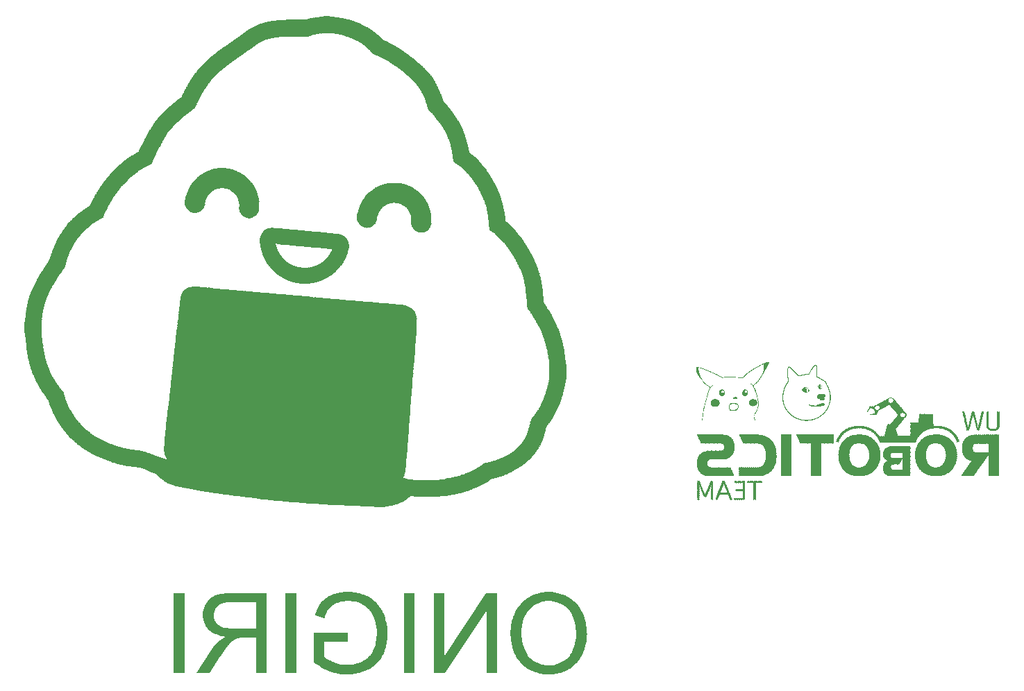
<source format=gbo>
G04*
G04 #@! TF.GenerationSoftware,Altium Limited,Altium Designer,20.2.6 (244)*
G04*
G04 Layer_Color=32896*
%FSLAX25Y25*%
%MOIN*%
G70*
G04*
G04 #@! TF.SameCoordinates,5C4A356A-29D1-4A8E-B180-93434CBE22D3*
G04*
G04*
G04 #@! TF.FilePolarity,Positive*
G04*
G01*
G75*
G36*
X295181Y311619D02*
Y311452D01*
X297349D01*
Y311285D01*
X298684D01*
Y311118D01*
X299851D01*
Y310951D01*
X301019D01*
Y310785D01*
X301853D01*
Y310618D01*
X302520D01*
Y310451D01*
X303021D01*
Y310284D01*
X304188D01*
Y310117D01*
X304689D01*
Y309951D01*
X305189D01*
Y309784D01*
X305690D01*
Y309617D01*
X306190D01*
Y309450D01*
X306691D01*
Y309283D01*
X307191D01*
Y309117D01*
X307525D01*
Y308950D01*
X308192D01*
Y308783D01*
X308526D01*
Y308616D01*
X308859D01*
Y308449D01*
X309360D01*
Y308282D01*
X309693D01*
Y308116D01*
X310027D01*
Y307949D01*
Y307782D01*
X310527D01*
Y307615D01*
X310861D01*
Y307448D01*
X311195D01*
Y307282D01*
X311528D01*
Y307115D01*
X311862D01*
Y306948D01*
X312196D01*
Y306781D01*
X312362D01*
Y306614D01*
X313030D01*
Y306448D01*
X313363D01*
Y306281D01*
X313530D01*
Y306114D01*
X313864D01*
Y305947D01*
X314031D01*
Y305780D01*
X314364D01*
Y305613D01*
X314698D01*
Y305447D01*
X314865D01*
Y305280D01*
X315198D01*
Y305113D01*
X315365D01*
Y304946D01*
X315699D01*
Y304779D01*
X315865D01*
Y304612D01*
X316032D01*
Y304446D01*
X316199D01*
Y304279D01*
X316533D01*
Y304112D01*
X316700D01*
Y303945D01*
X316866D01*
Y303779D01*
X317200D01*
Y303612D01*
X317367D01*
Y303445D01*
X317534D01*
Y303278D01*
X317701D01*
Y303111D01*
X317867D01*
Y302944D01*
X318034D01*
Y302778D01*
X318368D01*
Y302611D01*
X318535D01*
Y302444D01*
X318701D01*
Y302277D01*
X318868D01*
Y302110D01*
X319035D01*
Y301943D01*
X319202D01*
Y301777D01*
X319369D01*
Y301610D01*
X319535D01*
Y301443D01*
X319702D01*
Y301276D01*
X319869D01*
Y301109D01*
X320036D01*
Y300943D01*
X320203D01*
Y300776D01*
X320370D01*
Y300609D01*
X320536D01*
Y300442D01*
X320870D01*
Y300275D01*
X321204D01*
Y300109D01*
X321537D01*
Y299942D01*
X321871D01*
Y299775D01*
X322371D01*
Y299608D01*
X322705D01*
Y299441D01*
X323039D01*
Y299274D01*
X323205D01*
Y299108D01*
X323372D01*
Y298941D01*
X323706D01*
Y298774D01*
X324039D01*
Y298607D01*
X324373D01*
Y298440D01*
X324707D01*
Y298274D01*
X325040D01*
Y298107D01*
X325374D01*
Y297940D01*
X325708D01*
Y297773D01*
X326208D01*
Y297606D01*
X326375D01*
Y297440D01*
X326709D01*
Y297273D01*
X327042D01*
Y297106D01*
X327209D01*
Y296939D01*
X327542D01*
Y296772D01*
X327876D01*
Y296605D01*
X328043D01*
Y296439D01*
X328377D01*
Y296272D01*
X328543D01*
Y296105D01*
X328877D01*
Y295938D01*
X329211D01*
Y295771D01*
X329378D01*
Y295605D01*
X329544D01*
Y295438D01*
X329878D01*
Y295271D01*
X330212D01*
Y295104D01*
X330378D01*
Y294937D01*
X330712D01*
Y294771D01*
X330879D01*
Y294604D01*
X331046D01*
Y294437D01*
X331212D01*
Y294270D01*
X331546D01*
Y294103D01*
X331713D01*
Y293936D01*
X331880D01*
Y293770D01*
X332213D01*
Y293603D01*
X332380D01*
Y293436D01*
X332714D01*
Y293269D01*
X332881D01*
Y293102D01*
X333047D01*
Y292935D01*
X333381D01*
Y292769D01*
X333548D01*
Y292602D01*
X333715D01*
Y292435D01*
X333881D01*
Y292268D01*
X334215D01*
Y292102D01*
X334382D01*
Y291935D01*
X334549D01*
Y291768D01*
X334882D01*
Y291601D01*
X335216D01*
Y291434D01*
X335383D01*
Y291267D01*
X335550D01*
Y291101D01*
X335716D01*
Y290934D01*
X336050D01*
Y290767D01*
X336217D01*
Y290600D01*
X336384D01*
Y290433D01*
Y290266D01*
X336550D01*
Y290100D01*
X336884D01*
Y289933D01*
X337051D01*
Y289766D01*
X337218D01*
Y289599D01*
X337385D01*
Y289432D01*
X337551D01*
Y289266D01*
X337885D01*
Y289099D01*
X338052D01*
Y288932D01*
X338219D01*
Y288765D01*
X338386D01*
Y288598D01*
X338552D01*
Y288432D01*
X338886D01*
Y288265D01*
X339219D01*
Y288098D01*
Y287931D01*
Y287764D01*
X339720D01*
Y287597D01*
X339887D01*
Y287431D01*
X339720D01*
Y287264D01*
X340220D01*
Y287097D01*
Y286930D01*
X340554D01*
Y286763D01*
X340721D01*
Y286597D01*
Y286430D01*
X340888D01*
Y286263D01*
X341221D01*
Y286096D01*
Y285929D01*
Y285763D01*
X341555D01*
Y285596D01*
X341722D01*
Y285429D01*
Y285262D01*
X342055D01*
Y285095D01*
Y284928D01*
X342222D01*
Y284762D01*
X342556D01*
Y284595D01*
X342723D01*
Y284428D01*
Y284261D01*
X343056D01*
Y284094D01*
Y283928D01*
X343390D01*
Y283761D01*
X343557D01*
Y283594D01*
Y283427D01*
Y283260D01*
X343890D01*
Y283094D01*
X344057D01*
Y282927D01*
X344224D01*
Y282760D01*
X344057D01*
Y282593D01*
X344391D01*
Y282426D01*
X344558D01*
Y282259D01*
Y282093D01*
X344724D01*
Y281926D01*
X344891D01*
Y281759D01*
Y281592D01*
X345058D01*
Y281425D01*
Y281259D01*
X345225D01*
Y281092D01*
Y280925D01*
X345392D01*
Y280758D01*
X345559D01*
Y280591D01*
Y280424D01*
X345725D01*
Y280258D01*
Y280091D01*
X345892D01*
Y279924D01*
Y279757D01*
X346059D01*
Y279590D01*
X346226D01*
Y279424D01*
Y279257D01*
X346393D01*
Y279090D01*
Y278923D01*
Y278756D01*
X346559D01*
Y278590D01*
Y278423D01*
X346726D01*
Y278256D01*
Y278089D01*
X346893D01*
Y277922D01*
X347060D01*
Y277755D01*
Y277589D01*
X347227D01*
Y277422D01*
Y277255D01*
Y277088D01*
X347393D01*
Y276921D01*
Y276754D01*
X347560D01*
Y276588D01*
Y276421D01*
X347727D01*
Y276254D01*
Y276087D01*
Y275921D01*
X347894D01*
Y275754D01*
Y275587D01*
X348228D01*
Y275420D01*
X348061D01*
Y275253D01*
Y275086D01*
X348394D01*
Y274920D01*
X348228D01*
Y274753D01*
X348561D01*
Y274586D01*
X348394D01*
Y274419D01*
Y274252D01*
X348728D01*
Y274085D01*
Y273919D01*
Y273752D01*
X348895D01*
Y273585D01*
Y273418D01*
X349062D01*
Y273251D01*
Y273085D01*
Y272918D01*
Y272751D01*
X349228D01*
Y272584D01*
Y272417D01*
Y272251D01*
X349395D01*
Y272084D01*
Y271917D01*
Y271750D01*
X349562D01*
Y271583D01*
Y271416D01*
Y271250D01*
X349729D01*
Y271083D01*
Y270916D01*
X349896D01*
Y270749D01*
X350062D01*
Y270582D01*
X350229D01*
Y270416D01*
X350396D01*
Y270249D01*
X350563D01*
Y270082D01*
Y269915D01*
X350730D01*
Y269748D01*
X350897D01*
Y269582D01*
X351063D01*
Y269415D01*
X351230D01*
Y269248D01*
X351397D01*
Y269081D01*
Y268914D01*
X351731D01*
Y268747D01*
X351897D01*
Y268581D01*
Y268414D01*
Y268247D01*
X352231D01*
Y268080D01*
X352398D01*
Y267913D01*
Y267747D01*
Y267580D01*
X352731D01*
Y267413D01*
X352898D01*
Y267246D01*
X353065D01*
Y267079D01*
Y266913D01*
X353232D01*
Y266746D01*
X353399D01*
Y266579D01*
X353566D01*
Y266412D01*
Y266245D01*
X353732D01*
Y266078D01*
X353899D01*
Y265912D01*
X354066D01*
Y265745D01*
Y265578D01*
X354233D01*
Y265411D01*
X354400D01*
Y265244D01*
X354567D01*
Y265077D01*
X354733D01*
Y264911D01*
Y264744D01*
X354900D01*
Y264577D01*
Y264410D01*
X355067D01*
Y264244D01*
X355234D01*
Y264077D01*
X355400D01*
Y263910D01*
Y263743D01*
Y263576D01*
X355567D01*
Y263409D01*
X355734D01*
Y263243D01*
Y263076D01*
X356068D01*
Y262909D01*
Y262742D01*
Y262575D01*
X356235D01*
Y262408D01*
Y262242D01*
X356568D01*
Y262075D01*
Y261908D01*
Y261741D01*
X356902D01*
Y261574D01*
X357069D01*
Y261408D01*
X356902D01*
Y261241D01*
X357236D01*
Y261074D01*
X357069D01*
Y260907D01*
X357402D01*
Y260740D01*
X357569D01*
Y260574D01*
Y260407D01*
X357736D01*
Y260240D01*
Y260073D01*
X357903D01*
Y259906D01*
Y259739D01*
X358070D01*
Y259573D01*
Y259406D01*
Y259239D01*
X358236D01*
Y259072D01*
X358403D01*
Y258905D01*
Y258739D01*
Y258572D01*
X358570D01*
Y258405D01*
X358737D01*
Y258238D01*
Y258071D01*
Y257905D01*
X358904D01*
Y257738D01*
Y257571D01*
X359070D01*
Y257404D01*
Y257237D01*
Y257070D01*
X359237D01*
Y256904D01*
Y256737D01*
X359404D01*
Y256570D01*
Y256403D01*
Y256236D01*
X359571D01*
Y256070D01*
Y255903D01*
Y255736D01*
X359738D01*
Y255569D01*
X359905D01*
Y255402D01*
Y255236D01*
Y255069D01*
Y254902D01*
X360071D01*
Y254735D01*
Y254568D01*
Y254401D01*
Y254235D01*
X360238D01*
Y254068D01*
Y253901D01*
Y253734D01*
X360405D01*
Y253567D01*
Y253400D01*
X360572D01*
Y253234D01*
Y253067D01*
Y252900D01*
Y252733D01*
Y252566D01*
X360739D01*
Y252400D01*
Y252233D01*
Y252066D01*
Y251899D01*
X360905D01*
Y251732D01*
Y251566D01*
Y251399D01*
X361072D01*
Y251232D01*
Y251065D01*
Y250898D01*
Y250731D01*
X361239D01*
Y250565D01*
Y250398D01*
Y250231D01*
X361573D01*
Y250064D01*
X361406D01*
Y249897D01*
Y249731D01*
Y249564D01*
Y249397D01*
Y249230D01*
Y249063D01*
X361739D01*
Y248897D01*
Y248730D01*
Y248563D01*
Y248396D01*
X361906D01*
Y248229D01*
Y248062D01*
Y247896D01*
Y247729D01*
Y247562D01*
Y247395D01*
X362073D01*
Y247228D01*
Y247062D01*
Y246895D01*
Y246728D01*
Y246561D01*
X362240D01*
Y246394D01*
Y246228D01*
X362407D01*
Y246061D01*
X362740D01*
Y245894D01*
X362907D01*
Y245727D01*
X363074D01*
Y245560D01*
X363241D01*
Y245393D01*
X363574D01*
Y245227D01*
X363741D01*
Y245060D01*
X363908D01*
Y244893D01*
X364075D01*
Y244726D01*
X364242D01*
Y244559D01*
X364408D01*
Y244392D01*
X364742D01*
Y244226D01*
X365076D01*
Y244059D01*
X365243D01*
Y243892D01*
X365409D01*
Y243725D01*
X365576D01*
Y243559D01*
X365743D01*
Y243392D01*
X365910D01*
Y243225D01*
X366077D01*
Y243058D01*
X366244D01*
Y242891D01*
X366410D01*
Y242724D01*
X366577D01*
Y242558D01*
X366744D01*
Y242391D01*
Y242224D01*
X366911D01*
Y242057D01*
X367077D01*
Y241890D01*
Y241723D01*
X367244D01*
Y241557D01*
X367411D01*
Y241390D01*
X367578D01*
Y241223D01*
X367745D01*
Y241056D01*
X367912D01*
Y240890D01*
X368078D01*
Y240723D01*
X368245D01*
Y240556D01*
Y240389D01*
X368412D01*
Y240222D01*
X368579D01*
Y240055D01*
X368746D01*
Y239889D01*
X368913D01*
Y239722D01*
Y239555D01*
X369079D01*
Y239388D01*
X369246D01*
Y239221D01*
X369413D01*
Y239054D01*
Y238888D01*
X369747D01*
Y238721D01*
Y238554D01*
X370080D01*
Y238387D01*
X370247D01*
Y238220D01*
X370414D01*
Y238054D01*
Y237887D01*
Y237720D01*
X370581D01*
Y237553D01*
Y237386D01*
X370747D01*
Y237220D01*
X370914D01*
Y237053D01*
X371081D01*
Y236886D01*
Y236719D01*
X371415D01*
Y236552D01*
Y236385D01*
Y236219D01*
X371582D01*
Y236052D01*
X371748D01*
Y235885D01*
X371915D01*
Y235718D01*
Y235551D01*
X372082D01*
Y235385D01*
Y235218D01*
X372249D01*
Y235051D01*
Y234884D01*
X372416D01*
Y234717D01*
X372582D01*
Y234550D01*
Y234384D01*
X372749D01*
Y234217D01*
Y234050D01*
X372916D01*
Y233883D01*
X373083D01*
Y233716D01*
Y233550D01*
Y233383D01*
X373416D01*
Y233216D01*
Y233049D01*
Y232882D01*
X373583D01*
Y232716D01*
Y232549D01*
X373917D01*
Y232382D01*
Y232215D01*
Y232048D01*
X374251D01*
Y231881D01*
X374084D01*
Y231715D01*
Y231548D01*
X374417D01*
Y231381D01*
X374251D01*
Y231214D01*
X374584D01*
Y231047D01*
X374417D01*
Y230881D01*
X374751D01*
Y230714D01*
X374918D01*
Y230547D01*
Y230380D01*
Y230213D01*
X375085D01*
Y230047D01*
Y229880D01*
X375251D01*
Y229713D01*
X375418D01*
Y229546D01*
Y229379D01*
Y229212D01*
Y229046D01*
X375585D01*
Y228879D01*
X375752D01*
Y228712D01*
Y228545D01*
Y228378D01*
X375919D01*
Y228212D01*
Y228045D01*
X376085D01*
Y227878D01*
Y227711D01*
Y227544D01*
X376252D01*
Y227378D01*
X376419D01*
Y227211D01*
Y227044D01*
Y226877D01*
X376586D01*
Y226710D01*
Y226543D01*
X376753D01*
Y226377D01*
Y226210D01*
Y226043D01*
X376920D01*
Y225876D01*
Y225709D01*
Y225542D01*
X377086D01*
Y225376D01*
Y225209D01*
X377253D01*
Y225042D01*
Y224875D01*
Y224708D01*
Y224542D01*
X377420D01*
Y224375D01*
Y224208D01*
Y224041D01*
X377587D01*
Y223874D01*
Y223708D01*
Y223541D01*
Y223374D01*
X377754D01*
Y223207D01*
Y223040D01*
X377921D01*
Y222873D01*
Y222707D01*
Y222540D01*
Y222373D01*
X378087D01*
Y222206D01*
Y222039D01*
Y221873D01*
Y221706D01*
Y221539D01*
Y221372D01*
X378254D01*
Y221205D01*
Y221039D01*
Y220872D01*
X378421D01*
Y220705D01*
Y220538D01*
Y220371D01*
Y220204D01*
Y220038D01*
X378588D01*
Y219871D01*
Y219704D01*
Y219537D01*
Y219370D01*
Y219204D01*
X378921D01*
Y219037D01*
X378755D01*
Y218870D01*
Y218703D01*
Y218536D01*
Y218370D01*
Y218203D01*
Y218036D01*
Y217869D01*
X379088D01*
Y217702D01*
Y217535D01*
Y217369D01*
Y217202D01*
Y217035D01*
X379255D01*
Y216868D01*
Y216701D01*
Y216534D01*
Y216368D01*
Y216201D01*
Y216034D01*
Y215867D01*
X379422D01*
Y215701D01*
Y215534D01*
Y215367D01*
Y215200D01*
Y215033D01*
Y214866D01*
X379589D01*
Y214700D01*
Y214533D01*
Y214366D01*
Y214199D01*
Y214032D01*
Y213865D01*
Y213699D01*
Y213532D01*
Y213365D01*
X379755D01*
Y213198D01*
X379922D01*
Y213032D01*
X380256D01*
Y212865D01*
X380423D01*
Y212698D01*
X380590D01*
Y212531D01*
X380756D01*
Y212364D01*
X380923D01*
Y212197D01*
X381090D01*
Y212031D01*
X381257D01*
Y211864D01*
X381424D01*
Y211697D01*
X381590D01*
Y211530D01*
X381924D01*
Y211363D01*
X382091D01*
Y211196D01*
X382258D01*
Y211030D01*
X382424D01*
Y210863D01*
X382591D01*
Y210696D01*
X382758D01*
Y210529D01*
X382925D01*
Y210362D01*
X383092D01*
Y210196D01*
X383259D01*
Y210029D01*
X383092D01*
Y209862D01*
X383425D01*
Y209695D01*
X383592D01*
Y209528D01*
X383759D01*
Y209362D01*
X383926D01*
Y209195D01*
X384093D01*
Y209028D01*
X384259D01*
Y208861D01*
X384426D01*
Y208694D01*
X384593D01*
Y208527D01*
Y208361D01*
X384760D01*
Y208194D01*
X384927D01*
Y208027D01*
X385093D01*
Y207860D01*
X385260D01*
Y207693D01*
X385427D01*
Y207527D01*
Y207360D01*
Y207193D01*
X385594D01*
Y207026D01*
X385761D01*
Y206859D01*
X385928D01*
Y206693D01*
X386094D01*
Y206526D01*
Y206359D01*
X386428D01*
Y206192D01*
X386595D01*
Y206025D01*
X386762D01*
Y205858D01*
Y205692D01*
Y205525D01*
X387095D01*
Y205358D01*
X387262D01*
Y205191D01*
X387429D01*
Y205024D01*
X387262D01*
Y204858D01*
X387596D01*
Y204691D01*
X387762D01*
Y204524D01*
Y204357D01*
X387929D01*
Y204190D01*
X388096D01*
Y204024D01*
Y203857D01*
X388263D01*
Y203690D01*
X388430D01*
Y203523D01*
X388597D01*
Y203356D01*
Y203189D01*
Y203023D01*
X388763D01*
Y202856D01*
X388930D01*
Y202689D01*
Y202522D01*
X389097D01*
Y202355D01*
X389264D01*
Y202188D01*
Y202022D01*
X389431D01*
Y201855D01*
Y201688D01*
X389598D01*
Y201521D01*
X389764D01*
Y201354D01*
X389931D01*
Y201188D01*
Y201021D01*
X390098D01*
Y200854D01*
Y200687D01*
X390265D01*
Y200520D01*
Y200354D01*
X390431D01*
Y200187D01*
X390598D01*
Y200020D01*
Y199853D01*
X390765D01*
Y199686D01*
Y199520D01*
X390932D01*
Y199353D01*
X391099D01*
Y199186D01*
Y199019D01*
X391266D01*
Y198852D01*
Y198685D01*
Y198519D01*
X391432D01*
Y198352D01*
Y198185D01*
X391599D01*
Y198018D01*
Y197851D01*
X391933D01*
Y197685D01*
X392100D01*
Y197518D01*
Y197351D01*
X392267D01*
Y197184D01*
Y197017D01*
Y196851D01*
X392433D01*
Y196684D01*
Y196517D01*
X392600D01*
Y196350D01*
Y196183D01*
X392767D01*
Y196016D01*
X392934D01*
Y195850D01*
Y195683D01*
Y195516D01*
X393101D01*
Y195349D01*
Y195182D01*
X393267D01*
Y195016D01*
X393434D01*
Y194849D01*
Y194682D01*
X393601D01*
Y194515D01*
Y194348D01*
Y194181D01*
Y194015D01*
X393768D01*
Y193848D01*
Y193681D01*
X393935D01*
Y193514D01*
Y193347D01*
X394102D01*
Y193181D01*
Y193014D01*
X394268D01*
Y192847D01*
Y192680D01*
Y192513D01*
X394435D01*
Y192347D01*
X394602D01*
Y192180D01*
Y192013D01*
Y191846D01*
Y191679D01*
X394769D01*
Y191512D01*
Y191346D01*
X394935D01*
Y191179D01*
Y191012D01*
X395102D01*
Y190845D01*
Y190678D01*
Y190512D01*
Y190345D01*
X395269D01*
Y190178D01*
Y190011D01*
Y189844D01*
Y189677D01*
X395436D01*
Y189511D01*
Y189344D01*
Y189177D01*
X395603D01*
Y189010D01*
Y188843D01*
Y188677D01*
Y188510D01*
X395770D01*
Y188343D01*
Y188176D01*
X396103D01*
Y188009D01*
X395936D01*
Y187843D01*
Y187676D01*
Y187509D01*
Y187342D01*
X396270D01*
Y187175D01*
X396103D01*
Y187008D01*
Y186842D01*
Y186675D01*
X396437D01*
Y186508D01*
Y186341D01*
Y186174D01*
Y186007D01*
Y185841D01*
X396604D01*
Y185674D01*
Y185507D01*
Y185340D01*
Y185173D01*
Y185007D01*
X396771D01*
Y184840D01*
Y184673D01*
Y184506D01*
Y184339D01*
Y184173D01*
Y184006D01*
Y183839D01*
X396937D01*
Y183672D01*
Y183505D01*
Y183338D01*
Y183172D01*
Y183005D01*
X397104D01*
Y182838D01*
Y182671D01*
Y182504D01*
Y182338D01*
Y182171D01*
Y182004D01*
X397271D01*
Y181837D01*
Y181670D01*
Y181503D01*
Y181337D01*
Y181170D01*
Y181003D01*
Y180836D01*
X397438D01*
Y180669D01*
Y180503D01*
Y180336D01*
Y180169D01*
Y180002D01*
Y179835D01*
X397605D01*
Y179669D01*
Y179502D01*
Y179335D01*
Y179168D01*
Y179001D01*
Y178834D01*
Y178668D01*
Y178501D01*
Y178334D01*
Y178167D01*
Y178000D01*
Y177834D01*
Y177667D01*
Y177500D01*
Y177333D01*
X397771D01*
Y177166D01*
Y177000D01*
Y176833D01*
Y176666D01*
Y176499D01*
Y176332D01*
Y176165D01*
Y175999D01*
Y175832D01*
Y175665D01*
Y175498D01*
X397938D01*
Y175331D01*
Y175165D01*
Y174998D01*
Y174831D01*
Y174664D01*
Y174497D01*
Y174330D01*
X398105D01*
Y174164D01*
Y173997D01*
X398272D01*
Y173830D01*
Y173663D01*
X398439D01*
Y173496D01*
Y173330D01*
X398605D01*
Y173163D01*
X398772D01*
Y172996D01*
X398939D01*
Y172829D01*
Y172662D01*
Y172496D01*
X399106D01*
Y172329D01*
Y172162D01*
X399440D01*
Y171995D01*
Y171828D01*
Y171661D01*
X399606D01*
Y171495D01*
Y171328D01*
X399940D01*
Y171161D01*
Y170994D01*
Y170827D01*
X400274D01*
Y170661D01*
X400440D01*
Y170494D01*
X400607D01*
Y170327D01*
X400440D01*
Y170160D01*
X400774D01*
Y169993D01*
Y169826D01*
X400941D01*
Y169660D01*
X401108D01*
Y169493D01*
Y169326D01*
X401274D01*
Y169159D01*
Y168992D01*
X401441D01*
Y168826D01*
X401608D01*
Y168659D01*
Y168492D01*
X401775D01*
Y168325D01*
Y168158D01*
Y167992D01*
X401942D01*
Y167825D01*
Y167658D01*
X402109D01*
Y167491D01*
Y167324D01*
X402275D01*
Y167157D01*
Y166991D01*
X402442D01*
Y166824D01*
Y166657D01*
X402609D01*
Y166490D01*
Y166323D01*
X402776D01*
Y166157D01*
Y165990D01*
X402943D01*
Y165823D01*
Y165656D01*
X403109D01*
Y165489D01*
Y165323D01*
X403276D01*
Y165156D01*
Y164989D01*
X403443D01*
Y164822D01*
Y164655D01*
X403610D01*
Y164488D01*
Y164322D01*
X403777D01*
Y164155D01*
Y163988D01*
X403943D01*
Y163821D01*
Y163654D01*
Y163488D01*
X404110D01*
Y163321D01*
Y163154D01*
X404277D01*
Y162987D01*
Y162820D01*
Y162654D01*
X404444D01*
Y162487D01*
Y162320D01*
X404778D01*
Y162153D01*
X404611D01*
Y161986D01*
Y161819D01*
X404944D01*
Y161653D01*
X404778D01*
Y161486D01*
X405111D01*
Y161319D01*
Y161152D01*
Y160985D01*
X405278D01*
Y160819D01*
Y160652D01*
Y160485D01*
X405445D01*
Y160318D01*
Y160151D01*
X405612D01*
Y159985D01*
Y159818D01*
Y159651D01*
X405779D01*
Y159484D01*
Y159317D01*
Y159150D01*
X405945D01*
Y158984D01*
Y158817D01*
Y158650D01*
Y158483D01*
Y158316D01*
X406112D01*
Y158150D01*
Y157983D01*
X406279D01*
Y157816D01*
Y157649D01*
Y157482D01*
Y157316D01*
X406446D01*
Y157149D01*
Y156982D01*
Y156815D01*
X406613D01*
Y156648D01*
Y156481D01*
Y156315D01*
Y156148D01*
X406779D01*
Y155981D01*
Y155814D01*
Y155647D01*
X406946D01*
Y155481D01*
Y155314D01*
Y155147D01*
Y154980D01*
Y154813D01*
X407113D01*
Y154646D01*
Y154480D01*
Y154313D01*
X407280D01*
Y154146D01*
Y153979D01*
Y153812D01*
Y153646D01*
Y153479D01*
Y153312D01*
Y153145D01*
X407447D01*
Y152978D01*
Y152812D01*
Y152645D01*
Y152478D01*
X407613D01*
Y152311D01*
Y152144D01*
Y151977D01*
Y151811D01*
X407780D01*
Y151644D01*
Y151477D01*
Y151310D01*
Y151143D01*
Y150977D01*
X407947D01*
Y150810D01*
Y150643D01*
Y150476D01*
Y150309D01*
Y150143D01*
Y149976D01*
Y149809D01*
Y149642D01*
Y149475D01*
Y149308D01*
Y149142D01*
X408114D01*
Y148975D01*
Y148808D01*
Y148641D01*
Y148474D01*
Y148308D01*
Y148141D01*
Y147974D01*
X408281D01*
Y147807D01*
Y147640D01*
Y147473D01*
Y147307D01*
Y147140D01*
Y146973D01*
Y146806D01*
Y146639D01*
X408448D01*
Y146473D01*
Y146306D01*
Y146139D01*
Y145972D01*
Y145805D01*
Y145639D01*
Y145472D01*
Y145305D01*
Y145138D01*
Y144971D01*
Y144804D01*
Y144638D01*
X408781D01*
Y144471D01*
Y144304D01*
Y144137D01*
Y143970D01*
Y143804D01*
Y143637D01*
Y143470D01*
Y143303D01*
Y143136D01*
Y142969D01*
Y142803D01*
Y142636D01*
Y142469D01*
Y142302D01*
Y142135D01*
Y141969D01*
Y141802D01*
Y141635D01*
Y141468D01*
Y141301D01*
Y141135D01*
Y140968D01*
Y140801D01*
Y140634D01*
Y140467D01*
Y140300D01*
Y140134D01*
Y139967D01*
Y139800D01*
Y139633D01*
Y139466D01*
Y139299D01*
Y139133D01*
Y138966D01*
Y138799D01*
Y138632D01*
Y138465D01*
Y138299D01*
Y138132D01*
Y137965D01*
Y137798D01*
Y137631D01*
Y137465D01*
Y137298D01*
X408448D01*
Y137131D01*
Y136964D01*
Y136797D01*
Y136630D01*
Y136464D01*
Y136297D01*
Y136130D01*
Y135963D01*
Y135796D01*
Y135630D01*
X408281D01*
Y135463D01*
Y135296D01*
Y135129D01*
Y134962D01*
X408114D01*
Y134795D01*
Y134629D01*
Y134462D01*
Y134295D01*
Y134128D01*
Y133961D01*
X407947D01*
Y133795D01*
Y133628D01*
Y133461D01*
Y133294D01*
Y133127D01*
Y132961D01*
X407780D01*
Y132794D01*
Y132627D01*
Y132460D01*
X407613D01*
Y132293D01*
Y132126D01*
Y131960D01*
Y131793D01*
Y131626D01*
X407447D01*
Y131459D01*
Y131292D01*
Y131126D01*
X407280D01*
Y130959D01*
Y130792D01*
Y130625D01*
Y130458D01*
Y130291D01*
X407113D01*
Y130125D01*
Y129958D01*
Y129791D01*
Y129624D01*
X406946D01*
Y129457D01*
Y129291D01*
Y129124D01*
X406779D01*
Y128957D01*
Y128790D01*
X406613D01*
Y128623D01*
Y128457D01*
Y128290D01*
X406446D01*
Y128123D01*
Y127956D01*
Y127789D01*
Y127622D01*
Y127456D01*
X406279D01*
Y127289D01*
Y127122D01*
Y126955D01*
X406112D01*
Y126788D01*
Y126622D01*
X405945D01*
Y126455D01*
Y126288D01*
Y126121D01*
Y125954D01*
X405779D01*
Y125788D01*
Y125621D01*
X405612D01*
Y125454D01*
Y125287D01*
X405445D01*
Y125120D01*
Y124953D01*
Y124787D01*
X405278D01*
Y124620D01*
Y124453D01*
X405111D01*
Y124286D01*
Y124119D01*
X404944D01*
Y123953D01*
Y123786D01*
X404778D01*
Y123619D01*
X404611D01*
Y123452D01*
Y123285D01*
X404778D01*
Y123118D01*
X404444D01*
Y122952D01*
Y122785D01*
X404277D01*
Y122618D01*
Y122451D01*
X404110D01*
Y122284D01*
Y122118D01*
X403943D01*
Y121951D01*
Y121784D01*
X403777D01*
Y121617D01*
Y121450D01*
X403610D01*
Y121284D01*
Y121117D01*
X403443D01*
Y120950D01*
Y120783D01*
X403276D01*
Y120616D01*
Y120449D01*
Y120283D01*
X403109D01*
Y120116D01*
X402943D01*
Y119949D01*
X402776D01*
Y119782D01*
Y119615D01*
X402609D01*
Y119449D01*
Y119282D01*
Y119115D01*
Y118948D01*
X402442D01*
Y118781D01*
X402275D01*
Y118614D01*
X402109D01*
Y118448D01*
Y118281D01*
X401942D01*
Y118114D01*
Y117947D01*
X401775D01*
Y117780D01*
X401608D01*
Y117614D01*
Y117447D01*
X401441D01*
Y117280D01*
X401274D01*
Y117113D01*
Y116946D01*
X401108D01*
Y116780D01*
X400941D01*
Y116613D01*
Y116446D01*
X400774D01*
Y116279D01*
X400607D01*
Y116112D01*
X400274D01*
Y115945D01*
X400440D01*
Y115779D01*
X400274D01*
Y115612D01*
X400107D01*
Y115445D01*
X399940D01*
Y115278D01*
X399606D01*
Y115111D01*
Y114945D01*
Y114778D01*
X399440D01*
Y114611D01*
X399273D01*
Y114444D01*
X399106D01*
Y114277D01*
Y114111D01*
Y113944D01*
X398939D01*
Y113777D01*
Y113610D01*
Y113443D01*
Y113277D01*
Y113110D01*
Y112943D01*
X398772D01*
Y112776D01*
Y112609D01*
Y112442D01*
Y112276D01*
X398605D01*
Y112109D01*
Y111942D01*
Y111775D01*
X398439D01*
Y111608D01*
Y111442D01*
Y111275D01*
Y111108D01*
X398272D01*
Y110941D01*
Y110774D01*
Y110607D01*
Y110441D01*
Y110274D01*
X398105D01*
Y110107D01*
Y109940D01*
Y109773D01*
X397938D01*
Y109607D01*
Y109440D01*
Y109273D01*
X397771D01*
Y109106D01*
Y108939D01*
Y108773D01*
X397605D01*
Y108606D01*
Y108439D01*
Y108272D01*
X397438D01*
Y108105D01*
Y107938D01*
Y107772D01*
X397271D01*
Y107605D01*
X397104D01*
Y107438D01*
Y107271D01*
X396937D01*
Y107104D01*
Y106938D01*
Y106771D01*
X396771D01*
Y106604D01*
Y106437D01*
X396604D01*
Y106270D01*
Y106103D01*
Y105937D01*
X396437D01*
Y105770D01*
Y105603D01*
X396270D01*
Y105436D01*
X395936D01*
Y105269D01*
Y105103D01*
X396103D01*
Y104936D01*
X395936D01*
Y104769D01*
X395603D01*
Y104602D01*
Y104435D01*
X395436D01*
Y104269D01*
Y104102D01*
Y103935D01*
X395102D01*
Y103768D01*
Y103601D01*
X394935D01*
Y103434D01*
X394769D01*
Y103268D01*
Y103101D01*
X394602D01*
Y102934D01*
X394435D01*
Y102767D01*
Y102600D01*
X394268D01*
Y102434D01*
X394102D01*
Y102267D01*
X393935D01*
Y102100D01*
X393768D01*
Y101933D01*
Y101766D01*
Y101600D01*
X393601D01*
Y101433D01*
X393434D01*
Y101266D01*
X393267D01*
Y101099D01*
Y100932D01*
X393101D01*
Y100765D01*
X392934D01*
Y100599D01*
X392767D01*
Y100432D01*
X392600D01*
Y100265D01*
X392433D01*
Y100098D01*
X392267D01*
Y99931D01*
X392100D01*
Y99765D01*
Y99598D01*
X391933D01*
Y99431D01*
X391766D01*
Y99264D01*
X391599D01*
Y99097D01*
X391432D01*
Y98930D01*
X391266D01*
Y98764D01*
X391099D01*
Y98597D01*
X390932D01*
Y98430D01*
X390598D01*
Y98263D01*
X390265D01*
Y98096D01*
X390098D01*
Y97930D01*
X389931D01*
Y97763D01*
Y97596D01*
X389764D01*
Y97429D01*
X389598D01*
Y97262D01*
X389431D01*
Y97096D01*
X389097D01*
Y96929D01*
X388930D01*
Y96762D01*
X388763D01*
Y96595D01*
X388430D01*
Y96428D01*
X388263D01*
Y96261D01*
X388096D01*
Y96095D01*
X387929D01*
Y95928D01*
X387762D01*
Y95761D01*
X387429D01*
Y95594D01*
X387262D01*
Y95427D01*
X386929D01*
Y95261D01*
X386762D01*
Y95094D01*
X386261D01*
Y94927D01*
X386094D01*
Y94760D01*
X385761D01*
Y94593D01*
X385427D01*
Y94426D01*
X385260D01*
Y94260D01*
X384927D01*
Y94093D01*
X384593D01*
Y93926D01*
X384426D01*
Y93759D01*
X383926D01*
Y93592D01*
Y93426D01*
X383425D01*
Y93259D01*
X383092D01*
Y93092D01*
X382925D01*
Y92925D01*
X382591D01*
Y92758D01*
X382424D01*
Y92592D01*
X381924D01*
Y92425D01*
X381590D01*
Y92258D01*
X381090D01*
Y92091D01*
X380923D01*
Y91924D01*
X380423D01*
Y91757D01*
X380089D01*
Y91591D01*
X379589D01*
Y91424D01*
X379255D01*
Y91257D01*
X378755D01*
Y91090D01*
X378087D01*
Y90923D01*
X377921D01*
Y90756D01*
X377086D01*
Y90590D01*
X376586D01*
Y90423D01*
X376085D01*
Y90256D01*
X375418D01*
Y90089D01*
X374751D01*
Y89922D01*
X374251D01*
Y89756D01*
X373583D01*
Y89589D01*
X372749D01*
Y89422D01*
X372416D01*
Y89255D01*
X372249D01*
Y89088D01*
X371915D01*
Y88922D01*
X371748D01*
Y88755D01*
Y88588D01*
X371582D01*
Y88421D01*
X371248D01*
Y88254D01*
X371081D01*
Y88087D01*
X370747D01*
Y87921D01*
X370414D01*
Y87754D01*
X370080D01*
Y87587D01*
X369913D01*
Y87420D01*
X369580D01*
Y87253D01*
X369079D01*
Y87087D01*
X368746D01*
Y86920D01*
X368412D01*
Y86753D01*
X368245D01*
Y86586D01*
X367912D01*
Y86419D01*
X367578D01*
Y86252D01*
X367244D01*
Y86086D01*
X366911D01*
Y85919D01*
X366410D01*
Y85752D01*
X366077D01*
Y85585D01*
X365743D01*
Y85418D01*
X365409D01*
Y85252D01*
X364909D01*
Y85085D01*
X364408D01*
Y84918D01*
X363908D01*
Y84751D01*
X363574D01*
Y84584D01*
X363408D01*
Y84418D01*
X363241D01*
Y84251D01*
X362574D01*
Y84084D01*
X362073D01*
Y83917D01*
X361739D01*
Y83750D01*
X361239D01*
Y83583D01*
X360405D01*
Y83417D01*
X359905D01*
Y83250D01*
X359404D01*
Y83083D01*
X358904D01*
Y82916D01*
X358403D01*
Y82749D01*
X357402D01*
Y82583D01*
X356902D01*
Y82416D01*
X356401D01*
Y82249D01*
X355400D01*
Y82082D01*
X354233D01*
Y81915D01*
X353566D01*
Y81749D01*
X352731D01*
Y81582D01*
X351731D01*
Y81415D01*
X349562D01*
Y81248D01*
X348061D01*
Y81081D01*
X345892D01*
Y80914D01*
X337551D01*
Y81081D01*
X335550D01*
Y81248D01*
X333715D01*
Y81081D01*
X333548D01*
Y80914D01*
X333381D01*
Y80748D01*
X333047D01*
Y80581D01*
X332881D01*
Y80414D01*
X332714D01*
Y80247D01*
X332380D01*
Y80080D01*
Y79914D01*
X332213D01*
Y79747D01*
X332047D01*
Y79580D01*
X331713D01*
Y79413D01*
X331546D01*
Y79246D01*
X331212D01*
Y79080D01*
X331046D01*
Y78913D01*
X330712D01*
Y78746D01*
X330212D01*
Y78579D01*
X330045D01*
Y78412D01*
X329544D01*
Y78246D01*
X329211D01*
Y78079D01*
X328710D01*
Y77912D01*
X328377D01*
Y77745D01*
X328210D01*
Y77578D01*
X327709D01*
Y77411D01*
X327042D01*
Y77245D01*
X326542D01*
Y77078D01*
X326208D01*
Y76911D01*
X325374D01*
Y76744D01*
X324373D01*
Y76577D01*
X323372D01*
Y76411D01*
X321704D01*
Y76244D01*
Y76077D01*
X316366D01*
Y76244D01*
Y76411D01*
X309693D01*
Y76577D01*
X305523D01*
Y76744D01*
X302187D01*
Y76911D01*
X296515D01*
Y77078D01*
X294180D01*
Y77245D01*
X291844D01*
Y77411D01*
X289676D01*
Y77578D01*
X288007D01*
Y77411D01*
X287841D01*
Y77578D01*
X286006D01*
Y77745D01*
X284004D01*
Y77912D01*
X282169D01*
Y78079D01*
X280501D01*
Y78246D01*
X278666D01*
Y78412D01*
X278332D01*
Y78246D01*
X277331D01*
Y78412D01*
X275663D01*
Y78579D01*
X273995D01*
Y78746D01*
X272494D01*
Y78913D01*
X270992D01*
Y79080D01*
X270659D01*
Y78913D01*
X269825D01*
Y79080D01*
X268323D01*
Y79246D01*
X266989D01*
Y79413D01*
X265488D01*
Y79580D01*
X263986D01*
Y79747D01*
X261818D01*
Y79914D01*
X261651D01*
Y80080D01*
X260316D01*
Y80247D01*
X259149D01*
Y80414D01*
X257814D01*
Y80581D01*
X256480D01*
Y80748D01*
X256146D01*
Y80581D01*
X255812D01*
Y80748D01*
X254478D01*
Y80914D01*
X253310D01*
Y81081D01*
X252143D01*
Y81248D01*
X250975D01*
Y81415D01*
X250474D01*
Y81248D01*
X250307D01*
Y81415D01*
X248973D01*
Y81582D01*
X247805D01*
Y81749D01*
X246804D01*
Y81915D01*
X245803D01*
Y82082D01*
X243969D01*
Y82249D01*
X242968D01*
Y82416D01*
X241967D01*
Y82583D01*
X240966D01*
Y82749D01*
X239298D01*
Y82916D01*
X238130D01*
Y83083D01*
X237296D01*
Y83250D01*
X236295D01*
Y83417D01*
X234794D01*
Y83583D01*
X233793D01*
Y83750D01*
X232959D01*
Y83917D01*
X232125D01*
Y84084D01*
X231291D01*
Y84251D01*
X229623D01*
Y84418D01*
Y84584D01*
X228788D01*
Y84751D01*
X227788D01*
Y84918D01*
X226954D01*
Y85085D01*
X226119D01*
Y85252D01*
X225786D01*
Y85085D01*
X225619D01*
Y85252D01*
X224952D01*
Y85418D01*
X224285D01*
Y85585D01*
X223450D01*
Y85752D01*
X222449D01*
Y85919D01*
X222283D01*
Y85752D01*
X222116D01*
Y85919D01*
X221449D01*
Y86086D01*
X220948D01*
Y86252D01*
X220448D01*
Y86419D01*
X220114D01*
Y86586D01*
X219614D01*
Y86753D01*
X219113D01*
Y86920D01*
X218780D01*
Y87087D01*
X218112D01*
Y87253D01*
X217779D01*
Y87420D01*
X217278D01*
Y87587D01*
X217111D01*
Y87754D01*
X216945D01*
Y87921D01*
X216611D01*
Y88087D01*
X216110D01*
Y88254D01*
X215944D01*
Y88421D01*
X215610D01*
Y88588D01*
Y88755D01*
Y88922D01*
X215110D01*
Y89088D01*
X214776D01*
Y89255D01*
X214609D01*
Y89422D01*
X214442D01*
Y89589D01*
X214109D01*
Y89756D01*
X213942D01*
Y89922D01*
X213775D01*
Y90089D01*
X213441D01*
Y90256D01*
X213608D01*
Y90423D01*
X213108D01*
Y90590D01*
X213275D01*
Y90756D01*
X212774D01*
Y90923D01*
Y91090D01*
X212608D01*
Y91257D01*
X212274D01*
Y91424D01*
X212107D01*
Y91591D01*
X211940D01*
Y91757D01*
X211773D01*
Y91924D01*
X211273D01*
Y92091D01*
X210772D01*
Y92258D01*
X210272D01*
Y92425D01*
X209938D01*
Y92592D01*
X209271D01*
Y92758D01*
X209104D01*
Y92925D01*
X208437D01*
Y93092D01*
Y93259D01*
X207937D01*
Y93426D01*
X207603D01*
Y93592D01*
X207269D01*
Y93759D01*
X206769D01*
Y93926D01*
X206435D01*
Y94093D01*
X205601D01*
Y94260D01*
X205434D01*
Y94426D01*
X204934D01*
Y94593D01*
X204433D01*
Y94760D01*
X203766D01*
Y94927D01*
X202599D01*
Y95094D01*
X201431D01*
Y95261D01*
X199930D01*
Y95427D01*
X198929D01*
Y95594D01*
X197260D01*
Y95761D01*
X196426D01*
Y95928D01*
X195759D01*
Y96095D01*
X195092D01*
Y96261D01*
X194258D01*
Y96428D01*
X193591D01*
Y96595D01*
X192923D01*
Y96762D01*
X192423D01*
Y96929D01*
X192089D01*
Y97096D01*
X190922D01*
Y97262D01*
X190588D01*
Y97429D01*
Y97596D01*
X190254D01*
Y97763D01*
X189754D01*
Y97930D01*
X189253D01*
Y98096D01*
X188753D01*
Y98263D01*
X188252D01*
Y98430D01*
X187752D01*
Y98597D01*
X187418D01*
Y98764D01*
X186751D01*
Y98930D01*
X186584D01*
Y99097D01*
X186251D01*
Y99264D01*
X185750D01*
Y99431D01*
X185250D01*
Y99598D01*
X184916D01*
Y99765D01*
X184583D01*
Y99931D01*
X184082D01*
Y100098D01*
X183582D01*
Y100265D01*
X183248D01*
Y100432D01*
X182748D01*
Y100599D01*
X182581D01*
Y100765D01*
X182247D01*
Y100932D01*
X181747D01*
Y101099D01*
X181413D01*
Y101266D01*
X181079D01*
Y101433D01*
X180746D01*
Y101600D01*
X180579D01*
Y101766D01*
X180412D01*
Y101933D01*
X180079D01*
Y102100D01*
X179745D01*
Y102267D01*
X179411D01*
Y102434D01*
X179245D01*
Y102600D01*
X178911D01*
Y102767D01*
X178577D01*
Y102934D01*
X178410D01*
Y103101D01*
X178077D01*
Y103268D01*
X177910D01*
Y103434D01*
X177576D01*
Y103601D01*
X177243D01*
Y103768D01*
X177076D01*
Y103935D01*
X176742D01*
Y104102D01*
X176576D01*
Y104269D01*
X176242D01*
Y104435D01*
X176075D01*
Y104602D01*
X175742D01*
Y104769D01*
X175575D01*
Y104936D01*
X175408D01*
Y105103D01*
X175241D01*
Y105269D01*
X175074D01*
Y105436D01*
X174741D01*
Y105603D01*
X174574D01*
Y105770D01*
X174240D01*
Y105937D01*
X173907D01*
Y106103D01*
X173740D01*
Y106270D01*
Y106437D01*
X173573D01*
Y106604D01*
X173406D01*
Y106771D01*
X173073D01*
Y106938D01*
X172906D01*
Y107104D01*
X172739D01*
Y107271D01*
X172572D01*
Y107438D01*
X172405D01*
Y107605D01*
Y107772D01*
X171905D01*
Y107938D01*
X171738D01*
Y108105D01*
Y108272D01*
X171404D01*
Y108439D01*
X171238D01*
Y108606D01*
Y108773D01*
X170904D01*
Y108939D01*
X170570D01*
Y109106D01*
X170403D01*
Y109273D01*
X170237D01*
Y109440D01*
X170070D01*
Y109607D01*
X169903D01*
Y109773D01*
X169736D01*
Y109940D01*
Y110107D01*
X169569D01*
Y110274D01*
X169403D01*
Y110441D01*
X169236D01*
Y110607D01*
Y110774D01*
X169069D01*
Y110941D01*
X168902D01*
Y111108D01*
X168735D01*
Y111275D01*
X168569D01*
Y111442D01*
Y111608D01*
X168402D01*
Y111775D01*
X168235D01*
Y111942D01*
X168068D01*
Y112109D01*
X167901D01*
Y112276D01*
Y112442D01*
X167734D01*
Y112609D01*
X167568D01*
Y112776D01*
X167401D01*
Y112943D01*
X167234D01*
Y113110D01*
Y113277D01*
X167067D01*
Y113443D01*
X166900D01*
Y113610D01*
X166734D01*
Y113777D01*
X166567D01*
Y113944D01*
Y114111D01*
X166400D01*
Y114277D01*
X166233D01*
Y114444D01*
Y114611D01*
X166066D01*
Y114778D01*
X165899D01*
Y114945D01*
Y115111D01*
Y115278D01*
X165566D01*
Y115445D01*
X165399D01*
Y115612D01*
Y115779D01*
X165232D01*
Y115945D01*
X165065D01*
Y116112D01*
Y116279D01*
X164899D01*
Y116446D01*
X164732D01*
Y116613D01*
Y116780D01*
X164565D01*
Y116946D01*
Y117113D01*
X164398D01*
Y117280D01*
X164231D01*
Y117447D01*
Y117614D01*
X164065D01*
Y117780D01*
Y117947D01*
X163898D01*
Y118114D01*
Y118281D01*
X163731D01*
Y118448D01*
X163564D01*
Y118614D01*
Y118781D01*
Y118948D01*
X163397D01*
Y119115D01*
X163230D01*
Y119282D01*
Y119449D01*
Y119615D01*
X163064D01*
Y119782D01*
Y119949D01*
X162897D01*
Y120116D01*
Y120283D01*
X162730D01*
Y120449D01*
Y120616D01*
X162563D01*
Y120783D01*
Y120950D01*
X162230D01*
Y121117D01*
Y121284D01*
Y121450D01*
Y121617D01*
X162063D01*
Y121784D01*
Y121951D01*
X161896D01*
Y122118D01*
Y122284D01*
X161729D01*
Y122451D01*
Y122618D01*
Y122785D01*
X161562D01*
Y122952D01*
Y123118D01*
X161229D01*
Y123285D01*
X161395D01*
Y123452D01*
Y123619D01*
X161229D01*
Y123786D01*
X161062D01*
Y123953D01*
X161229D01*
Y124119D01*
X161062D01*
Y124286D01*
X160895D01*
Y124453D01*
Y124620D01*
X160728D01*
Y124787D01*
Y124953D01*
X160561D01*
Y125120D01*
Y125287D01*
Y125454D01*
Y125621D01*
Y125788D01*
X160395D01*
Y125954D01*
Y126121D01*
X160228D01*
Y126288D01*
Y126455D01*
Y126622D01*
X160061D01*
Y126788D01*
Y126955D01*
Y127122D01*
X159894D01*
Y127289D01*
Y127456D01*
X159727D01*
Y127622D01*
X159561D01*
Y127789D01*
X159394D01*
Y127956D01*
X159227D01*
Y128123D01*
Y128290D01*
Y128457D01*
X159060D01*
Y128623D01*
X158893D01*
Y128790D01*
Y128957D01*
X158726D01*
Y129124D01*
X158560D01*
Y129291D01*
X158393D01*
Y129457D01*
Y129624D01*
X158226D01*
Y129791D01*
X158059D01*
Y129958D01*
Y130125D01*
X157726D01*
Y130291D01*
Y130458D01*
X157559D01*
Y130625D01*
Y130792D01*
X157225D01*
Y130959D01*
X157058D01*
Y131126D01*
X157225D01*
Y131292D01*
X156892D01*
Y131459D01*
X156725D01*
Y131626D01*
X156892D01*
Y131793D01*
X156558D01*
Y131960D01*
X156391D01*
Y132126D01*
Y132293D01*
Y132460D01*
X156224D01*
Y132627D01*
X156057D01*
Y132794D01*
Y132961D01*
X155891D01*
Y133127D01*
Y133294D01*
X155724D01*
Y133461D01*
Y133628D01*
X155557D01*
Y133795D01*
Y133961D01*
X155390D01*
Y134128D01*
X155223D01*
Y134295D01*
Y134462D01*
X155057D01*
Y134629D01*
Y134795D01*
X154890D01*
Y134962D01*
Y135129D01*
X154723D01*
Y135296D01*
Y135463D01*
X154556D01*
Y135630D01*
X154389D01*
Y135796D01*
Y135963D01*
X154222D01*
Y136130D01*
Y136297D01*
Y136464D01*
X154056D01*
Y136630D01*
X153889D01*
Y136797D01*
Y136964D01*
Y137131D01*
X153722D01*
Y137298D01*
Y137465D01*
Y137631D01*
X153555D01*
Y137798D01*
Y137965D01*
X153388D01*
Y138132D01*
Y138299D01*
X153221D01*
Y138465D01*
Y138632D01*
Y138799D01*
X153055D01*
Y138966D01*
Y139133D01*
X152721D01*
Y139299D01*
X152888D01*
Y139466D01*
Y139633D01*
X152554D01*
Y139800D01*
X152387D01*
Y139967D01*
X152554D01*
Y140134D01*
Y140300D01*
X152221D01*
Y140467D01*
Y140634D01*
Y140801D01*
X152054D01*
Y140968D01*
Y141135D01*
Y141301D01*
Y141468D01*
X151887D01*
Y141635D01*
Y141802D01*
Y141969D01*
X151720D01*
Y142135D01*
Y142302D01*
X151553D01*
Y142469D01*
Y142636D01*
Y142803D01*
Y142969D01*
X151387D01*
Y143136D01*
Y143303D01*
Y143470D01*
X151220D01*
Y143637D01*
Y143804D01*
Y143970D01*
X151053D01*
Y144137D01*
Y144304D01*
Y144471D01*
X150886D01*
Y144638D01*
Y144804D01*
Y144971D01*
X150719D01*
Y145138D01*
Y145305D01*
Y145472D01*
Y145639D01*
Y145805D01*
Y145972D01*
Y146139D01*
X150552D01*
Y146306D01*
Y146473D01*
Y146639D01*
X150386D01*
Y146806D01*
Y146973D01*
Y147140D01*
Y147307D01*
X150219D01*
Y147473D01*
Y147640D01*
Y147807D01*
Y147974D01*
X150052D01*
Y148141D01*
Y148308D01*
Y148474D01*
Y148641D01*
Y148808D01*
Y148975D01*
Y149142D01*
Y149308D01*
X149885D01*
Y149475D01*
Y149642D01*
Y149809D01*
Y149976D01*
Y150143D01*
Y150309D01*
X149718D01*
Y150476D01*
Y150643D01*
Y150810D01*
Y150977D01*
Y151143D01*
Y151310D01*
X149552D01*
Y151477D01*
Y151644D01*
Y151811D01*
Y151977D01*
Y152144D01*
Y152311D01*
Y152478D01*
X149385D01*
Y152645D01*
Y152812D01*
Y152978D01*
Y153145D01*
Y153312D01*
Y153479D01*
Y153646D01*
Y153812D01*
Y153979D01*
Y154146D01*
Y154313D01*
Y154480D01*
Y154646D01*
Y154813D01*
X149218D01*
Y154980D01*
Y155147D01*
Y155314D01*
Y155481D01*
Y155647D01*
Y155814D01*
Y155981D01*
X149051D01*
Y156148D01*
Y156315D01*
Y156481D01*
Y156648D01*
Y156815D01*
Y156982D01*
Y157149D01*
Y157316D01*
Y157482D01*
X148884D01*
Y157649D01*
Y157816D01*
Y157983D01*
Y158150D01*
Y158316D01*
Y158483D01*
Y158650D01*
Y158817D01*
Y158984D01*
Y159150D01*
Y159317D01*
Y159484D01*
Y159651D01*
X148551D01*
Y159818D01*
Y159985D01*
Y160151D01*
Y160318D01*
Y160485D01*
Y160652D01*
Y160819D01*
Y160985D01*
Y161152D01*
Y161319D01*
Y161486D01*
Y161653D01*
Y161819D01*
Y161986D01*
Y162153D01*
Y162320D01*
Y162487D01*
Y162654D01*
Y162820D01*
Y162987D01*
Y163154D01*
Y163321D01*
Y163488D01*
Y163654D01*
Y163821D01*
Y163988D01*
Y164155D01*
Y164322D01*
Y164488D01*
Y164655D01*
Y164822D01*
Y164989D01*
X148884D01*
Y165156D01*
Y165323D01*
Y165489D01*
Y165656D01*
Y165823D01*
Y165990D01*
Y166157D01*
Y166323D01*
Y166490D01*
Y166657D01*
Y166824D01*
X149051D01*
Y166991D01*
Y167157D01*
Y167324D01*
Y167491D01*
Y167658D01*
Y167825D01*
Y167992D01*
Y168158D01*
Y168325D01*
X149218D01*
Y168492D01*
Y168659D01*
Y168826D01*
Y168992D01*
Y169159D01*
Y169326D01*
Y169493D01*
X149385D01*
Y169660D01*
Y169826D01*
Y169993D01*
X149218D01*
Y170160D01*
X149385D01*
Y170327D01*
Y170494D01*
Y170661D01*
Y170827D01*
Y170994D01*
X149552D01*
Y171161D01*
Y171328D01*
Y171495D01*
Y171661D01*
Y171828D01*
X149718D01*
Y171995D01*
Y172162D01*
Y172329D01*
Y172496D01*
X149885D01*
Y172662D01*
Y172829D01*
Y172996D01*
Y173163D01*
Y173330D01*
Y173496D01*
X150052D01*
Y173663D01*
Y173830D01*
Y173997D01*
Y174164D01*
Y174330D01*
Y174497D01*
X150219D01*
Y174664D01*
Y174831D01*
Y174998D01*
Y175165D01*
X150386D01*
Y175331D01*
Y175498D01*
X150552D01*
Y175665D01*
Y175832D01*
Y175999D01*
Y176165D01*
X150719D01*
Y176332D01*
Y176499D01*
Y176666D01*
Y176833D01*
X150886D01*
Y177000D01*
Y177166D01*
Y177333D01*
Y177500D01*
X151053D01*
Y177667D01*
Y177834D01*
X151220D01*
Y178000D01*
Y178167D01*
Y178334D01*
X151387D01*
Y178501D01*
Y178668D01*
X151553D01*
Y178834D01*
Y179001D01*
Y179168D01*
X151720D01*
Y179335D01*
Y179502D01*
X151887D01*
Y179669D01*
Y179835D01*
X152054D01*
Y180002D01*
Y180169D01*
Y180336D01*
X152221D01*
Y180503D01*
Y180669D01*
X152387D01*
Y180836D01*
X152554D01*
Y181003D01*
X152387D01*
Y181170D01*
X152554D01*
Y181337D01*
X152721D01*
Y181503D01*
Y181670D01*
X152888D01*
Y181837D01*
Y182004D01*
X153055D01*
Y182171D01*
Y182338D01*
X153221D01*
Y182504D01*
Y182671D01*
X153388D01*
Y182838D01*
Y183005D01*
X153555D01*
Y183172D01*
Y183338D01*
X153722D01*
Y183505D01*
Y183672D01*
X153889D01*
Y183839D01*
Y184006D01*
X154056D01*
Y184173D01*
Y184339D01*
X154222D01*
Y184506D01*
Y184673D01*
X154389D01*
Y184840D01*
Y185007D01*
X154556D01*
Y185173D01*
Y185340D01*
Y185507D01*
Y185674D01*
X154723D01*
Y185841D01*
X154890D01*
Y186007D01*
X155057D01*
Y186174D01*
Y186341D01*
X155223D01*
Y186508D01*
Y186675D01*
X155390D01*
Y186842D01*
Y187008D01*
X155557D01*
Y187175D01*
Y187342D01*
X155724D01*
Y187509D01*
X155891D01*
Y187676D01*
Y187843D01*
X156057D01*
Y188009D01*
Y188176D01*
X156224D01*
Y188343D01*
X156391D01*
Y188510D01*
Y188677D01*
X156558D01*
Y188843D01*
X156725D01*
Y189010D01*
Y189177D01*
X156892D01*
Y189344D01*
X157225D01*
Y189511D01*
Y189677D01*
X157392D01*
Y189844D01*
Y190011D01*
Y190178D01*
X157559D01*
Y190345D01*
X157726D01*
Y190512D01*
Y190678D01*
X157892D01*
Y190845D01*
Y191012D01*
X158059D01*
Y191179D01*
X158226D01*
Y191346D01*
X158393D01*
Y191512D01*
Y191679D01*
X158560D01*
Y191846D01*
X158726D01*
Y192013D01*
Y192180D01*
X158893D01*
Y192347D01*
X159060D01*
Y192513D01*
Y192680D01*
X159227D01*
Y192847D01*
Y193014D01*
X159394D01*
Y193181D01*
X159561D01*
Y193347D01*
X159727D01*
Y193514D01*
Y193681D01*
X159894D01*
Y193848D01*
X160061D01*
Y194015D01*
X160228D01*
Y194181D01*
Y194348D01*
Y194515D01*
X160395D01*
Y194682D01*
X160561D01*
Y194849D01*
Y195016D01*
Y195182D01*
Y195349D01*
X160728D01*
Y195516D01*
Y195683D01*
Y195850D01*
X160895D01*
Y196016D01*
Y196183D01*
Y196350D01*
X161229D01*
Y196517D01*
Y196684D01*
X161062D01*
Y196851D01*
X161395D01*
Y197017D01*
Y197184D01*
Y197351D01*
X161229D01*
Y197518D01*
X161562D01*
Y197685D01*
Y197851D01*
Y198018D01*
X161729D01*
Y198185D01*
Y198352D01*
Y198519D01*
X161896D01*
Y198685D01*
Y198852D01*
Y199019D01*
Y199186D01*
X162063D01*
Y199353D01*
Y199520D01*
X162230D01*
Y199686D01*
Y199853D01*
Y200020D01*
X162396D01*
Y200187D01*
Y200354D01*
X162563D01*
Y200520D01*
Y200687D01*
X162730D01*
Y200854D01*
Y201021D01*
Y201188D01*
X162897D01*
Y201354D01*
Y201521D01*
X163064D01*
Y201688D01*
Y201855D01*
Y202022D01*
X163230D01*
Y202188D01*
Y202355D01*
X163397D01*
Y202522D01*
Y202689D01*
X163564D01*
Y202856D01*
Y203023D01*
X163731D01*
Y203189D01*
Y203356D01*
Y203523D01*
X163898D01*
Y203690D01*
Y203857D01*
X164065D01*
Y204024D01*
Y204190D01*
X164231D01*
Y204357D01*
Y204524D01*
X164398D01*
Y204691D01*
Y204858D01*
X164565D01*
Y205024D01*
Y205191D01*
X164732D01*
Y205358D01*
X164899D01*
Y205525D01*
Y205692D01*
X165065D01*
Y205858D01*
Y206025D01*
X165232D01*
Y206192D01*
X165399D01*
Y206359D01*
Y206526D01*
X165733D01*
Y206693D01*
X165566D01*
Y206859D01*
X165899D01*
Y207026D01*
Y207193D01*
X166066D01*
Y207360D01*
Y207527D01*
Y207693D01*
X166400D01*
Y207860D01*
Y208027D01*
X166567D01*
Y208194D01*
Y208361D01*
X166734D01*
Y208527D01*
X166900D01*
Y208694D01*
Y208861D01*
X167067D01*
Y209028D01*
X167234D01*
Y209195D01*
X167401D01*
Y209362D01*
Y209528D01*
Y209695D01*
X167734D01*
Y209862D01*
Y210029D01*
X167901D01*
Y210196D01*
X168068D01*
Y210362D01*
X168235D01*
Y210529D01*
Y210696D01*
X168402D01*
Y210863D01*
X168569D01*
Y211030D01*
X168735D01*
Y211196D01*
Y211363D01*
X168902D01*
Y211530D01*
X169069D01*
Y211697D01*
X169236D01*
Y211864D01*
Y212031D01*
Y212197D01*
X169403D01*
Y212364D01*
X169569D01*
Y212531D01*
X169736D01*
Y212698D01*
X169903D01*
Y212865D01*
X170070D01*
Y213032D01*
X170403D01*
Y213198D01*
Y213365D01*
X170570D01*
Y213532D01*
X170904D01*
Y213699D01*
X171071D01*
Y213865D01*
Y214032D01*
X171404D01*
Y214199D01*
X171571D01*
Y214366D01*
Y214533D01*
X171738D01*
Y214700D01*
X171905D01*
Y214866D01*
X172238D01*
Y215033D01*
X172405D01*
Y215200D01*
X172572D01*
Y215367D01*
X172739D01*
Y215534D01*
X172906D01*
Y215701D01*
X173073D01*
Y215867D01*
X173239D01*
Y216034D01*
X173406D01*
Y216201D01*
X173573D01*
Y216368D01*
X173740D01*
Y216534D01*
X173907D01*
Y216701D01*
X174073D01*
Y216868D01*
X174240D01*
Y217035D01*
X174574D01*
Y217202D01*
X174907D01*
Y217369D01*
X175074D01*
Y217535D01*
X175408D01*
Y217702D01*
X175575D01*
Y217869D01*
X175742D01*
Y218036D01*
X176075D01*
Y218203D01*
X176242D01*
Y218370D01*
X176409D01*
Y218536D01*
X176576D01*
Y218703D01*
X176909D01*
Y218870D01*
X177076D01*
Y219037D01*
X177410D01*
Y219204D01*
X177576D01*
Y219370D01*
X177910D01*
Y219537D01*
X178244D01*
Y219704D01*
X178410D01*
Y219871D01*
X178577D01*
Y220038D01*
X178911D01*
Y220204D01*
X179078D01*
Y220371D01*
X179411D01*
Y220538D01*
X179745D01*
Y220705D01*
X179912D01*
Y220872D01*
X180079D01*
Y221039D01*
Y221205D01*
X180245D01*
Y221372D01*
Y221539D01*
X180412D01*
Y221706D01*
Y221873D01*
X180579D01*
Y222039D01*
Y222206D01*
X180746D01*
Y222373D01*
Y222540D01*
X180913D01*
Y222707D01*
Y222873D01*
X181079D01*
Y223040D01*
Y223207D01*
X181246D01*
Y223374D01*
Y223541D01*
X181413D01*
Y223708D01*
Y223874D01*
X181580D01*
Y224041D01*
Y224208D01*
X181747D01*
Y224375D01*
Y224542D01*
X181914D01*
Y224708D01*
X182080D01*
Y224875D01*
Y225042D01*
Y225209D01*
X182247D01*
Y225376D01*
Y225542D01*
X182414D01*
Y225709D01*
Y225876D01*
X182581D01*
Y226043D01*
Y226210D01*
X182748D01*
Y226377D01*
X183081D01*
Y226543D01*
X182914D01*
Y226710D01*
X183248D01*
Y226877D01*
X183081D01*
Y227044D01*
X183248D01*
Y227211D01*
X183582D01*
Y227378D01*
Y227544D01*
X183749D01*
Y227711D01*
Y227878D01*
X183915D01*
Y228045D01*
Y228212D01*
X184082D01*
Y228378D01*
Y228545D01*
X184416D01*
Y228712D01*
Y228879D01*
X184583D01*
Y229046D01*
Y229212D01*
Y229379D01*
X184749D01*
Y229546D01*
X184916D01*
Y229713D01*
Y229880D01*
X185083D01*
Y230047D01*
X185250D01*
Y230213D01*
Y230380D01*
X185417D01*
Y230547D01*
Y230714D01*
X185750D01*
Y230881D01*
Y231047D01*
X185917D01*
Y231214D01*
X186084D01*
Y231381D01*
Y231548D01*
X186251D01*
Y231715D01*
X186418D01*
Y231881D01*
X186584D01*
Y232048D01*
Y232215D01*
X186751D01*
Y232382D01*
X186918D01*
Y232549D01*
Y232716D01*
X187085D01*
Y232882D01*
X187252D01*
Y233049D01*
X187418D01*
Y233216D01*
X187752D01*
Y233383D01*
Y233550D01*
Y233716D01*
X187919D01*
Y233883D01*
X188086D01*
Y234050D01*
X188252D01*
Y234217D01*
X188419D01*
Y234384D01*
X188586D01*
Y234550D01*
X188753D01*
Y234717D01*
Y234884D01*
X188920D01*
Y235051D01*
X189087D01*
Y235218D01*
X189253D01*
Y235385D01*
X189420D01*
Y235551D01*
X189587D01*
Y235718D01*
Y235885D01*
X189754D01*
Y236052D01*
X189921D01*
Y236219D01*
X190087D01*
Y236385D01*
X190254D01*
Y236552D01*
X190421D01*
Y236719D01*
X190588D01*
Y236886D01*
X190755D01*
Y237053D01*
X190922D01*
Y237220D01*
X191088D01*
Y237386D01*
X191255D01*
Y237553D01*
X191422D01*
Y237720D01*
X191589D01*
Y237887D01*
X191756D01*
Y238054D01*
X191922D01*
Y238220D01*
X192089D01*
Y238387D01*
X192256D01*
Y238554D01*
X192423D01*
Y238721D01*
X192590D01*
Y238888D01*
X192756D01*
Y239054D01*
X192923D01*
Y239221D01*
X193090D01*
Y239388D01*
X193257D01*
Y239555D01*
X193424D01*
Y239722D01*
X193591D01*
Y239889D01*
X193757D01*
Y240055D01*
X193924D01*
Y240222D01*
X194091D01*
Y240389D01*
X194258D01*
Y240556D01*
X194591D01*
Y240723D01*
X194758D01*
Y240890D01*
X194925D01*
Y241056D01*
X195092D01*
Y241223D01*
X195259D01*
Y241390D01*
X195592D01*
Y241557D01*
X195759D01*
Y241723D01*
X195926D01*
Y241890D01*
X196093D01*
Y242057D01*
X196260D01*
Y242224D01*
X196426D01*
Y242391D01*
X196593D01*
Y242558D01*
X196927D01*
Y242724D01*
X197094D01*
Y242891D01*
X197260D01*
Y243058D01*
X197594D01*
Y243225D01*
X197761D01*
Y243392D01*
X197928D01*
Y243559D01*
X198261D01*
Y243725D01*
X198595D01*
Y243892D01*
X198762D01*
Y244059D01*
X198929D01*
Y244226D01*
X199262D01*
Y244392D01*
X199429D01*
Y244559D01*
X199596D01*
Y244726D01*
X199930D01*
Y244893D01*
X200096D01*
Y245060D01*
X200764D01*
Y245227D01*
Y245393D01*
X201097D01*
Y245560D01*
X201264D01*
Y245727D01*
X201764D01*
Y245894D01*
X202098D01*
Y246061D01*
X202265D01*
Y246228D01*
X202599D01*
Y246394D01*
X202932D01*
Y246561D01*
X203266D01*
Y246728D01*
X203433D01*
Y246895D01*
Y247062D01*
Y247228D01*
X203600D01*
Y247395D01*
Y247562D01*
X203766D01*
Y247729D01*
Y247896D01*
X203933D01*
Y248062D01*
Y248229D01*
X204100D01*
Y248396D01*
Y248563D01*
X204267D01*
Y248730D01*
Y248897D01*
X204600D01*
Y249063D01*
X204433D01*
Y249230D01*
X204767D01*
Y249397D01*
X204600D01*
Y249564D01*
X204934D01*
Y249731D01*
Y249897D01*
Y250064D01*
X205101D01*
Y250231D01*
Y250398D01*
Y250565D01*
X205434D01*
Y250731D01*
Y250898D01*
X205601D01*
Y251065D01*
Y251232D01*
Y251399D01*
X205768D01*
Y251566D01*
Y251732D01*
X205935D01*
Y251899D01*
Y252066D01*
X206102D01*
Y252233D01*
Y252400D01*
X206269D01*
Y252566D01*
Y252733D01*
Y252900D01*
X206435D01*
Y253067D01*
Y253234D01*
X206602D01*
Y253400D01*
X206769D01*
Y253567D01*
Y253734D01*
X206936D01*
Y253901D01*
X207103D01*
Y254068D01*
Y254235D01*
Y254401D01*
X207269D01*
Y254568D01*
Y254735D01*
X207436D01*
Y254902D01*
Y255069D01*
X207603D01*
Y255236D01*
X207770D01*
Y255402D01*
Y255569D01*
Y255736D01*
X207937D01*
Y255903D01*
Y256070D01*
X208103D01*
Y256236D01*
X208270D01*
Y256403D01*
Y256570D01*
X208437D01*
Y256737D01*
Y256904D01*
X208604D01*
Y257070D01*
Y257237D01*
X208771D01*
Y257404D01*
X209104D01*
Y257571D01*
X208938D01*
Y257738D01*
X209271D01*
Y257905D01*
X209104D01*
Y258071D01*
X209438D01*
Y258238D01*
Y258405D01*
Y258572D01*
X209772D01*
Y258739D01*
Y258905D01*
Y259072D01*
X210105D01*
Y259239D01*
Y259406D01*
Y259573D01*
X210439D01*
Y259739D01*
Y259906D01*
Y260073D01*
X210606D01*
Y260240D01*
X210772D01*
Y260407D01*
Y260574D01*
X210939D01*
Y260740D01*
X211106D01*
Y260907D01*
X211273D01*
Y261074D01*
Y261241D01*
X211440D01*
Y261408D01*
X211607D01*
Y261574D01*
X211773D01*
Y261741D01*
X211940D01*
Y261908D01*
Y262075D01*
X212107D01*
Y262242D01*
X212274D01*
Y262408D01*
X212441D01*
Y262575D01*
X212608D01*
Y262742D01*
Y262909D01*
X212774D01*
Y263076D01*
X212941D01*
Y263243D01*
X213108D01*
Y263409D01*
X213275D01*
Y263576D01*
X213441D01*
Y263743D01*
X213608D01*
Y263910D01*
X213942D01*
Y264077D01*
Y264244D01*
Y264410D01*
X214109D01*
Y264577D01*
X214442D01*
Y264744D01*
X214609D01*
Y264911D01*
Y265077D01*
X214776D01*
Y265244D01*
X214943D01*
Y265411D01*
X215277D01*
Y265578D01*
Y265745D01*
X215443D01*
Y265912D01*
X215777D01*
Y266078D01*
X215944D01*
Y266245D01*
Y266412D01*
X216110D01*
Y266579D01*
X216277D01*
Y266746D01*
X216611D01*
Y266913D01*
Y267079D01*
X216778D01*
Y267246D01*
X216945D01*
Y267413D01*
X217278D01*
Y267580D01*
X217445D01*
Y267747D01*
X217612D01*
Y267913D01*
X217779D01*
Y268080D01*
X217946D01*
Y268247D01*
X218112D01*
Y268414D01*
X218279D01*
Y268581D01*
X218446D01*
Y268747D01*
X218780D01*
Y268914D01*
X218946D01*
Y269081D01*
X219113D01*
Y269248D01*
X219280D01*
Y269415D01*
X219447D01*
Y269582D01*
X219780D01*
Y269748D01*
X219947D01*
Y269915D01*
X220114D01*
Y270082D01*
X220281D01*
Y270249D01*
X220615D01*
Y270416D01*
X220781D01*
Y270582D01*
X220948D01*
Y270749D01*
X221115D01*
Y270916D01*
X221282D01*
Y271083D01*
X221449D01*
Y271250D01*
X221782D01*
Y271416D01*
X221949D01*
Y271583D01*
X222116D01*
Y271750D01*
X222283D01*
Y271917D01*
X222616D01*
Y272084D01*
X222783D01*
Y272251D01*
X223117D01*
Y272417D01*
X223284D01*
Y272584D01*
X223450D01*
Y272751D01*
X223784D01*
Y272918D01*
X224118D01*
Y273085D01*
Y273251D01*
Y273418D01*
X224285D01*
Y273585D01*
Y273752D01*
Y273919D01*
X224451D01*
Y274085D01*
Y274252D01*
X224618D01*
Y274419D01*
Y274586D01*
X224785D01*
Y274753D01*
X224952D01*
Y274920D01*
Y275086D01*
X225118D01*
Y275253D01*
Y275420D01*
Y275587D01*
X225285D01*
Y275754D01*
Y275921D01*
X225452D01*
Y276087D01*
Y276254D01*
X225619D01*
Y276421D01*
Y276588D01*
X225786D01*
Y276754D01*
Y276921D01*
X225953D01*
Y277088D01*
X226119D01*
Y277255D01*
Y277422D01*
Y277589D01*
X226453D01*
Y277755D01*
X226286D01*
Y277922D01*
X226453D01*
Y278089D01*
X226787D01*
Y278256D01*
Y278423D01*
Y278590D01*
X226954D01*
Y278756D01*
Y278923D01*
Y279090D01*
X227287D01*
Y279257D01*
Y279424D01*
X227454D01*
Y279590D01*
X227621D01*
Y279757D01*
Y279924D01*
X227788D01*
Y280091D01*
Y280258D01*
X227954D01*
Y280424D01*
X228121D01*
Y280591D01*
Y280758D01*
X228288D01*
Y280925D01*
Y281092D01*
X228455D01*
Y281259D01*
X228622D01*
Y281425D01*
X228788D01*
Y281592D01*
Y281759D01*
Y281926D01*
X228955D01*
Y282093D01*
Y282259D01*
X229122D01*
Y282426D01*
X229289D01*
Y282593D01*
X229456D01*
Y282760D01*
Y282927D01*
X229623D01*
Y283094D01*
Y283260D01*
X229789D01*
Y283427D01*
X229956D01*
Y283594D01*
X230123D01*
Y283761D01*
X230290D01*
Y283928D01*
Y284094D01*
X230457D01*
Y284261D01*
X230623D01*
Y284428D01*
X230790D01*
Y284595D01*
X231124D01*
Y284762D01*
Y284928D01*
Y285095D01*
X231457D01*
Y285262D01*
Y285429D01*
Y285596D01*
X231624D01*
Y285763D01*
X231791D01*
Y285929D01*
X231958D01*
Y286096D01*
X232125D01*
Y286263D01*
X232292D01*
Y286430D01*
Y286597D01*
X232458D01*
Y286763D01*
X232625D01*
Y286930D01*
X232792D01*
Y287097D01*
X232959D01*
Y287264D01*
X233126D01*
Y287431D01*
X233292D01*
Y287597D01*
X233459D01*
Y287764D01*
Y287931D01*
X233793D01*
Y288098D01*
X233960D01*
Y288265D01*
X234126D01*
Y288432D01*
X234293D01*
Y288598D01*
X234460D01*
Y288765D01*
X234627D01*
Y288932D01*
X234794D01*
Y289099D01*
X234961D01*
Y289266D01*
X235127D01*
Y289432D01*
X235294D01*
Y289599D01*
X235461D01*
Y289766D01*
X235628D01*
Y289933D01*
X235795D01*
Y290100D01*
X235962D01*
Y290266D01*
X236128D01*
Y290433D01*
X236295D01*
Y290600D01*
X236462D01*
Y290767D01*
X236629D01*
Y290934D01*
X236795D01*
Y291101D01*
X236962D01*
Y291267D01*
X237129D01*
Y291434D01*
X237463D01*
Y291601D01*
X237630D01*
Y291768D01*
X237796D01*
Y291935D01*
X237963D01*
Y292102D01*
X238130D01*
Y292268D01*
X238297D01*
Y292435D01*
X238631D01*
Y292602D01*
X238797D01*
Y292769D01*
X238964D01*
Y292935D01*
X239131D01*
Y293102D01*
X239465D01*
Y293269D01*
X239631D01*
Y293436D01*
X239798D01*
Y293603D01*
X240132D01*
Y293770D01*
X240299D01*
Y293936D01*
X240465D01*
Y294103D01*
X240966D01*
Y294270D01*
Y294437D01*
X241300D01*
Y294604D01*
Y294771D01*
X241466D01*
Y294937D01*
X241633D01*
Y295104D01*
X241967D01*
Y295271D01*
X242134D01*
Y295438D01*
X242467D01*
Y295605D01*
X242634D01*
Y295771D01*
X242801D01*
Y295938D01*
X243134D01*
Y296105D01*
X243301D01*
Y296272D01*
X243468D01*
Y296439D01*
X243635D01*
Y296605D01*
X243969D01*
Y296772D01*
X244135D01*
Y296939D01*
X244469D01*
Y297106D01*
X244803D01*
Y297273D01*
X245136D01*
Y297440D01*
X245470D01*
Y297606D01*
X245637D01*
Y297773D01*
X245803D01*
Y297940D01*
X246137D01*
Y298107D01*
X246304D01*
Y298274D01*
X246471D01*
Y298440D01*
X246804D01*
Y298607D01*
X246971D01*
Y298774D01*
X247138D01*
Y298941D01*
X247472D01*
Y299108D01*
X247805D01*
Y299274D01*
Y299441D01*
X247972D01*
Y299608D01*
X248472D01*
Y299775D01*
X248639D01*
Y299942D01*
X248973D01*
Y300109D01*
Y300275D01*
X249307D01*
Y300442D01*
X249473D01*
Y300609D01*
X249807D01*
Y300776D01*
X250141D01*
Y300943D01*
X250307D01*
Y301109D01*
X250474D01*
Y301276D01*
X250808D01*
Y301443D01*
X250975D01*
Y301610D01*
X251308D01*
Y301777D01*
Y301943D01*
X251809D01*
Y302110D01*
X251976D01*
Y302277D01*
X252143D01*
Y302444D01*
X252476D01*
Y302611D01*
X252643D01*
Y302778D01*
X252976D01*
Y302944D01*
X253143D01*
Y303111D01*
X253310D01*
Y303278D01*
X253644D01*
Y303445D01*
X253811D01*
Y303612D01*
X253977D01*
Y303779D01*
X254144D01*
Y303945D01*
X254478D01*
Y304112D01*
X254645D01*
Y304279D01*
X254812D01*
Y304446D01*
X255145D01*
Y304612D01*
X255312D01*
Y304779D01*
X255479D01*
Y304946D01*
X255812D01*
Y305113D01*
X255979D01*
Y305280D01*
X256313D01*
Y305447D01*
X256480D01*
Y305613D01*
X256813D01*
Y305780D01*
X257147D01*
Y305947D01*
X257481D01*
Y306114D01*
X257981D01*
Y306281D01*
X258148D01*
Y306448D01*
X258481D01*
Y306614D01*
X258815D01*
Y306781D01*
X259149D01*
Y306948D01*
X259649D01*
Y307115D01*
X259983D01*
Y307282D01*
X260316D01*
Y307448D01*
X260817D01*
Y307615D01*
X260984D01*
Y307782D01*
X261484D01*
Y307949D01*
X261651D01*
Y308116D01*
X262318D01*
Y308282D01*
X262819D01*
Y308449D01*
X263152D01*
Y308616D01*
X263820D01*
Y308783D01*
X264320D01*
Y308950D01*
X265321D01*
Y309117D01*
X266155D01*
Y309283D01*
X266989D01*
Y309450D01*
X267990D01*
Y309617D01*
X269658D01*
Y309784D01*
X271493D01*
Y309951D01*
X274162D01*
Y310117D01*
X283170D01*
Y310284D01*
X284504D01*
Y310451D01*
X285172D01*
Y310618D01*
X285672D01*
Y310785D01*
X286506D01*
Y310951D01*
X287340D01*
Y311118D01*
X287507D01*
Y310951D01*
X287674D01*
Y311118D01*
X288842D01*
Y311285D01*
X290176D01*
Y311452D01*
X292178D01*
Y311619D01*
Y311786D01*
X295181D01*
Y311619D01*
D02*
G37*
G36*
X528614Y144229D02*
X528689D01*
Y144192D01*
X528764D01*
X528764Y144155D01*
X528801Y144155D01*
Y144117D01*
X528838Y144117D01*
Y144080D01*
X528876Y144080D01*
Y144005D01*
X528913D01*
Y143968D01*
X528951D01*
Y143893D01*
X528988Y143893D01*
Y143818D01*
X529025Y143818D01*
Y143744D01*
X529063Y143744D01*
Y143669D01*
X529100D01*
X529100Y143482D01*
X529137D01*
X529137Y143370D01*
X529175Y143370D01*
Y143071D01*
X529212D01*
X529212Y142809D01*
X529249D01*
X529249Y142212D01*
X529287D01*
Y141913D01*
X529249D01*
Y141053D01*
X529212D01*
Y140381D01*
X529175D01*
X529175Y139036D01*
X529212D01*
X529212Y138849D01*
X529249D01*
Y138775D01*
X529287D01*
Y138737D01*
X529324Y138737D01*
X529324Y138700D01*
X529362D01*
Y138662D01*
X529436Y138662D01*
X529436Y138625D01*
X529548Y138625D01*
Y138588D01*
X529586Y138588D01*
Y138550D01*
X529698D01*
Y138513D01*
X529773D01*
X529773Y138476D01*
X529810Y138476D01*
Y138438D01*
X529922D01*
X529922Y138401D01*
X529997D01*
Y138364D01*
X530034Y138364D01*
X530034Y138326D01*
X530109Y138326D01*
X530109Y138289D01*
X530184D01*
Y138251D01*
X530258Y138251D01*
Y138214D01*
X530296Y138214D01*
X530296Y138177D01*
X530370Y138177D01*
Y138139D01*
X530445D01*
X530445Y138102D01*
X530482Y138102D01*
X530482Y138065D01*
X530557D01*
X530557Y138027D01*
X530632Y138027D01*
Y137990D01*
X530669Y137990D01*
Y137952D01*
X530744D01*
Y137915D01*
X530781D01*
Y137878D01*
X530856Y137878D01*
Y137840D01*
X530893Y137840D01*
X530893Y137803D01*
X530968Y137803D01*
Y137766D01*
X531005Y137766D01*
X531005Y137728D01*
X531080D01*
Y137691D01*
X531118D01*
Y137654D01*
X531155Y137654D01*
X531155Y137616D01*
X531230D01*
Y137579D01*
X531304D01*
X531304Y137541D01*
X531342D01*
Y137504D01*
X531417D01*
Y137467D01*
X531454D01*
X531454Y137429D01*
X531529Y137429D01*
X531529Y137392D01*
X531603Y137392D01*
Y137355D01*
X531678Y137355D01*
X531678Y137317D01*
X531715D01*
Y137280D01*
X531790Y137280D01*
Y137243D01*
X531865D01*
Y137205D01*
X531940D01*
Y137168D01*
X532014D01*
Y137130D01*
X532089D01*
Y137093D01*
X532164D01*
X532164Y137056D01*
X532201D01*
Y137019D01*
X532276Y137019D01*
Y136981D01*
X532350D01*
X532350Y136944D01*
X532425Y136944D01*
Y136906D01*
X532463Y136906D01*
Y136869D01*
X532537Y136869D01*
Y136832D01*
X532612D01*
Y136794D01*
X532649D01*
Y136757D01*
X532724Y136757D01*
Y136720D01*
X532761D01*
Y136682D01*
X532836D01*
X532836Y136645D01*
X532874Y136645D01*
Y136608D01*
X532911D01*
Y136570D01*
X532986Y136570D01*
Y136533D01*
X533023Y136533D01*
X533023Y136495D01*
X533060D01*
X533060Y136458D01*
X533098Y136458D01*
Y136421D01*
X533135Y136421D01*
Y136383D01*
X533173Y136383D01*
X533173Y136346D01*
X533210D01*
X533210Y136309D01*
X533247Y136309D01*
Y136234D01*
X533285D01*
Y136196D01*
X533322Y136196D01*
Y136159D01*
X533359Y136159D01*
X533359Y136084D01*
X533397D01*
Y136047D01*
X533434Y136047D01*
X533434Y135972D01*
X533471D01*
Y135898D01*
X533509D01*
Y135860D01*
X533546D01*
X533546Y135748D01*
X533583Y135748D01*
Y135673D01*
X533621Y135673D01*
Y135599D01*
X533658D01*
Y135449D01*
X533696Y135449D01*
Y135375D01*
X533733D01*
X533733Y135300D01*
X533770Y135300D01*
Y135150D01*
X533808D01*
X533808Y135113D01*
X533845D01*
X533845Y135038D01*
X533882D01*
X533882Y134889D01*
X533920D01*
Y134814D01*
X533957Y134814D01*
Y134739D01*
X533994D01*
Y134665D01*
X534032D01*
Y134627D01*
X534069D01*
Y134553D01*
X534106D01*
X534106Y134478D01*
X534144D01*
Y134403D01*
X534181D01*
Y134366D01*
X534219Y134366D01*
X534219Y134291D01*
X534256D01*
Y134216D01*
X534293D01*
X534293Y134142D01*
X534331D01*
Y134104D01*
X534368D01*
X534368Y134029D01*
X534405D01*
Y133955D01*
X534443Y133955D01*
X534443Y133880D01*
X534480D01*
Y133805D01*
X534517D01*
Y133731D01*
X534555D01*
X534555Y133693D01*
X534592D01*
Y133581D01*
X534630Y133581D01*
Y133507D01*
X534667D01*
Y133469D01*
X534704Y133469D01*
Y133320D01*
X534742D01*
Y133282D01*
X534779D01*
Y133208D01*
X534816D01*
Y133096D01*
X534854D01*
Y133021D01*
X534891Y133021D01*
X534891Y132946D01*
X534929D01*
Y132834D01*
X534966D01*
Y132759D01*
X535003D01*
Y132610D01*
X535041Y132610D01*
Y132535D01*
X535078D01*
X535078Y132460D01*
X535115D01*
X535115Y132311D01*
X535153D01*
X535153Y132236D01*
X535190Y132236D01*
Y132124D01*
X535227D01*
Y131937D01*
X535265D01*
X535265Y131863D01*
X535302Y131862D01*
Y131750D01*
X535339Y131751D01*
Y131564D01*
X535377D01*
Y131452D01*
X535414Y131452D01*
X535414Y131265D01*
X535452D01*
Y131115D01*
X535489Y131115D01*
Y130966D01*
X535526D01*
X535526Y130704D01*
X535564D01*
Y130555D01*
X535601Y130555D01*
X535601Y130368D01*
X535638D01*
Y129957D01*
X535676D01*
Y129658D01*
X535713D01*
Y129285D01*
X535750Y129285D01*
X535750Y128014D01*
X535713Y128014D01*
Y127641D01*
X535676Y127641D01*
Y127379D01*
X535638D01*
X535638Y126968D01*
X535601D01*
Y126781D01*
X535564D01*
Y126632D01*
X535526Y126632D01*
Y126370D01*
X535489Y126370D01*
Y126221D01*
X535452D01*
Y126109D01*
X535414D01*
X535414Y125885D01*
X535377Y125885D01*
Y125773D01*
X535339Y125773D01*
Y125586D01*
X535302D01*
X535302Y125511D01*
X535265Y125511D01*
Y125399D01*
X535227D01*
Y125250D01*
X535190D01*
X535190Y125175D01*
X535153D01*
Y125063D01*
X535115Y125063D01*
Y124913D01*
X535078D01*
X535078Y124838D01*
X535041D01*
X535041Y124764D01*
X535003D01*
Y124614D01*
X534966Y124614D01*
Y124540D01*
X534929D01*
Y124428D01*
X534891D01*
Y124353D01*
X534854D01*
Y124278D01*
X534816D01*
Y124166D01*
X534779D01*
X534779Y124129D01*
X534742D01*
Y124017D01*
X534704D01*
Y123942D01*
X534667D01*
Y123867D01*
X534630D01*
Y123792D01*
X534592Y123792D01*
Y123718D01*
X534555D01*
X534555Y123643D01*
X534517D01*
Y123568D01*
X534480D01*
Y123494D01*
X534443D01*
Y123419D01*
X534405D01*
Y123344D01*
X534368D01*
X534368Y123307D01*
X534331Y123307D01*
Y123232D01*
X534293Y123232D01*
X534293Y123157D01*
X534256D01*
X534256Y123082D01*
X534219D01*
Y123045D01*
X534181D01*
Y122970D01*
X534144Y122970D01*
Y122896D01*
X534106Y122896D01*
Y122858D01*
X534069Y122858D01*
Y122784D01*
X534032Y122784D01*
X534032Y122746D01*
X533994Y122746D01*
Y122672D01*
X533957D01*
Y122597D01*
X533920D01*
Y122559D01*
X533882Y122559D01*
X533882Y122485D01*
X533845Y122485D01*
X533845Y122447D01*
X533808D01*
X533808Y122410D01*
X533770D01*
Y122335D01*
X533733Y122335D01*
Y122298D01*
X533696D01*
X533696Y122223D01*
X533658D01*
Y122186D01*
X533621D01*
Y122149D01*
X533583Y122149D01*
Y122074D01*
X533546Y122074D01*
X533546Y122036D01*
X533509D01*
Y121999D01*
X533471Y121999D01*
X533471Y121924D01*
X533434D01*
Y121887D01*
X533397Y121887D01*
Y121850D01*
X533359D01*
Y121775D01*
X533322D01*
Y121738D01*
X533285Y121738D01*
Y121700D01*
X533247D01*
Y121663D01*
X533210D01*
X533210Y121625D01*
X533173Y121625D01*
Y121551D01*
X533135D01*
Y121513D01*
X533098Y121513D01*
Y121476D01*
X533060D01*
Y121439D01*
X533023D01*
X533023Y121364D01*
X532986D01*
X532986Y121326D01*
X532948D01*
Y121289D01*
X532911D01*
Y121252D01*
X532874D01*
Y121214D01*
X532836D01*
X532836Y121177D01*
X532799Y121177D01*
Y121140D01*
X532761D01*
Y121102D01*
X532724D01*
X532724Y121065D01*
X532687Y121065D01*
X532687Y121028D01*
X532649D01*
Y120990D01*
X532612D01*
Y120953D01*
X532575D01*
Y120915D01*
X532537D01*
X532537Y120878D01*
X532500D01*
X532500Y120841D01*
X532463D01*
Y120803D01*
X532425Y120803D01*
Y120766D01*
X532388D01*
X532388Y120729D01*
X532350D01*
X532350Y120691D01*
X532313Y120691D01*
Y120654D01*
X532276Y120654D01*
Y120617D01*
X532238D01*
X532238Y120579D01*
X532201D01*
Y120542D01*
X532164D01*
Y120505D01*
X532126D01*
Y120467D01*
X532089D01*
Y120430D01*
X532052Y120430D01*
Y120393D01*
X532014D01*
X532014Y120355D01*
X531977D01*
Y120318D01*
X531902Y120318D01*
Y120280D01*
X531865Y120280D01*
Y120243D01*
X531827D01*
X531827Y120206D01*
X531790D01*
X531790Y120168D01*
X531753D01*
Y120131D01*
X531715D01*
X531715Y120094D01*
X531641D01*
Y120056D01*
X531603D01*
Y120019D01*
X531566Y120019D01*
Y119982D01*
X531529D01*
X531529Y119944D01*
X531491Y119944D01*
X531491Y119907D01*
X531417Y119907D01*
X531417Y119869D01*
X531379D01*
Y119832D01*
X531342Y119832D01*
X531342Y119795D01*
X531267Y119795D01*
Y119757D01*
X531230D01*
Y119720D01*
X531192D01*
Y119683D01*
X531118D01*
Y119645D01*
X531080D01*
Y119608D01*
X531005D01*
Y119571D01*
X530968D01*
Y119533D01*
X530931D01*
Y119496D01*
X530856D01*
X530856Y119458D01*
X530819D01*
Y119421D01*
X530744Y119421D01*
Y119384D01*
X530707D01*
Y119346D01*
X530632D01*
Y119309D01*
X530594Y119309D01*
Y119272D01*
X530520D01*
X530520Y119234D01*
X530482D01*
X530482Y119197D01*
X530408D01*
X530408Y119159D01*
X530333D01*
X530333Y119122D01*
X530296D01*
X530296Y119085D01*
X530221D01*
Y119047D01*
X530146D01*
Y119010D01*
X530109Y119010D01*
X530109Y118973D01*
X530034Y118973D01*
Y118935D01*
X529959Y118935D01*
Y118898D01*
X529922D01*
X529922Y118861D01*
X529810D01*
Y118823D01*
X529773Y118823D01*
X529773Y118786D01*
X529698D01*
Y118749D01*
X529623D01*
Y118711D01*
X529548Y118711D01*
X529548Y118674D01*
X529474D01*
Y118637D01*
X529399D01*
Y118599D01*
X529324Y118599D01*
Y118562D01*
X529212D01*
X529212Y118524D01*
X529175D01*
X529175Y118487D01*
X529100D01*
X529100Y118450D01*
X528988D01*
Y118412D01*
X528913D01*
Y118375D01*
X528838D01*
X528838Y118338D01*
X528726D01*
X528726Y118300D01*
X528652D01*
Y118263D01*
X528540D01*
Y118226D01*
X528465Y118226D01*
X528465Y118188D01*
X528390D01*
Y118151D01*
X528241D01*
X528241Y118113D01*
X528166D01*
Y118076D01*
X528091D01*
X528091Y118039D01*
X527942D01*
X527942Y118001D01*
X527830D01*
Y117964D01*
X527755D01*
X527755Y117927D01*
X527568D01*
Y117889D01*
X527493D01*
Y117852D01*
X527344D01*
Y117815D01*
X527157D01*
Y117777D01*
X527082Y117777D01*
Y117740D01*
X526858Y117740D01*
Y117702D01*
X526709Y117702D01*
X526709Y117665D01*
X526559D01*
X526559Y117628D01*
X526298D01*
Y117590D01*
X526149D01*
X526149Y117553D01*
X525962D01*
Y117516D01*
X525551D01*
Y117478D01*
X525289Y117478D01*
X525289Y117441D01*
X524953D01*
Y117403D01*
X524168Y117403D01*
Y117366D01*
X524094Y117366D01*
X524094Y117403D01*
X523309Y117403D01*
Y117441D01*
X522973D01*
Y117478D01*
X522674D01*
Y117516D01*
X522300Y117516D01*
Y117553D01*
X522113D01*
X522113Y117590D01*
X521964D01*
X521964Y117628D01*
X521665Y117628D01*
X521665Y117665D01*
X521553D01*
Y117702D01*
X521404D01*
Y117740D01*
X521179Y117740D01*
Y117777D01*
X521067Y117777D01*
X521067Y117815D01*
X520918D01*
X520918Y117852D01*
X520768D01*
Y117889D01*
X520694D01*
X520694Y117927D01*
X520507D01*
Y117964D01*
X520432D01*
Y118001D01*
X520320D01*
X520320Y118039D01*
X520171D01*
X520171Y118076D01*
X520096D01*
Y118113D01*
X520021Y118113D01*
X520021Y118151D01*
X519872Y118151D01*
X519872Y118188D01*
X519797Y118188D01*
X519797Y118226D01*
X519722D01*
Y118263D01*
X519610D01*
Y118300D01*
X519535D01*
Y118338D01*
X519423D01*
Y118375D01*
X519349D01*
X519349Y118412D01*
X519274D01*
Y118450D01*
X519162D01*
X519162Y118487D01*
X519087Y118487D01*
Y118524D01*
X519012D01*
X519012Y118562D01*
X518938D01*
X518938Y118599D01*
X518863Y118599D01*
X518863Y118637D01*
X518788Y118637D01*
Y118674D01*
X518714D01*
Y118711D01*
X518639Y118711D01*
Y118749D01*
X518564D01*
Y118786D01*
X518489D01*
X518489Y118823D01*
X518452D01*
Y118861D01*
X518340D01*
X518340Y118898D01*
X518302D01*
X518302Y118935D01*
X518228Y118935D01*
Y118973D01*
X518153Y118973D01*
X518153Y119010D01*
X518078Y119010D01*
X518078Y119047D01*
X518041D01*
Y119085D01*
X517966D01*
Y119122D01*
X517929D01*
Y119159D01*
X517854Y119159D01*
Y119197D01*
X517779D01*
Y119234D01*
X517742D01*
X517742Y119272D01*
X517667D01*
Y119309D01*
X517593Y119309D01*
Y119346D01*
X517555D01*
Y119384D01*
X517481D01*
X517481Y119421D01*
X517443Y119421D01*
Y119458D01*
X517406Y119458D01*
Y119496D01*
X517331Y119496D01*
X517331Y119533D01*
X517294Y119533D01*
X517294Y119571D01*
X517219D01*
Y119608D01*
X517182D01*
Y119645D01*
X517144D01*
X517144Y119683D01*
X517070Y119683D01*
Y119720D01*
X517032D01*
Y119757D01*
X516995D01*
X516995Y119795D01*
X516920Y119795D01*
X516920Y119832D01*
X516883D01*
X516883Y119869D01*
X516845D01*
Y119907D01*
X516771Y119907D01*
X516771Y119944D01*
X516733Y119944D01*
Y119982D01*
X516696D01*
Y120019D01*
X516659D01*
Y120056D01*
X516584Y120056D01*
X516584Y120094D01*
X516546D01*
Y120131D01*
X516509D01*
Y120168D01*
X516472Y120168D01*
Y120206D01*
X516434D01*
X516434Y120243D01*
X516360D01*
Y120280D01*
X516322Y120280D01*
Y120318D01*
X516285D01*
Y120355D01*
X516248D01*
Y120393D01*
X516210Y120393D01*
Y120430D01*
X516173Y120430D01*
Y120467D01*
X516136D01*
Y120505D01*
X516061D01*
X516061Y120579D01*
X516023D01*
X516023Y120617D01*
X515949D01*
Y120654D01*
X515911D01*
Y120729D01*
X515837D01*
Y120766D01*
X515799Y120766D01*
Y120803D01*
X515762D01*
X515762Y120841D01*
X515725Y120841D01*
Y120916D01*
X515650Y120915D01*
Y120953D01*
X515613D01*
X515612Y121028D01*
X515538D01*
Y121102D01*
X515500D01*
Y121140D01*
X515463D01*
Y121177D01*
X515426D01*
X515426Y121214D01*
X515388D01*
X515388Y121252D01*
X515351D01*
Y121289D01*
X515314D01*
Y121326D01*
X515276D01*
Y121364D01*
X515239Y121364D01*
X515239Y121401D01*
X515202Y121401D01*
Y121439D01*
X515164D01*
Y121513D01*
X515127Y121513D01*
Y121551D01*
X515089Y121551D01*
X515089Y121588D01*
X515052D01*
X515052Y121625D01*
X515015Y121625D01*
Y121700D01*
X514977D01*
Y121738D01*
X514940D01*
Y121775D01*
X514903Y121775D01*
X514903Y121812D01*
X514865D01*
Y121887D01*
X514828Y121887D01*
Y121924D01*
X514790D01*
X514790Y121962D01*
X514753D01*
Y121999D01*
X514716D01*
Y122074D01*
X514678D01*
X514678Y122111D01*
X514641Y122111D01*
Y122149D01*
X514604Y122149D01*
Y122223D01*
X514566Y122223D01*
X514566Y122298D01*
X514529D01*
Y122335D01*
X514492Y122335D01*
Y122373D01*
X514454Y122373D01*
Y122447D01*
X514417D01*
Y122485D01*
X514380Y122485D01*
X514380Y122559D01*
X514342D01*
X514342Y122597D01*
X514305D01*
Y122634D01*
X514267D01*
X514267Y122709D01*
X514230D01*
Y122784D01*
X514193D01*
Y122821D01*
X514155D01*
Y122896D01*
X514118D01*
Y122933D01*
X514081D01*
Y123045D01*
X514043D01*
Y123082D01*
X514006D01*
Y123120D01*
X513969Y123120D01*
X513969Y123232D01*
X513931Y123232D01*
Y123269D01*
X513894Y123269D01*
Y123344D01*
X513857D01*
X513857Y123419D01*
X513819D01*
X513819Y123494D01*
X513782D01*
Y123531D01*
X513744D01*
X513744Y123606D01*
X513707D01*
Y123680D01*
X513670D01*
Y123792D01*
X513632Y123792D01*
Y123830D01*
X513595Y123830D01*
Y123905D01*
X513558D01*
Y124017D01*
X513520Y124017D01*
X513520Y124091D01*
X513483D01*
Y124166D01*
X513446D01*
Y124278D01*
X513408D01*
Y124353D01*
X513371D01*
Y124428D01*
X513333D01*
Y124540D01*
X513296Y124540D01*
Y124614D01*
X513259D01*
Y124726D01*
X513221D01*
Y124801D01*
X513184Y124801D01*
X513184Y124876D01*
X513147Y124876D01*
Y125063D01*
X513109D01*
Y125137D01*
X513072D01*
Y125212D01*
X513034D01*
X513034Y125362D01*
X512997Y125362D01*
Y125474D01*
X512960D01*
Y125586D01*
X512922D01*
Y125773D01*
X512885D01*
Y125885D01*
X512848D01*
X512848Y126072D01*
X512810D01*
Y126221D01*
X512773Y126221D01*
Y126333D01*
X512736D01*
X512736Y126594D01*
X512698D01*
X512698Y126744D01*
X512661D01*
X512661Y126931D01*
X512624D01*
X512624Y127304D01*
X512586D01*
X512586Y127566D01*
X512549Y127566D01*
Y127902D01*
X512511Y127902D01*
X512511Y129359D01*
X512549D01*
Y129733D01*
X512586Y129733D01*
X512586Y129994D01*
X512624D01*
X512624Y130368D01*
X512661D01*
Y130555D01*
X512698D01*
Y130742D01*
X512736D01*
X512736Y131003D01*
X512773D01*
Y131153D01*
X512810Y131153D01*
Y131302D01*
X512848Y131302D01*
X512848Y131526D01*
X512885Y131526D01*
Y131638D01*
X512922D01*
Y131862D01*
X512960Y131863D01*
X512960Y131937D01*
X512997D01*
Y132049D01*
X513034D01*
X513034Y132236D01*
X513072Y132236D01*
Y132348D01*
X513109D01*
Y132423D01*
X513147D01*
Y132572D01*
X513184D01*
Y132685D01*
X513221Y132685D01*
Y132759D01*
X513259D01*
Y132909D01*
X513296D01*
Y132983D01*
X513333Y132983D01*
X513333Y133133D01*
X513371D01*
Y133208D01*
X513408D01*
Y133282D01*
X513446D01*
X513446Y133432D01*
X513483D01*
Y133469D01*
X513520Y133469D01*
X513520Y133544D01*
X513557D01*
X513558Y133693D01*
X513595D01*
Y133731D01*
X513632D01*
Y133805D01*
X513670D01*
Y133917D01*
X513707D01*
X513707Y133992D01*
X513744D01*
Y134067D01*
X513782Y134067D01*
Y134179D01*
X513819D01*
Y134216D01*
X513857D01*
Y134328D01*
X513894D01*
Y134403D01*
X513931D01*
X513931Y134441D01*
X513969D01*
X513969Y134515D01*
X514006D01*
Y134590D01*
X514043Y134590D01*
X514043Y134665D01*
X514081D01*
X514081Y134739D01*
X514118D01*
Y134814D01*
X514155Y134814D01*
Y134852D01*
X514193D01*
Y134926D01*
X514230D01*
Y134964D01*
X514267D01*
X514267Y135038D01*
X514305D01*
X514305Y135113D01*
X514342D01*
X514342Y135150D01*
X514380D01*
X514380Y135225D01*
X514417Y135225D01*
Y135300D01*
X514454Y135300D01*
X514454Y135337D01*
X514492D01*
Y135412D01*
X514529Y135412D01*
Y135449D01*
X514566Y135449D01*
X514566Y135524D01*
X514604D01*
Y135561D01*
X514641D01*
Y135599D01*
X514678D01*
Y135673D01*
X514716D01*
Y135711D01*
X514753Y135711D01*
Y135748D01*
X514790D01*
Y135823D01*
X514828D01*
Y135860D01*
X514865D01*
Y135898D01*
X514903Y135898D01*
X514903Y136010D01*
X514940D01*
X514940Y136084D01*
X514977Y136084D01*
Y136122D01*
X515015Y136122D01*
Y136271D01*
X515052Y136271D01*
X515052Y136383D01*
X515089D01*
Y136458D01*
X515127D01*
Y136682D01*
X515164D01*
Y136832D01*
X515202D01*
X515202Y136981D01*
X515239D01*
X515239Y137168D01*
X515202Y137168D01*
Y137243D01*
X515164D01*
Y137355D01*
X515127Y137355D01*
Y137504D01*
X515089D01*
X515089Y137616D01*
X515052D01*
X515052Y137728D01*
X515015D01*
Y137915D01*
X514977D01*
Y138027D01*
X514940D01*
Y138177D01*
X514903Y138177D01*
Y138401D01*
X514865D01*
Y138550D01*
X514828D01*
Y138849D01*
X514790Y138849D01*
Y139036D01*
X514753Y139036D01*
X514753Y139298D01*
X514716D01*
Y140007D01*
X514678D01*
Y140643D01*
X514716D01*
Y141427D01*
X514753D01*
X514753Y141651D01*
X514790Y141651D01*
Y141913D01*
X514828D01*
Y142287D01*
X514865Y142287D01*
Y142436D01*
X514903Y142436D01*
X514903Y142585D01*
X514940D01*
Y142660D01*
X514977D01*
Y142735D01*
X515015D01*
Y142847D01*
X515052D01*
X515052Y142922D01*
X515089D01*
Y142996D01*
X515127D01*
X515127Y143071D01*
X515164D01*
Y143108D01*
X515202D01*
X515202Y143183D01*
X515239D01*
X515239Y143220D01*
X515276Y143220D01*
Y143295D01*
X515314D01*
Y143333D01*
X515351Y143333D01*
Y143370D01*
X515388D01*
Y143407D01*
X515538Y143407D01*
Y143445D01*
X515762D01*
Y143407D01*
X515949Y143407D01*
Y143370D01*
X515986Y143370D01*
Y143333D01*
X516098D01*
X516098Y143295D01*
X516136Y143295D01*
Y143258D01*
X516173Y143258D01*
Y143220D01*
X516248D01*
Y143183D01*
X516322D01*
X516322Y143146D01*
X516360D01*
Y143108D01*
X516397D01*
Y143071D01*
X516434D01*
X516434Y143034D01*
X516509D01*
Y142996D01*
X516546D01*
Y142959D01*
X516584D01*
X516584Y142922D01*
X516621Y142922D01*
Y142884D01*
X516696Y142884D01*
Y142847D01*
X516733D01*
Y142809D01*
X516771D01*
X516771Y142772D01*
X516808D01*
Y142735D01*
X516845Y142735D01*
X516845Y142698D01*
X516883D01*
X516883Y142660D01*
X516920D01*
Y142623D01*
X516958Y142623D01*
Y142585D01*
X516995D01*
Y142548D01*
X517032D01*
Y142511D01*
X517070Y142511D01*
Y142473D01*
X517107D01*
X517107Y142436D01*
X517144D01*
X517144Y142399D01*
X517182D01*
Y142361D01*
X517219D01*
Y142324D01*
X517256D01*
X517256Y142287D01*
X517294D01*
Y142249D01*
X517331D01*
Y142212D01*
X517369D01*
X517369Y142174D01*
X517406D01*
Y142137D01*
X517443Y142137D01*
X517443Y142100D01*
X517481Y142100D01*
X517481Y142062D01*
X517518Y142062D01*
Y142025D01*
X517555D01*
Y141988D01*
X517593Y141988D01*
X517593Y141950D01*
X517630D01*
X517630Y141913D01*
X517667D01*
Y141876D01*
X517705D01*
X517705Y141838D01*
X517742D01*
X517742Y141801D01*
X517779D01*
Y141763D01*
X517817D01*
X517817Y141726D01*
X517854D01*
Y141689D01*
X517892Y141689D01*
Y141614D01*
X517929Y141614D01*
Y141577D01*
X517966Y141577D01*
Y141539D01*
X518004D01*
X518004Y141502D01*
X518041Y141502D01*
Y141464D01*
X518078D01*
X518078Y141427D01*
X518116D01*
Y141390D01*
X518153D01*
Y141352D01*
X518190Y141352D01*
Y141315D01*
X518228Y141315D01*
Y141278D01*
X518265D01*
Y141203D01*
X518302Y141203D01*
Y141166D01*
X518340Y141166D01*
X518340Y141128D01*
X518377Y141128D01*
Y141091D01*
X518415D01*
Y141053D01*
X518452D01*
Y141016D01*
X518489Y141016D01*
Y140979D01*
X518527D01*
X518527Y140942D01*
X518564D01*
Y140904D01*
X518601D01*
X518601Y140867D01*
X518639Y140867D01*
Y140829D01*
X518676Y140829D01*
X518676Y140792D01*
X518714D01*
Y140755D01*
X518751Y140755D01*
Y140717D01*
X518788D01*
Y140643D01*
X518863D01*
X518863Y140568D01*
X518900D01*
Y140531D01*
X518938D01*
X518938Y140493D01*
X518975D01*
X518975Y140456D01*
X519012D01*
Y140418D01*
X519050Y140418D01*
X519050Y140381D01*
X519087D01*
Y140344D01*
X519125Y140344D01*
Y140306D01*
X519162Y140306D01*
X519162Y140269D01*
X519199D01*
X519199Y140232D01*
X519237D01*
Y140194D01*
X519274D01*
Y140157D01*
X519311D01*
X519311Y140120D01*
X519349D01*
Y140082D01*
X519386D01*
X519386Y140045D01*
X519423D01*
Y140007D01*
X519461D01*
X519461Y139970D01*
X519498Y139970D01*
X519498Y139933D01*
X519535Y139933D01*
X519535Y139895D01*
X519573Y139895D01*
X519573Y139858D01*
X519610D01*
Y139821D01*
X519648Y139821D01*
Y139783D01*
X519685D01*
X519685Y139746D01*
X519722D01*
X519722Y139708D01*
X519760D01*
Y139671D01*
X519834D01*
X519834Y139634D01*
X519872Y139634D01*
X519872Y139596D01*
X519909D01*
Y139559D01*
X519946D01*
Y139522D01*
X519984Y139522D01*
Y139484D01*
X520058Y139484D01*
Y139447D01*
X520133Y139447D01*
Y139410D01*
X520171D01*
X520171Y139372D01*
X520283D01*
X520283Y139335D01*
X520357D01*
Y139298D01*
X521030D01*
Y139335D01*
X521217D01*
Y139372D01*
X521516D01*
X521516Y139410D01*
X521665D01*
X521665Y139447D01*
X521777Y139447D01*
X521777Y139484D01*
X521964Y139484D01*
Y139522D01*
X522113Y139522D01*
X522113Y139559D01*
X522300D01*
Y139596D01*
X522412D01*
Y139634D01*
X522524D01*
Y139671D01*
X522749D01*
Y139708D01*
X522861D01*
Y139746D01*
X523010D01*
Y139783D01*
X523272D01*
X523272Y139821D01*
X523458D01*
Y139858D01*
X523720D01*
X523720Y139895D01*
X524617D01*
Y139858D01*
X524878Y139858D01*
Y139895D01*
X524953D01*
X524953Y139933D01*
X524990D01*
X524990Y139970D01*
X525028Y139970D01*
Y140007D01*
X525102Y140007D01*
Y140045D01*
X525140Y140045D01*
Y140120D01*
X525177D01*
Y140157D01*
X525214D01*
Y140194D01*
X525252D01*
Y140232D01*
X525289D01*
X525289Y140269D01*
X525326D01*
Y140344D01*
X525364Y140344D01*
Y140381D01*
X525401D01*
X525401Y140456D01*
X525439D01*
Y140568D01*
X525476Y140568D01*
X525476Y140680D01*
X525513Y140680D01*
X525513Y140792D01*
X525551D01*
Y140867D01*
X525588D01*
Y140904D01*
X525625Y140904D01*
Y141016D01*
X525663Y141016D01*
Y141053D01*
X525700Y141053D01*
Y141128D01*
X525737D01*
Y141240D01*
X525775D01*
X525775Y141278D01*
X525812Y141278D01*
X525812Y141352D01*
X525850D01*
X525850Y141427D01*
X525887D01*
X525887Y141464D01*
X525924D01*
Y141539D01*
X525962Y141539D01*
Y141614D01*
X525999Y141614D01*
X525999Y141651D01*
X526036D01*
Y141726D01*
X526074D01*
Y141801D01*
X526111D01*
X526111Y141838D01*
X526149D01*
X526149Y141913D01*
X526186D01*
Y141988D01*
X526223D01*
X526223Y142025D01*
X526261Y142025D01*
Y142100D01*
X526298Y142100D01*
X526298Y142137D01*
X526335D01*
Y142212D01*
X526373Y142212D01*
Y142249D01*
X526410D01*
Y142324D01*
X526447D01*
Y142361D01*
X526485D01*
Y142436D01*
X526522D01*
X526522Y142473D01*
X526559D01*
X526559Y142548D01*
X526597D01*
Y142585D01*
X526634D01*
X526634Y142660D01*
X526672D01*
X526672Y142698D01*
X526709D01*
Y142735D01*
X526746Y142735D01*
Y142809D01*
X526784D01*
X526784Y142847D01*
X526821D01*
Y142884D01*
X526858Y142884D01*
Y142959D01*
X526896D01*
X526896Y142996D01*
X526933D01*
Y143034D01*
X526970D01*
Y143108D01*
X527008D01*
Y143146D01*
X527045D01*
X527045Y143183D01*
X527082D01*
X527082Y143220D01*
X527120Y143220D01*
Y143258D01*
X527157Y143258D01*
Y143333D01*
X527195Y143333D01*
X527195Y143370D01*
X527232Y143370D01*
Y143407D01*
X527269Y143407D01*
Y143445D01*
X527307D01*
Y143482D01*
X527344Y143482D01*
Y143557D01*
X527381D01*
Y143594D01*
X527419D01*
Y143631D01*
X527456D01*
Y143669D01*
X527493D01*
Y143706D01*
X527531Y143706D01*
Y143744D01*
X527568D01*
X527568Y143781D01*
X527606Y143781D01*
X527606Y143818D01*
X527643D01*
Y143856D01*
X527680Y143856D01*
Y143893D01*
X527755Y143893D01*
X527755Y143930D01*
X527792D01*
Y143968D01*
X527830D01*
Y144005D01*
X527867D01*
X527867Y144043D01*
X527942D01*
X527942Y144080D01*
X527979Y144080D01*
Y144117D01*
X528054Y144117D01*
X528054Y144155D01*
X528129D01*
Y144192D01*
X528203D01*
Y144229D01*
X528278D01*
X528278Y144267D01*
X528614D01*
X528614Y144229D01*
D02*
G37*
G36*
X506254Y145629D02*
Y145578D01*
Y145527D01*
Y145477D01*
Y145426D01*
Y145375D01*
X506152D01*
Y145324D01*
Y145273D01*
Y145223D01*
X506051D01*
Y145172D01*
Y145121D01*
Y145070D01*
Y145020D01*
Y144969D01*
Y144918D01*
X506000D01*
Y144867D01*
Y144817D01*
X505848D01*
Y144766D01*
Y144715D01*
Y144664D01*
Y144613D01*
X505899D01*
Y144563D01*
Y144512D01*
X505797D01*
Y144461D01*
Y144410D01*
Y144359D01*
X505746D01*
Y144309D01*
X505695D01*
Y144258D01*
X505594D01*
Y144207D01*
Y144156D01*
Y144106D01*
Y144055D01*
X505492D01*
Y144004D01*
Y143953D01*
Y143902D01*
Y143852D01*
Y143801D01*
Y143750D01*
X505441D01*
Y143699D01*
X505391D01*
Y143649D01*
X505289D01*
Y143598D01*
Y143547D01*
Y143496D01*
Y143445D01*
X505188D01*
Y143395D01*
Y143344D01*
Y143293D01*
X505086D01*
Y143242D01*
Y143192D01*
Y143141D01*
Y143090D01*
X504984D01*
Y143039D01*
Y142988D01*
Y142938D01*
X505035D01*
Y142887D01*
X504883D01*
Y142836D01*
Y142785D01*
X504934D01*
Y142734D01*
Y142684D01*
X504832D01*
Y142633D01*
Y142582D01*
X504731D01*
Y142531D01*
Y142481D01*
Y142430D01*
Y142379D01*
X504629D01*
Y142328D01*
Y142277D01*
Y142227D01*
X504527D01*
Y142176D01*
Y142125D01*
Y142074D01*
Y142024D01*
X504426D01*
Y141973D01*
Y141922D01*
Y141871D01*
Y141820D01*
X504375D01*
Y141770D01*
X504324D01*
Y141719D01*
X504223D01*
Y141668D01*
Y141617D01*
Y141567D01*
Y141516D01*
X504121D01*
Y141465D01*
Y141414D01*
Y141363D01*
X504070D01*
Y141313D01*
X504019D01*
Y141262D01*
Y141211D01*
X504070D01*
Y141160D01*
X503969D01*
Y141109D01*
X503918D01*
Y141059D01*
X503969D01*
Y141008D01*
Y140957D01*
X503867D01*
Y140906D01*
Y140856D01*
X503766D01*
Y140805D01*
Y140754D01*
Y140703D01*
Y140652D01*
X503664D01*
Y140602D01*
Y140551D01*
X503562D01*
Y140500D01*
Y140449D01*
Y140399D01*
Y140348D01*
X503461D01*
Y140297D01*
Y140246D01*
Y140195D01*
X503359D01*
Y140145D01*
Y140094D01*
Y140043D01*
Y139992D01*
X503309D01*
Y139942D01*
X503258D01*
Y139891D01*
X503156D01*
Y139840D01*
Y139789D01*
Y139738D01*
Y139688D01*
X503105D01*
Y139637D01*
X503055D01*
Y139586D01*
X502953D01*
Y139535D01*
Y139484D01*
X503004D01*
Y139434D01*
X502953D01*
Y139383D01*
X502852D01*
Y139332D01*
X502902D01*
Y139281D01*
Y139231D01*
X502801D01*
Y139180D01*
Y139129D01*
Y139078D01*
Y139027D01*
X502699D01*
Y138977D01*
Y138926D01*
X502598D01*
Y138875D01*
Y138824D01*
Y138774D01*
Y138723D01*
X502496D01*
Y138672D01*
Y138621D01*
Y138570D01*
Y138520D01*
X502445D01*
Y138469D01*
X502394D01*
Y138418D01*
X502293D01*
Y138367D01*
Y138316D01*
Y138266D01*
X502242D01*
Y138215D01*
Y138164D01*
X502090D01*
Y138113D01*
Y138063D01*
Y138012D01*
Y137961D01*
X502039D01*
Y137910D01*
Y137859D01*
X501887D01*
Y137809D01*
Y137758D01*
X501937D01*
Y137707D01*
Y137656D01*
X501836D01*
Y137606D01*
Y137555D01*
X501734D01*
Y137504D01*
Y137453D01*
Y137402D01*
Y137352D01*
X501633D01*
Y137301D01*
X501582D01*
Y137250D01*
X501531D01*
Y137199D01*
X501430D01*
Y137148D01*
Y137098D01*
Y137047D01*
Y136996D01*
X501379D01*
Y136945D01*
X501328D01*
Y136895D01*
X501227D01*
Y136844D01*
Y136793D01*
Y136742D01*
Y136691D01*
X501176D01*
Y136641D01*
X501125D01*
Y136590D01*
X501023D01*
Y136539D01*
Y136488D01*
X501074D01*
Y136437D01*
X501023D01*
Y136387D01*
X500973D01*
Y136336D01*
X500922D01*
Y136285D01*
X500871D01*
Y136234D01*
X500820D01*
Y136184D01*
X500770D01*
Y136133D01*
X500668D01*
Y136082D01*
Y136031D01*
X500617D01*
Y135980D01*
X500566D01*
Y135930D01*
X500516D01*
Y135879D01*
X500465D01*
Y135828D01*
X500414D01*
Y135777D01*
X500363D01*
Y135727D01*
X500313D01*
Y135676D01*
X500262D01*
Y135625D01*
X500211D01*
Y135574D01*
X500160D01*
Y135523D01*
X500109D01*
Y135473D01*
X500059D01*
Y135422D01*
X500008D01*
Y135371D01*
X499957D01*
Y135320D01*
X499906D01*
Y135270D01*
X499856D01*
Y135219D01*
X499805D01*
Y135168D01*
X499652D01*
Y135117D01*
X499602D01*
Y135066D01*
X499551D01*
Y135016D01*
X499500D01*
Y134965D01*
X499449D01*
Y134914D01*
X499398D01*
Y134863D01*
X499348D01*
Y134812D01*
X499297D01*
Y134762D01*
X499246D01*
Y134711D01*
X499195D01*
Y134660D01*
X499145D01*
Y134609D01*
X499094D01*
Y134559D01*
X499043D01*
Y134508D01*
X498992D01*
Y134457D01*
X498941D01*
Y134406D01*
X498891D01*
Y134355D01*
X498840D01*
Y134305D01*
X498738D01*
Y134254D01*
Y134203D01*
Y134152D01*
Y134102D01*
Y134051D01*
X498840D01*
Y134000D01*
Y133949D01*
Y133898D01*
Y133848D01*
Y133797D01*
Y133746D01*
Y133695D01*
X498941D01*
Y133644D01*
Y133594D01*
X499043D01*
Y133543D01*
Y133492D01*
X498992D01*
Y133441D01*
Y133391D01*
Y133340D01*
Y133289D01*
X499145D01*
Y133238D01*
Y133187D01*
X499195D01*
Y133137D01*
Y133086D01*
Y133035D01*
Y132984D01*
X499297D01*
Y132934D01*
Y132883D01*
Y132832D01*
X499398D01*
Y132781D01*
Y132730D01*
Y132680D01*
Y132629D01*
X499500D01*
Y132578D01*
Y132527D01*
Y132477D01*
Y132426D01*
X499602D01*
Y132375D01*
Y132324D01*
Y132273D01*
Y132223D01*
X499703D01*
Y132172D01*
Y132121D01*
Y132070D01*
Y132019D01*
Y131969D01*
Y131918D01*
Y131867D01*
Y131816D01*
Y131766D01*
Y131715D01*
Y131664D01*
X499805D01*
Y131613D01*
Y131562D01*
Y131512D01*
Y131461D01*
Y131410D01*
Y131359D01*
X499906D01*
Y131309D01*
Y131258D01*
Y131207D01*
Y131156D01*
Y131105D01*
Y131055D01*
X500008D01*
Y131004D01*
X499957D01*
Y130953D01*
Y130902D01*
X500008D01*
Y130852D01*
X500109D01*
Y130801D01*
X500059D01*
Y130750D01*
Y130699D01*
Y130648D01*
Y130598D01*
X500160D01*
Y130547D01*
Y130496D01*
Y130445D01*
Y130394D01*
Y130344D01*
Y130293D01*
X500262D01*
Y130242D01*
Y130191D01*
Y130141D01*
Y130090D01*
Y130039D01*
Y129988D01*
Y129938D01*
X500313D01*
Y129887D01*
X500363D01*
Y129836D01*
Y129785D01*
Y129734D01*
Y129684D01*
Y129633D01*
Y129582D01*
Y129531D01*
X500465D01*
Y129481D01*
Y129430D01*
Y129379D01*
Y129328D01*
Y129277D01*
Y129227D01*
Y129176D01*
Y129125D01*
X500566D01*
Y129074D01*
Y129023D01*
Y128973D01*
Y128922D01*
Y128871D01*
X500668D01*
Y128820D01*
Y128770D01*
Y128719D01*
Y128668D01*
Y128617D01*
Y128566D01*
Y128516D01*
Y128465D01*
Y128414D01*
Y128363D01*
X500770D01*
Y128313D01*
Y128262D01*
Y128211D01*
Y128160D01*
Y128109D01*
Y128059D01*
Y128008D01*
Y127957D01*
X500871D01*
Y127906D01*
Y127856D01*
Y127805D01*
Y127754D01*
Y127703D01*
Y127652D01*
Y127602D01*
Y127551D01*
Y127500D01*
X500973D01*
Y127449D01*
Y127398D01*
X500922D01*
Y127348D01*
Y127297D01*
Y127246D01*
Y127195D01*
Y127145D01*
Y127094D01*
Y127043D01*
Y126992D01*
Y126941D01*
X500973D01*
Y126891D01*
X501074D01*
Y126840D01*
X501023D01*
Y126789D01*
Y126738D01*
Y126688D01*
Y126637D01*
Y126586D01*
Y126535D01*
Y126484D01*
Y126434D01*
Y126383D01*
Y126332D01*
Y126281D01*
Y126230D01*
X501125D01*
Y126180D01*
Y126129D01*
Y126078D01*
Y126027D01*
Y125977D01*
Y125926D01*
Y125875D01*
Y125824D01*
Y125773D01*
Y125723D01*
Y125672D01*
Y125621D01*
Y125570D01*
Y125520D01*
Y125469D01*
Y125418D01*
Y125367D01*
Y125316D01*
Y125266D01*
Y125215D01*
Y125164D01*
Y125113D01*
Y125063D01*
Y125012D01*
Y124961D01*
Y124910D01*
Y124859D01*
Y124809D01*
Y124758D01*
Y124707D01*
Y124656D01*
Y124605D01*
Y124555D01*
Y124504D01*
X501023D01*
Y124453D01*
Y124402D01*
Y124352D01*
Y124301D01*
Y124250D01*
Y124199D01*
X501074D01*
Y124148D01*
X500973D01*
Y124098D01*
X500922D01*
Y124047D01*
Y123996D01*
Y123945D01*
Y123895D01*
Y123844D01*
X500973D01*
Y123793D01*
Y123742D01*
X500871D01*
Y123691D01*
Y123641D01*
Y123590D01*
Y123539D01*
Y123488D01*
Y123438D01*
X500770D01*
Y123387D01*
Y123336D01*
Y123285D01*
Y123234D01*
Y123184D01*
X500668D01*
Y123133D01*
Y123082D01*
Y123031D01*
Y122980D01*
X500566D01*
Y122930D01*
Y122879D01*
Y122828D01*
Y122777D01*
Y122727D01*
Y122676D01*
X500465D01*
Y122625D01*
Y122574D01*
Y122523D01*
Y122473D01*
X500363D01*
Y122422D01*
Y122371D01*
Y122320D01*
X500313D01*
Y122269D01*
X500262D01*
Y122219D01*
Y122168D01*
Y122117D01*
X500160D01*
Y122066D01*
Y122016D01*
Y121965D01*
Y121914D01*
X500059D01*
Y121863D01*
Y121812D01*
Y121762D01*
X500109D01*
Y121711D01*
X499957D01*
Y121660D01*
Y121609D01*
X500008D01*
Y121559D01*
Y121508D01*
X499906D01*
Y121457D01*
Y121406D01*
Y121355D01*
Y121305D01*
X499805D01*
Y121254D01*
Y121203D01*
Y121152D01*
X499703D01*
Y121101D01*
Y121051D01*
Y121000D01*
Y120949D01*
X499602D01*
Y120898D01*
Y120848D01*
Y120797D01*
Y120746D01*
X499500D01*
Y120695D01*
Y120644D01*
Y120594D01*
Y120543D01*
X499449D01*
Y120492D01*
X499398D01*
Y120441D01*
X499297D01*
Y120391D01*
Y120340D01*
Y120289D01*
X499246D01*
Y120238D01*
X499195D01*
Y120187D01*
Y120137D01*
Y120086D01*
X499094D01*
Y120035D01*
Y119984D01*
Y119934D01*
Y119883D01*
X498992D01*
Y119832D01*
Y119781D01*
Y119730D01*
Y119680D01*
Y119629D01*
Y119578D01*
Y119527D01*
Y119476D01*
Y119426D01*
Y119375D01*
Y119324D01*
Y119273D01*
Y119223D01*
Y119172D01*
X499145D01*
Y119121D01*
X499094D01*
Y119070D01*
Y119019D01*
Y118969D01*
Y118918D01*
X499145D01*
Y118867D01*
X499195D01*
Y118816D01*
Y118766D01*
Y118715D01*
Y118664D01*
Y118613D01*
Y118562D01*
Y118512D01*
Y118461D01*
Y118410D01*
X499297D01*
Y118359D01*
Y118308D01*
Y118258D01*
Y118207D01*
Y118156D01*
Y118105D01*
X499398D01*
Y118055D01*
Y118004D01*
Y117953D01*
Y117902D01*
Y117851D01*
Y117801D01*
Y117750D01*
X499500D01*
Y117699D01*
Y117648D01*
Y117598D01*
Y117547D01*
Y117496D01*
Y117445D01*
X499246D01*
Y117496D01*
X499195D01*
Y117547D01*
X499246D01*
Y117598D01*
Y117648D01*
Y117699D01*
Y117750D01*
X499145D01*
Y117801D01*
Y117851D01*
Y117902D01*
Y117953D01*
Y118004D01*
Y118055D01*
X499043D01*
Y118105D01*
Y118156D01*
Y118207D01*
Y118258D01*
Y118308D01*
X498941D01*
Y118359D01*
Y118410D01*
Y118461D01*
Y118512D01*
Y118562D01*
Y118613D01*
Y118664D01*
Y118715D01*
X498840D01*
Y118766D01*
Y118816D01*
Y118867D01*
Y118918D01*
Y118969D01*
Y119019D01*
Y119070D01*
Y119121D01*
X498738D01*
Y119172D01*
Y119223D01*
Y119273D01*
Y119324D01*
Y119375D01*
Y119426D01*
Y119476D01*
Y119527D01*
Y119578D01*
Y119629D01*
Y119680D01*
Y119730D01*
Y119781D01*
Y119832D01*
Y119883D01*
Y119934D01*
X498840D01*
Y119984D01*
Y120035D01*
Y120086D01*
Y120137D01*
X498941D01*
Y120187D01*
Y120238D01*
Y120289D01*
Y120340D01*
X499043D01*
Y120391D01*
Y120441D01*
Y120492D01*
Y120543D01*
X499145D01*
Y120594D01*
Y120644D01*
Y120695D01*
Y120746D01*
X499246D01*
Y120797D01*
Y120848D01*
X499195D01*
Y120898D01*
X499297D01*
Y120949D01*
X499348D01*
Y121000D01*
X499297D01*
Y121051D01*
Y121101D01*
X499398D01*
Y121152D01*
Y121203D01*
X499500D01*
Y121254D01*
Y121305D01*
Y121355D01*
Y121406D01*
X499602D01*
Y121457D01*
Y121508D01*
Y121559D01*
Y121609D01*
X499703D01*
Y121660D01*
Y121711D01*
Y121762D01*
Y121812D01*
X499805D01*
Y121863D01*
Y121914D01*
Y121965D01*
X499906D01*
Y122016D01*
Y122066D01*
Y122117D01*
Y122168D01*
X500008D01*
Y122219D01*
Y122269D01*
Y122320D01*
Y122371D01*
X500109D01*
Y122422D01*
Y122473D01*
Y122523D01*
Y122574D01*
X500211D01*
Y122625D01*
Y122676D01*
X500160D01*
Y122727D01*
X500211D01*
Y122777D01*
X500313D01*
Y122828D01*
Y122879D01*
Y122930D01*
X500262D01*
Y122980D01*
Y123031D01*
X500363D01*
Y123082D01*
Y123133D01*
Y123184D01*
Y123234D01*
X500465D01*
Y123285D01*
Y123336D01*
Y123387D01*
Y123438D01*
Y123488D01*
Y123539D01*
X500566D01*
Y123590D01*
Y123641D01*
Y123691D01*
Y123742D01*
Y123793D01*
Y123844D01*
X500668D01*
Y123895D01*
Y123945D01*
Y123996D01*
Y124047D01*
Y124098D01*
Y124148D01*
Y124199D01*
X500770D01*
Y124250D01*
Y124301D01*
Y124352D01*
Y124402D01*
Y124453D01*
Y124504D01*
Y124555D01*
Y124605D01*
X500871D01*
Y124656D01*
Y124707D01*
Y124758D01*
Y124809D01*
Y124859D01*
Y124910D01*
Y124961D01*
Y125012D01*
Y125063D01*
Y125113D01*
Y125164D01*
Y125215D01*
Y125266D01*
Y125316D01*
Y125367D01*
Y125418D01*
Y125469D01*
Y125520D01*
Y125570D01*
Y125621D01*
Y125672D01*
Y125723D01*
Y125773D01*
Y125824D01*
Y125875D01*
Y125926D01*
Y125977D01*
Y126027D01*
Y126078D01*
Y126129D01*
Y126180D01*
Y126230D01*
Y126281D01*
X500770D01*
Y126332D01*
Y126383D01*
Y126434D01*
Y126484D01*
Y126535D01*
Y126586D01*
Y126637D01*
Y126688D01*
Y126738D01*
Y126789D01*
Y126840D01*
Y126891D01*
Y126941D01*
X500668D01*
Y126992D01*
Y127043D01*
Y127094D01*
Y127145D01*
Y127195D01*
Y127246D01*
Y127297D01*
Y127348D01*
Y127398D01*
X500566D01*
Y127449D01*
Y127500D01*
Y127551D01*
Y127602D01*
Y127652D01*
Y127703D01*
Y127754D01*
Y127805D01*
Y127856D01*
Y127906D01*
X500465D01*
Y127957D01*
Y128008D01*
Y128059D01*
Y128109D01*
Y128160D01*
Y128211D01*
Y128262D01*
Y128313D01*
X500363D01*
Y128363D01*
Y128414D01*
Y128465D01*
Y128516D01*
Y128566D01*
Y128617D01*
Y128668D01*
X500262D01*
Y128719D01*
Y128770D01*
X500313D01*
Y128820D01*
Y128871D01*
Y128922D01*
Y128973D01*
Y129023D01*
X500262D01*
Y129074D01*
X500160D01*
Y129125D01*
X500211D01*
Y129176D01*
Y129227D01*
Y129277D01*
Y129328D01*
X500109D01*
Y129379D01*
Y129430D01*
Y129481D01*
Y129531D01*
Y129582D01*
Y129633D01*
Y129684D01*
Y129734D01*
X500008D01*
Y129785D01*
Y129836D01*
Y129887D01*
Y129938D01*
Y129988D01*
Y130039D01*
X499906D01*
Y130090D01*
Y130141D01*
Y130191D01*
Y130242D01*
Y130293D01*
X499856D01*
Y130344D01*
X499805D01*
Y130394D01*
Y130445D01*
Y130496D01*
Y130547D01*
Y130598D01*
X499703D01*
Y130648D01*
Y130699D01*
Y130750D01*
Y130801D01*
Y130852D01*
Y130902D01*
X499602D01*
Y130953D01*
Y131004D01*
Y131055D01*
Y131105D01*
Y131156D01*
Y131207D01*
X499500D01*
Y131258D01*
Y131309D01*
Y131359D01*
Y131410D01*
Y131461D01*
X499398D01*
Y131512D01*
Y131562D01*
Y131613D01*
Y131664D01*
X499297D01*
Y131715D01*
Y131766D01*
X499348D01*
Y131816D01*
Y131867D01*
Y131918D01*
X499297D01*
Y131969D01*
X499195D01*
Y132019D01*
X499246D01*
Y132070D01*
Y132121D01*
Y132172D01*
Y132223D01*
X499195D01*
Y132273D01*
X499145D01*
Y132324D01*
Y132375D01*
Y132426D01*
X499043D01*
Y132477D01*
Y132527D01*
Y132578D01*
Y132629D01*
Y132680D01*
Y132730D01*
X498941D01*
Y132781D01*
Y132832D01*
Y132883D01*
Y132934D01*
X498840D01*
Y132984D01*
Y133035D01*
Y133086D01*
Y133137D01*
X498738D01*
Y133187D01*
Y133238D01*
Y133289D01*
Y133340D01*
Y133391D01*
X498637D01*
Y133441D01*
Y133492D01*
Y133543D01*
Y133594D01*
X498535D01*
Y133644D01*
Y133695D01*
Y133746D01*
Y133797D01*
X498434D01*
Y133848D01*
Y133898D01*
Y133949D01*
Y134000D01*
X498332D01*
Y134051D01*
Y134102D01*
X498231D01*
Y134152D01*
X498281D01*
Y134203D01*
Y134254D01*
X498231D01*
Y134305D01*
X498129D01*
Y134355D01*
X498078D01*
Y134406D01*
X498027D01*
Y134457D01*
X497977D01*
Y134508D01*
X497926D01*
Y134559D01*
X497875D01*
Y134609D01*
X497824D01*
Y134660D01*
X497773D01*
Y134711D01*
X497723D01*
Y134762D01*
X497672D01*
Y134812D01*
Y134863D01*
X497469D01*
Y134914D01*
Y134965D01*
X497367D01*
Y135016D01*
Y135066D01*
X497266D01*
Y135117D01*
X497316D01*
Y135168D01*
Y135219D01*
X497266D01*
Y135270D01*
Y135320D01*
X497570D01*
Y135270D01*
X497621D01*
Y135219D01*
X497773D01*
Y135168D01*
Y135117D01*
X497875D01*
Y135066D01*
Y135016D01*
X497977D01*
Y134965D01*
X498027D01*
Y134914D01*
X498078D01*
Y134863D01*
X498129D01*
Y134812D01*
X498180D01*
Y134762D01*
X498231D01*
Y134711D01*
X498281D01*
Y134660D01*
X498332D01*
Y134609D01*
X498383D01*
Y134559D01*
X498434D01*
Y134508D01*
Y134457D01*
X498637D01*
Y134508D01*
Y134559D01*
X498738D01*
Y134609D01*
Y134660D01*
X498789D01*
Y134711D01*
X498840D01*
Y134762D01*
X498891D01*
Y134812D01*
X498941D01*
Y134863D01*
X498992D01*
Y134914D01*
X499043D01*
Y134965D01*
X499094D01*
Y135016D01*
X499195D01*
Y135066D01*
Y135117D01*
X499297D01*
Y135168D01*
Y135219D01*
X499398D01*
Y135270D01*
Y135320D01*
X499500D01*
Y135371D01*
Y135422D01*
X499602D01*
Y135473D01*
Y135523D01*
X499703D01*
Y135574D01*
Y135625D01*
X499754D01*
Y135676D01*
X499805D01*
Y135727D01*
X499856D01*
Y135777D01*
X499906D01*
Y135828D01*
X499957D01*
Y135879D01*
X500008D01*
Y135930D01*
X500059D01*
Y135980D01*
X500160D01*
Y136031D01*
Y136082D01*
X500262D01*
Y136133D01*
Y136184D01*
X500363D01*
Y136234D01*
Y136285D01*
Y136336D01*
Y136387D01*
X500465D01*
Y136437D01*
Y136488D01*
X500566D01*
Y136539D01*
Y136590D01*
X500668D01*
Y136641D01*
Y136691D01*
X500770D01*
Y136742D01*
Y136793D01*
X500871D01*
Y136844D01*
Y136895D01*
Y136945D01*
X500922D01*
Y136996D01*
Y137047D01*
X501023D01*
Y137098D01*
Y137148D01*
X501125D01*
Y137199D01*
Y137250D01*
X501277D01*
Y137301D01*
Y137352D01*
X501227D01*
Y137402D01*
Y137453D01*
X501328D01*
Y137504D01*
Y137555D01*
X501430D01*
Y137606D01*
Y137656D01*
X501531D01*
Y137707D01*
Y137758D01*
Y137809D01*
Y137859D01*
X501633D01*
Y137910D01*
X501734D01*
Y137961D01*
Y138012D01*
Y138063D01*
Y138113D01*
X501785D01*
Y138164D01*
X501836D01*
Y138215D01*
X501937D01*
Y138266D01*
Y138316D01*
Y138367D01*
Y138418D01*
X501988D01*
Y138469D01*
X502039D01*
Y138520D01*
X502141D01*
Y138570D01*
Y138621D01*
Y138672D01*
Y138723D01*
X502191D01*
Y138774D01*
X502242D01*
Y138824D01*
X502293D01*
Y138875D01*
Y138926D01*
Y138977D01*
X502394D01*
Y139027D01*
Y139078D01*
Y139129D01*
Y139180D01*
X502496D01*
Y139231D01*
Y139281D01*
Y139332D01*
Y139383D01*
X502598D01*
Y139434D01*
Y139484D01*
Y139535D01*
Y139586D01*
X502699D01*
Y139637D01*
Y139688D01*
Y139738D01*
Y139789D01*
X502801D01*
Y139840D01*
Y139891D01*
Y139942D01*
X502902D01*
Y139992D01*
Y140043D01*
Y140094D01*
Y140145D01*
X503004D01*
Y140195D01*
Y140246D01*
Y140297D01*
Y140348D01*
X503105D01*
Y140399D01*
Y140449D01*
Y140500D01*
Y140551D01*
Y140602D01*
Y140652D01*
X503207D01*
Y140703D01*
Y140754D01*
X503156D01*
Y140805D01*
X503207D01*
Y140856D01*
X503309D01*
Y140906D01*
Y140957D01*
Y141008D01*
X503258D01*
Y141059D01*
Y141109D01*
X503359D01*
Y141160D01*
Y141211D01*
Y141262D01*
Y141313D01*
Y141363D01*
Y141414D01*
Y141465D01*
Y141516D01*
X503461D01*
Y141567D01*
Y141617D01*
Y141668D01*
Y141719D01*
Y141770D01*
Y141820D01*
Y141871D01*
Y141922D01*
X503562D01*
Y141973D01*
Y142024D01*
Y142074D01*
Y142125D01*
Y142176D01*
Y142227D01*
Y142277D01*
Y142328D01*
Y142379D01*
X503664D01*
Y142430D01*
Y142481D01*
Y142531D01*
Y142582D01*
Y142633D01*
Y142684D01*
Y142734D01*
Y142785D01*
Y142836D01*
Y142887D01*
Y142938D01*
Y142988D01*
Y143039D01*
Y143090D01*
Y143141D01*
Y143192D01*
Y143242D01*
Y143293D01*
Y143344D01*
Y143395D01*
Y143445D01*
Y143496D01*
Y143547D01*
Y143598D01*
Y143649D01*
Y143699D01*
Y143750D01*
Y143801D01*
Y143852D01*
Y143902D01*
Y143953D01*
Y144004D01*
Y144055D01*
Y144106D01*
Y144156D01*
Y144207D01*
Y144258D01*
Y144309D01*
Y144359D01*
X503562D01*
Y144410D01*
Y144461D01*
Y144512D01*
Y144563D01*
Y144613D01*
X503359D01*
Y144563D01*
Y144512D01*
X503207D01*
Y144461D01*
X503156D01*
Y144410D01*
X502902D01*
Y144359D01*
X502750D01*
Y144309D01*
X502699D01*
Y144258D01*
X502547D01*
Y144207D01*
X502496D01*
Y144156D01*
X502344D01*
Y144106D01*
X502293D01*
Y144055D01*
X502141D01*
Y144004D01*
Y143953D01*
X501937D01*
Y143902D01*
Y143852D01*
X501734D01*
Y143801D01*
Y143750D01*
X501531D01*
Y143699D01*
Y143649D01*
X501430D01*
Y143598D01*
Y143547D01*
X501277D01*
Y143496D01*
X501227D01*
Y143445D01*
X501074D01*
Y143395D01*
X500922D01*
Y143344D01*
X500871D01*
Y143293D01*
X500719D01*
Y143242D01*
X500668D01*
Y143192D01*
X500516D01*
Y143141D01*
X500465D01*
Y143090D01*
X500313D01*
Y143039D01*
X500262D01*
Y142988D01*
X500211D01*
Y142938D01*
Y142887D01*
X500008D01*
Y142836D01*
Y142785D01*
X499805D01*
Y142734D01*
Y142684D01*
X499602D01*
Y142633D01*
Y142582D01*
X499500D01*
Y142531D01*
Y142481D01*
X499348D01*
Y142430D01*
X499297D01*
Y142379D01*
X499145D01*
Y142328D01*
X499094D01*
Y142277D01*
X499043D01*
Y142227D01*
X498840D01*
Y142176D01*
Y142125D01*
X498688D01*
Y142074D01*
X498637D01*
Y142024D01*
X498586D01*
Y141973D01*
X498535D01*
Y141922D01*
X498383D01*
Y141871D01*
X498332D01*
Y141820D01*
X498180D01*
Y141770D01*
Y141719D01*
X498078D01*
Y141668D01*
Y141617D01*
X497875D01*
Y141567D01*
Y141516D01*
X497773D01*
Y141465D01*
Y141414D01*
X497570D01*
Y141363D01*
Y141313D01*
X497469D01*
Y141262D01*
X497316D01*
Y141211D01*
Y141160D01*
X497215D01*
Y141109D01*
Y141059D01*
X497012D01*
Y141008D01*
Y140957D01*
X496910D01*
Y140906D01*
Y140856D01*
X496809D01*
Y140805D01*
Y140754D01*
X496605D01*
Y140703D01*
Y140652D01*
X496504D01*
Y140602D01*
Y140551D01*
X496352D01*
Y140500D01*
X496301D01*
Y140449D01*
X496250D01*
Y140399D01*
X496199D01*
Y140348D01*
X496148D01*
Y140297D01*
X496047D01*
Y140246D01*
Y140195D01*
X495844D01*
Y140145D01*
Y140094D01*
X495742D01*
Y140043D01*
Y139992D01*
X495641D01*
Y139942D01*
Y139891D01*
X495590D01*
Y139840D01*
X495539D01*
Y139789D01*
X495488D01*
Y139738D01*
X495437D01*
Y139688D01*
X495285D01*
Y139637D01*
X495234D01*
Y139586D01*
X495184D01*
Y139535D01*
X495133D01*
Y139484D01*
X495082D01*
Y139434D01*
X495031D01*
Y139383D01*
X494980D01*
Y139332D01*
X494930D01*
Y139281D01*
X494879D01*
Y139231D01*
X494828D01*
Y139180D01*
X494777D01*
Y139129D01*
X494727D01*
Y139078D01*
X494676D01*
Y139027D01*
X494625D01*
Y138977D01*
X494574D01*
Y138926D01*
X494523D01*
Y138875D01*
X494473D01*
Y138824D01*
X494422D01*
Y138774D01*
X494371D01*
Y138723D01*
X494320D01*
Y138672D01*
X494270D01*
Y138621D01*
X494219D01*
Y138570D01*
X494168D01*
Y138520D01*
X494117D01*
Y138469D01*
X494066D01*
Y138418D01*
X493965D01*
Y138367D01*
X494016D01*
Y138316D01*
Y138266D01*
X493965D01*
Y138215D01*
X493914D01*
Y138164D01*
X493813D01*
Y138113D01*
Y138063D01*
X493711D01*
Y138012D01*
Y137961D01*
Y137910D01*
Y137859D01*
X492949D01*
Y137910D01*
X492898D01*
Y137961D01*
X492137D01*
Y138012D01*
Y138063D01*
X491172D01*
Y138113D01*
Y138164D01*
X490004D01*
Y138215D01*
Y138266D01*
X488480D01*
Y138316D01*
X488430D01*
Y138367D01*
X485484D01*
Y138316D01*
X485433D01*
Y138266D01*
X484570D01*
Y138215D01*
X484519D01*
Y138164D01*
X484062D01*
Y138113D01*
Y138063D01*
X483555D01*
Y138113D01*
Y138164D01*
X483352D01*
Y138215D01*
Y138266D01*
X483148D01*
Y138316D01*
X483098D01*
Y138367D01*
X482996D01*
Y138418D01*
X482793D01*
Y138469D01*
Y138520D01*
X482590D01*
Y138570D01*
Y138621D01*
X482387D01*
Y138672D01*
Y138723D01*
X482234D01*
Y138774D01*
X482184D01*
Y138824D01*
X482031D01*
Y138875D01*
X481980D01*
Y138926D01*
X481828D01*
Y138977D01*
Y139027D01*
X481625D01*
Y139078D01*
Y139129D01*
X481422D01*
Y139180D01*
Y139231D01*
X481219D01*
Y139281D01*
Y139332D01*
X481015D01*
Y139383D01*
X480863D01*
Y139434D01*
Y139484D01*
X480660D01*
Y139535D01*
Y139586D01*
X480457D01*
Y139637D01*
Y139688D01*
X480203D01*
Y139738D01*
X480152D01*
Y139789D01*
X480000D01*
Y139840D01*
X479949D01*
Y139891D01*
X479797D01*
Y139942D01*
Y139992D01*
X479594D01*
Y140043D01*
Y140094D01*
X479390D01*
Y140145D01*
Y140195D01*
X479187D01*
Y140246D01*
Y140297D01*
X478933D01*
Y140348D01*
X478730D01*
Y140399D01*
Y140449D01*
X478527D01*
Y140500D01*
Y140551D01*
X478375D01*
Y140602D01*
X478324D01*
Y140652D01*
X478070D01*
Y140703D01*
X478019D01*
Y140754D01*
X477867D01*
Y140805D01*
Y140856D01*
X477664D01*
Y140906D01*
Y140957D01*
X477359D01*
Y141008D01*
Y141059D01*
X477156D01*
Y141109D01*
Y141160D01*
X477004D01*
Y141211D01*
X476953D01*
Y141262D01*
X476699D01*
Y141313D01*
X476648D01*
Y141363D01*
X476496D01*
Y141414D01*
X476344D01*
Y141465D01*
X476293D01*
Y141516D01*
X476039D01*
Y141567D01*
X475988D01*
Y141617D01*
X475836D01*
Y141668D01*
Y141719D01*
X475531D01*
Y141770D01*
Y141820D01*
X475328D01*
Y141871D01*
Y141922D01*
X475074D01*
Y141973D01*
X475023D01*
Y142024D01*
X474769D01*
Y142074D01*
Y142125D01*
X474465D01*
Y142176D01*
Y142227D01*
X474262D01*
Y142277D01*
Y142328D01*
X474008D01*
Y142379D01*
X473703D01*
Y142430D01*
Y142481D01*
X473449D01*
Y142531D01*
X473398D01*
Y142582D01*
X473043D01*
Y142633D01*
X472992D01*
Y142684D01*
X472738D01*
Y142734D01*
Y142785D01*
X472332D01*
Y142734D01*
Y142684D01*
Y142633D01*
Y142582D01*
Y142531D01*
Y142481D01*
Y142430D01*
Y142379D01*
Y142328D01*
Y142277D01*
Y142227D01*
Y142176D01*
Y142125D01*
Y142074D01*
Y142024D01*
Y141973D01*
Y141922D01*
Y141871D01*
Y141820D01*
Y141770D01*
Y141719D01*
X472434D01*
Y141668D01*
Y141617D01*
Y141567D01*
Y141516D01*
Y141465D01*
Y141414D01*
Y141363D01*
Y141313D01*
Y141262D01*
Y141211D01*
Y141160D01*
Y141109D01*
Y141059D01*
Y141008D01*
X472535D01*
Y140957D01*
Y140906D01*
Y140856D01*
Y140805D01*
Y140754D01*
Y140703D01*
Y140652D01*
Y140602D01*
Y140551D01*
X472637D01*
Y140500D01*
Y140449D01*
Y140399D01*
Y140348D01*
Y140297D01*
Y140246D01*
Y140195D01*
Y140145D01*
X472738D01*
Y140094D01*
Y140043D01*
Y139992D01*
Y139942D01*
Y139891D01*
X472840D01*
Y139840D01*
Y139789D01*
Y139738D01*
Y139688D01*
Y139637D01*
Y139586D01*
Y139535D01*
Y139484D01*
X472941D01*
Y139434D01*
Y139383D01*
Y139332D01*
Y139281D01*
X473043D01*
Y139231D01*
Y139180D01*
Y139129D01*
Y139078D01*
Y139027D01*
Y138977D01*
X473144D01*
Y138926D01*
Y138875D01*
Y138824D01*
Y138774D01*
Y138723D01*
X473246D01*
Y138672D01*
Y138621D01*
X473195D01*
Y138570D01*
Y138520D01*
X473348D01*
Y138469D01*
X473297D01*
Y138418D01*
Y138367D01*
Y138316D01*
X473398D01*
Y138266D01*
Y138215D01*
Y138164D01*
Y138113D01*
X473500D01*
Y138063D01*
Y138012D01*
Y137961D01*
X473551D01*
Y137910D01*
X473601D01*
Y137859D01*
Y137809D01*
Y137758D01*
X473703D01*
Y137707D01*
Y137656D01*
Y137606D01*
Y137555D01*
X473805D01*
Y137504D01*
Y137453D01*
X473906D01*
Y137402D01*
Y137352D01*
Y137301D01*
Y137250D01*
X474008D01*
Y137199D01*
Y137148D01*
X474109D01*
Y137098D01*
Y137047D01*
Y136996D01*
Y136945D01*
X474211D01*
Y136895D01*
X474262D01*
Y136844D01*
X474312D01*
Y136793D01*
X474262D01*
Y136742D01*
Y136691D01*
X474363D01*
Y136641D01*
X474414D01*
Y136590D01*
X474465D01*
Y136539D01*
X474515D01*
Y136488D01*
X474566D01*
Y136437D01*
Y136387D01*
Y136336D01*
Y136285D01*
X474668D01*
Y136234D01*
X474719D01*
Y136184D01*
X474769D01*
Y136133D01*
X474820D01*
Y136082D01*
X474871D01*
Y136031D01*
X474922D01*
Y135980D01*
X474973D01*
Y135930D01*
X475023D01*
Y135879D01*
X475074D01*
Y135828D01*
X475176D01*
Y135777D01*
Y135727D01*
X475277D01*
Y135676D01*
Y135625D01*
X475328D01*
Y135574D01*
X475379D01*
Y135523D01*
X475430D01*
Y135473D01*
X475480D01*
Y135422D01*
X475531D01*
Y135371D01*
X475582D01*
Y135320D01*
X475633D01*
Y135270D01*
X475683D01*
Y135219D01*
X475734D01*
Y135168D01*
X475785D01*
Y135117D01*
X475836D01*
Y135066D01*
X475887D01*
Y135016D01*
X475937D01*
Y134965D01*
X475988D01*
Y134914D01*
X476039D01*
Y134863D01*
X476140D01*
Y134812D01*
Y134762D01*
X476293D01*
Y134711D01*
X476344D01*
Y134660D01*
X476394D01*
Y134609D01*
X476445D01*
Y134559D01*
X476496D01*
Y134508D01*
X476547D01*
Y134457D01*
X476699D01*
Y134406D01*
X476750D01*
Y134355D01*
X476801D01*
Y134305D01*
Y134254D01*
X477004D01*
Y134203D01*
Y134152D01*
X477105D01*
Y134102D01*
Y134051D01*
X477309D01*
Y134000D01*
Y133949D01*
X477410D01*
Y133898D01*
X477562D01*
Y133848D01*
X477613D01*
Y133797D01*
X477766D01*
Y133746D01*
Y133695D01*
X478019D01*
Y133746D01*
X478070D01*
Y133797D01*
X478121D01*
Y133848D01*
X478172D01*
Y133898D01*
X478223D01*
Y133949D01*
X478324D01*
Y134000D01*
Y134051D01*
X478426D01*
Y134102D01*
Y134152D01*
X478527D01*
Y134203D01*
Y134254D01*
X478629D01*
Y134305D01*
Y134355D01*
X478730D01*
Y134406D01*
Y134457D01*
X479137D01*
Y134406D01*
Y134355D01*
X479086D01*
Y134305D01*
X479137D01*
Y134254D01*
Y134203D01*
X478984D01*
Y134152D01*
X478933D01*
Y134102D01*
X478883D01*
Y134051D01*
X478832D01*
Y134000D01*
X478781D01*
Y133949D01*
X478730D01*
Y133898D01*
X478680D01*
Y133848D01*
X478629D01*
Y133797D01*
X478578D01*
Y133746D01*
X478527D01*
Y133695D01*
X478476D01*
Y133644D01*
X478426D01*
Y133594D01*
X478375D01*
Y133543D01*
X478324D01*
Y133492D01*
X478223D01*
Y133441D01*
Y133391D01*
X478273D01*
Y133340D01*
X478223D01*
Y133289D01*
X478172D01*
Y133238D01*
X478070D01*
Y133187D01*
Y133137D01*
X477969D01*
Y133086D01*
Y133035D01*
Y132984D01*
Y132934D01*
X477867D01*
Y132883D01*
Y132832D01*
Y132781D01*
Y132730D01*
X477766D01*
Y132680D01*
Y132629D01*
X477664D01*
Y132578D01*
Y132527D01*
Y132477D01*
Y132426D01*
X477562D01*
Y132375D01*
Y132324D01*
Y132273D01*
X477461D01*
Y132223D01*
Y132172D01*
Y132121D01*
Y132070D01*
X477359D01*
Y132019D01*
Y131969D01*
Y131918D01*
Y131867D01*
Y131816D01*
Y131766D01*
X477258D01*
Y131715D01*
Y131664D01*
X477309D01*
Y131613D01*
X477258D01*
Y131562D01*
X477156D01*
Y131512D01*
Y131461D01*
Y131410D01*
Y131359D01*
X477207D01*
Y131309D01*
X477105D01*
Y131258D01*
Y131207D01*
Y131156D01*
Y131105D01*
Y131055D01*
Y131004D01*
X477004D01*
Y130953D01*
Y130902D01*
Y130852D01*
Y130801D01*
Y130750D01*
Y130699D01*
X476902D01*
Y130648D01*
Y130598D01*
Y130547D01*
Y130496D01*
Y130445D01*
Y130394D01*
X476801D01*
Y130344D01*
Y130293D01*
Y130242D01*
Y130191D01*
Y130141D01*
Y130090D01*
Y130039D01*
X476699D01*
Y129988D01*
Y129938D01*
Y129887D01*
Y129836D01*
Y129785D01*
Y129734D01*
X476598D01*
Y129684D01*
Y129633D01*
Y129582D01*
Y129531D01*
Y129481D01*
Y129430D01*
Y129379D01*
Y129328D01*
X476496D01*
Y129277D01*
Y129227D01*
Y129176D01*
Y129125D01*
Y129074D01*
Y129023D01*
Y128973D01*
X476394D01*
Y128922D01*
Y128871D01*
Y128820D01*
Y128770D01*
Y128719D01*
Y128668D01*
X476293D01*
Y128617D01*
Y128566D01*
Y128516D01*
Y128465D01*
Y128414D01*
Y128363D01*
X476344D01*
Y128313D01*
X476242D01*
Y128262D01*
X476191D01*
Y128211D01*
Y128160D01*
Y128109D01*
Y128059D01*
X476242D01*
Y128008D01*
X476140D01*
Y127957D01*
X476090D01*
Y127906D01*
Y127856D01*
Y127805D01*
Y127754D01*
Y127703D01*
X476140D01*
Y127652D01*
Y127602D01*
X476039D01*
Y127551D01*
Y127500D01*
Y127449D01*
Y127398D01*
Y127348D01*
Y127297D01*
Y127246D01*
X475937D01*
Y127195D01*
Y127145D01*
Y127094D01*
Y127043D01*
Y126992D01*
Y126941D01*
X475836D01*
Y126891D01*
Y126840D01*
Y126789D01*
Y126738D01*
Y126688D01*
Y126637D01*
Y126586D01*
Y126535D01*
X475734D01*
Y126484D01*
Y126434D01*
Y126383D01*
Y126332D01*
Y126281D01*
Y126230D01*
Y126180D01*
X475633D01*
Y126129D01*
Y126078D01*
Y126027D01*
Y125977D01*
Y125926D01*
Y125875D01*
Y125824D01*
Y125773D01*
X475531D01*
Y125723D01*
Y125672D01*
Y125621D01*
Y125570D01*
Y125520D01*
Y125469D01*
Y125418D01*
Y125367D01*
X475430D01*
Y125316D01*
Y125266D01*
Y125215D01*
Y125164D01*
Y125113D01*
Y125063D01*
Y125012D01*
X475328D01*
Y124961D01*
Y124910D01*
Y124859D01*
Y124809D01*
Y124758D01*
Y124707D01*
Y124656D01*
Y124605D01*
X475226D01*
Y124555D01*
Y124504D01*
Y124453D01*
Y124402D01*
Y124352D01*
Y124301D01*
Y124250D01*
Y124199D01*
X475277D01*
Y124148D01*
X475176D01*
Y124098D01*
X475125D01*
Y124047D01*
Y123996D01*
Y123945D01*
Y123895D01*
Y123844D01*
X475176D01*
Y123793D01*
Y123742D01*
X475074D01*
Y123691D01*
Y123641D01*
Y123590D01*
Y123539D01*
Y123488D01*
Y123438D01*
Y123387D01*
Y123336D01*
Y123285D01*
X474973D01*
Y123234D01*
Y123184D01*
Y123133D01*
Y123082D01*
Y123031D01*
Y122980D01*
Y122930D01*
Y122879D01*
Y122828D01*
Y122777D01*
X474871D01*
Y122727D01*
Y122676D01*
Y122625D01*
Y122574D01*
Y122523D01*
Y122473D01*
Y122422D01*
Y122371D01*
Y122320D01*
X474769D01*
Y122269D01*
Y122219D01*
Y122168D01*
Y122117D01*
Y122066D01*
Y122016D01*
Y121965D01*
Y121914D01*
Y121863D01*
Y121812D01*
X474668D01*
Y121762D01*
Y121711D01*
Y121660D01*
Y121609D01*
Y121559D01*
Y121508D01*
Y121457D01*
Y121406D01*
Y121355D01*
Y121305D01*
Y121254D01*
X474566D01*
Y121203D01*
Y121152D01*
Y121101D01*
Y121051D01*
Y121000D01*
Y120949D01*
Y120898D01*
Y120848D01*
Y120797D01*
Y120746D01*
Y120695D01*
Y120644D01*
X474465D01*
Y120594D01*
Y120543D01*
Y120492D01*
Y120441D01*
Y120391D01*
Y120340D01*
Y120289D01*
Y120238D01*
Y120187D01*
Y120137D01*
Y120086D01*
Y120035D01*
Y119984D01*
X474363D01*
Y119934D01*
Y119883D01*
Y119832D01*
Y119781D01*
Y119730D01*
Y119680D01*
Y119629D01*
Y119578D01*
Y119527D01*
Y119476D01*
Y119426D01*
Y119375D01*
Y119324D01*
Y119273D01*
Y119223D01*
X474312D01*
Y119172D01*
X474262D01*
Y119121D01*
Y119070D01*
Y119019D01*
Y118969D01*
Y118918D01*
Y118867D01*
Y118816D01*
Y118766D01*
Y118715D01*
Y118664D01*
Y118613D01*
Y118562D01*
Y118512D01*
X474312D01*
Y118461D01*
X474262D01*
Y118410D01*
X474160D01*
Y118359D01*
Y118308D01*
Y118258D01*
Y118207D01*
Y118156D01*
Y118105D01*
Y118055D01*
Y118004D01*
Y117953D01*
Y117902D01*
Y117851D01*
Y117801D01*
Y117750D01*
Y117699D01*
Y117648D01*
Y117598D01*
Y117547D01*
X474211D01*
Y117496D01*
Y117445D01*
X473906D01*
Y117496D01*
Y117547D01*
Y117598D01*
Y117648D01*
Y117699D01*
Y117750D01*
Y117801D01*
Y117851D01*
Y117902D01*
Y117953D01*
Y118004D01*
Y118055D01*
Y118105D01*
Y118156D01*
Y118207D01*
Y118258D01*
Y118308D01*
Y118359D01*
Y118410D01*
Y118461D01*
Y118512D01*
Y118562D01*
Y118613D01*
X474008D01*
Y118664D01*
Y118715D01*
Y118766D01*
Y118816D01*
Y118867D01*
Y118918D01*
Y118969D01*
X474109D01*
Y119019D01*
Y119070D01*
Y119121D01*
Y119172D01*
Y119223D01*
Y119273D01*
Y119324D01*
Y119375D01*
Y119426D01*
Y119476D01*
Y119527D01*
Y119578D01*
Y119629D01*
Y119680D01*
Y119730D01*
Y119781D01*
Y119832D01*
Y119883D01*
Y119934D01*
X474211D01*
Y119984D01*
Y120035D01*
Y120086D01*
Y120137D01*
Y120187D01*
Y120238D01*
Y120289D01*
Y120340D01*
Y120391D01*
Y120441D01*
Y120492D01*
Y120543D01*
Y120594D01*
Y120644D01*
X474312D01*
Y120695D01*
Y120746D01*
Y120797D01*
Y120848D01*
Y120898D01*
Y120949D01*
Y121000D01*
Y121051D01*
Y121101D01*
Y121152D01*
Y121203D01*
Y121254D01*
Y121305D01*
X474414D01*
Y121355D01*
Y121406D01*
Y121457D01*
Y121508D01*
Y121559D01*
Y121609D01*
Y121660D01*
Y121711D01*
Y121762D01*
Y121812D01*
Y121863D01*
Y121914D01*
X474363D01*
Y121965D01*
X474465D01*
Y122016D01*
X474515D01*
Y122066D01*
Y122117D01*
Y122168D01*
Y122219D01*
Y122269D01*
Y122320D01*
Y122371D01*
X474465D01*
Y122422D01*
Y122473D01*
X474566D01*
Y122523D01*
X474617D01*
Y122574D01*
Y122625D01*
Y122676D01*
Y122727D01*
Y122777D01*
Y122828D01*
Y122879D01*
Y122930D01*
Y122980D01*
Y123031D01*
X474566D01*
Y123082D01*
Y123133D01*
X474668D01*
Y123184D01*
Y123234D01*
Y123285D01*
Y123336D01*
Y123387D01*
Y123438D01*
Y123488D01*
Y123539D01*
X474769D01*
Y123590D01*
Y123641D01*
Y123691D01*
Y123742D01*
Y123793D01*
Y123844D01*
Y123895D01*
X474871D01*
Y123945D01*
Y123996D01*
Y124047D01*
Y124098D01*
Y124148D01*
Y124199D01*
X474973D01*
Y124250D01*
Y124301D01*
Y124352D01*
Y124402D01*
Y124453D01*
Y124504D01*
Y124555D01*
Y124605D01*
X475074D01*
Y124656D01*
Y124707D01*
Y124758D01*
Y124809D01*
Y124859D01*
Y124910D01*
Y124961D01*
X475176D01*
Y125012D01*
Y125063D01*
Y125113D01*
Y125164D01*
Y125215D01*
Y125266D01*
Y125316D01*
Y125367D01*
Y125418D01*
Y125469D01*
X475277D01*
Y125520D01*
Y125570D01*
Y125621D01*
Y125672D01*
Y125723D01*
Y125773D01*
Y125824D01*
Y125875D01*
X475379D01*
Y125926D01*
Y125977D01*
Y126027D01*
Y126078D01*
Y126129D01*
Y126180D01*
Y126230D01*
Y126281D01*
X475328D01*
Y126332D01*
X475480D01*
Y126383D01*
Y126434D01*
Y126484D01*
Y126535D01*
Y126586D01*
Y126637D01*
X475430D01*
Y126688D01*
X475480D01*
Y126738D01*
X475582D01*
Y126789D01*
Y126840D01*
Y126891D01*
Y126941D01*
Y126992D01*
X475531D01*
Y127043D01*
Y127094D01*
X475633D01*
Y127145D01*
Y127195D01*
Y127246D01*
Y127297D01*
Y127348D01*
Y127398D01*
X475734D01*
Y127449D01*
Y127500D01*
Y127551D01*
Y127602D01*
Y127652D01*
Y127703D01*
X475836D01*
Y127754D01*
Y127805D01*
Y127856D01*
Y127906D01*
Y127957D01*
Y128008D01*
Y128059D01*
X475937D01*
Y128109D01*
Y128160D01*
Y128211D01*
Y128262D01*
Y128313D01*
Y128363D01*
X476039D01*
Y128414D01*
Y128465D01*
Y128516D01*
Y128566D01*
Y128617D01*
Y128668D01*
Y128719D01*
Y128770D01*
X476140D01*
Y128820D01*
Y128871D01*
Y128922D01*
Y128973D01*
Y129023D01*
X476242D01*
Y129074D01*
Y129125D01*
Y129176D01*
Y129227D01*
Y129277D01*
Y129328D01*
Y129379D01*
Y129430D01*
X476344D01*
Y129481D01*
Y129531D01*
Y129582D01*
Y129633D01*
Y129684D01*
Y129734D01*
Y129785D01*
Y129836D01*
X476445D01*
Y129887D01*
Y129938D01*
Y129988D01*
Y130039D01*
X476394D01*
Y130090D01*
X476496D01*
Y130141D01*
X476547D01*
Y130191D01*
Y130242D01*
Y130293D01*
Y130344D01*
Y130394D01*
Y130445D01*
Y130496D01*
X476496D01*
Y130547D01*
Y130598D01*
X476598D01*
Y130648D01*
Y130699D01*
Y130750D01*
Y130801D01*
Y130852D01*
X476648D01*
Y130902D01*
X476699D01*
Y130953D01*
Y131004D01*
Y131055D01*
Y131105D01*
Y131156D01*
X476801D01*
Y131207D01*
Y131258D01*
Y131309D01*
Y131359D01*
Y131410D01*
Y131461D01*
X476902D01*
Y131512D01*
Y131562D01*
Y131613D01*
Y131664D01*
Y131715D01*
Y131766D01*
X477004D01*
Y131816D01*
Y131867D01*
Y131918D01*
X477105D01*
Y131969D01*
Y132019D01*
Y132070D01*
Y132121D01*
X477207D01*
Y132172D01*
Y132223D01*
Y132273D01*
Y132324D01*
X477309D01*
Y132375D01*
Y132426D01*
Y132477D01*
Y132527D01*
X477410D01*
Y132578D01*
Y132629D01*
X477359D01*
Y132680D01*
X477410D01*
Y132730D01*
X477512D01*
Y132781D01*
Y132832D01*
X477461D01*
Y132883D01*
X477562D01*
Y132934D01*
Y132984D01*
Y133035D01*
Y133086D01*
X477664D01*
Y133137D01*
Y133187D01*
X477766D01*
Y133238D01*
Y133289D01*
Y133340D01*
Y133391D01*
X477562D01*
Y133441D01*
Y133492D01*
X477410D01*
Y133543D01*
X477359D01*
Y133594D01*
X477309D01*
Y133644D01*
X477258D01*
Y133695D01*
X477105D01*
Y133746D01*
X477055D01*
Y133797D01*
X476902D01*
Y133848D01*
Y133898D01*
X476801D01*
Y133949D01*
Y134000D01*
X476699D01*
Y134051D01*
Y134102D01*
X476598D01*
Y134152D01*
Y134203D01*
X476394D01*
Y134254D01*
X476344D01*
Y134305D01*
X476293D01*
Y134355D01*
X476140D01*
Y134406D01*
X476090D01*
Y134457D01*
X476039D01*
Y134508D01*
X475988D01*
Y134559D01*
X475937D01*
Y134609D01*
Y134660D01*
X475734D01*
Y134711D01*
Y134762D01*
X475633D01*
Y134812D01*
Y134863D01*
X475531D01*
Y134914D01*
Y134965D01*
X475430D01*
Y135016D01*
Y135066D01*
X475328D01*
Y135117D01*
Y135168D01*
X475226D01*
Y135219D01*
Y135270D01*
X475125D01*
Y135320D01*
X475074D01*
Y135371D01*
Y135422D01*
X474973D01*
Y135473D01*
Y135523D01*
X474871D01*
Y135574D01*
Y135625D01*
X474769D01*
Y135676D01*
Y135727D01*
X474668D01*
Y135777D01*
Y135828D01*
X474566D01*
Y135879D01*
Y135930D01*
X474465D01*
Y135980D01*
Y136031D01*
X474515D01*
Y136082D01*
X474465D01*
Y136133D01*
X474363D01*
Y136184D01*
Y136234D01*
X474262D01*
Y136285D01*
X474211D01*
Y136336D01*
X474160D01*
Y136387D01*
X474109D01*
Y136437D01*
Y136488D01*
Y136539D01*
Y136590D01*
X474008D01*
Y136641D01*
Y136691D01*
Y136742D01*
Y136793D01*
X473906D01*
Y136844D01*
Y136895D01*
X473805D01*
Y136945D01*
Y136996D01*
X473703D01*
Y137047D01*
Y137098D01*
Y137148D01*
Y137199D01*
X473601D01*
Y137250D01*
X473551D01*
Y137301D01*
X473500D01*
Y137352D01*
X473449D01*
Y137402D01*
X473398D01*
Y137453D01*
X473449D01*
Y137504D01*
Y137555D01*
X473348D01*
Y137606D01*
X473297D01*
Y137656D01*
X473246D01*
Y137707D01*
X473195D01*
Y137758D01*
X473144D01*
Y137809D01*
X473094D01*
Y137859D01*
X473043D01*
Y137910D01*
Y137961D01*
Y138012D01*
Y138063D01*
X472941D01*
Y138113D01*
X472891D01*
Y138164D01*
X472840D01*
Y138215D01*
Y138266D01*
Y138316D01*
Y138367D01*
X472738D01*
Y138418D01*
X472637D01*
Y138469D01*
Y138520D01*
Y138570D01*
Y138621D01*
X472535D01*
Y138672D01*
Y138723D01*
X472434D01*
Y138774D01*
X472484D01*
Y138824D01*
Y138875D01*
Y138926D01*
X472332D01*
Y138977D01*
Y139027D01*
X472281D01*
Y139078D01*
Y139129D01*
Y139180D01*
Y139231D01*
X472129D01*
Y139281D01*
Y139332D01*
X472078D01*
Y139383D01*
X471977D01*
Y139434D01*
Y139484D01*
Y139535D01*
Y139586D01*
X471875D01*
Y139637D01*
Y139688D01*
Y139738D01*
Y139789D01*
X471773D01*
Y139840D01*
Y139891D01*
X471672D01*
Y139942D01*
Y139992D01*
Y140043D01*
Y140094D01*
X471570D01*
Y140145D01*
Y140195D01*
X471469D01*
Y140246D01*
Y140297D01*
X471418D01*
Y140348D01*
Y140399D01*
Y140449D01*
X471316D01*
Y140500D01*
X471266D01*
Y140551D01*
X471113D01*
Y140602D01*
Y140652D01*
Y140703D01*
Y140754D01*
Y140805D01*
Y140856D01*
Y140906D01*
Y140957D01*
Y141008D01*
Y141059D01*
Y141109D01*
Y141160D01*
Y141211D01*
Y141262D01*
Y141313D01*
Y141363D01*
Y141414D01*
Y141465D01*
Y141516D01*
Y141567D01*
Y141617D01*
Y141668D01*
Y141719D01*
Y141770D01*
Y141820D01*
Y141871D01*
Y141922D01*
Y141973D01*
Y142024D01*
Y142074D01*
Y142125D01*
Y142176D01*
Y142227D01*
Y142277D01*
Y142328D01*
Y142379D01*
Y142430D01*
Y142481D01*
Y142531D01*
Y142582D01*
Y142633D01*
Y142684D01*
Y142734D01*
Y142785D01*
Y142836D01*
Y142887D01*
Y142938D01*
Y142988D01*
Y143039D01*
Y143090D01*
Y143141D01*
Y143192D01*
Y143242D01*
Y143293D01*
Y143344D01*
X471672D01*
Y143293D01*
X471723D01*
Y143242D01*
X472078D01*
Y143192D01*
Y143141D01*
X472484D01*
Y143090D01*
Y143039D01*
X472840D01*
Y142988D01*
X472891D01*
Y142938D01*
X473246D01*
Y142887D01*
X473398D01*
Y142836D01*
X473449D01*
Y142785D01*
X473805D01*
Y142734D01*
Y142684D01*
X474109D01*
Y142633D01*
Y142582D01*
X474414D01*
Y142531D01*
Y142481D01*
X474668D01*
Y142430D01*
X474719D01*
Y142379D01*
X474973D01*
Y142328D01*
Y142277D01*
X475176D01*
Y142227D01*
Y142176D01*
X475480D01*
Y142125D01*
Y142074D01*
X475633D01*
Y142024D01*
X475683D01*
Y141973D01*
X475937D01*
Y141922D01*
X476090D01*
Y141871D01*
X476140D01*
Y141820D01*
X476293D01*
Y141770D01*
X476344D01*
Y141719D01*
X476598D01*
Y141668D01*
X476648D01*
Y141617D01*
X476801D01*
Y141567D01*
Y141516D01*
X477105D01*
Y141465D01*
Y141414D01*
X477410D01*
Y141363D01*
Y141313D01*
X477562D01*
Y141262D01*
X477613D01*
Y141211D01*
X477766D01*
Y141160D01*
X477816D01*
Y141109D01*
X478070D01*
Y141059D01*
Y141008D01*
X478273D01*
Y140957D01*
X478324D01*
Y140906D01*
X478476D01*
Y140856D01*
X478629D01*
Y140805D01*
Y140754D01*
X478832D01*
Y140703D01*
Y140652D01*
X479137D01*
Y140602D01*
Y140551D01*
X479340D01*
Y140500D01*
Y140449D01*
X479492D01*
Y140399D01*
X479543D01*
Y140348D01*
X479695D01*
Y140297D01*
X479746D01*
Y140246D01*
X480000D01*
Y140195D01*
Y140145D01*
X480101D01*
Y140094D01*
Y140043D01*
X480305D01*
Y139992D01*
Y139942D01*
X480609D01*
Y139891D01*
X480762D01*
Y139840D01*
Y139789D01*
X481066D01*
Y139738D01*
Y139688D01*
X481168D01*
Y139637D01*
Y139586D01*
X481320D01*
Y139535D01*
X481371D01*
Y139484D01*
X481523D01*
Y139434D01*
X481574D01*
Y139383D01*
X481727D01*
Y139332D01*
Y139281D01*
X482031D01*
Y139231D01*
Y139180D01*
X482234D01*
Y139129D01*
Y139078D01*
X482437D01*
Y139027D01*
Y138977D01*
X482590D01*
Y138926D01*
X482691D01*
Y138875D01*
X482793D01*
Y138824D01*
X482996D01*
Y138774D01*
Y138723D01*
X483250D01*
Y138672D01*
X483301D01*
Y138621D01*
X483453D01*
Y138570D01*
X483504D01*
Y138520D01*
X483656D01*
Y138469D01*
Y138418D01*
X484418D01*
Y138469D01*
Y138520D01*
X485484D01*
Y138570D01*
Y138621D01*
X488277D01*
Y138570D01*
X488328D01*
Y138520D01*
X490156D01*
Y138469D01*
Y138418D01*
X491375D01*
Y138367D01*
X491426D01*
Y138316D01*
X492340D01*
Y138266D01*
X492391D01*
Y138215D01*
X492848D01*
Y138164D01*
Y138113D01*
X493406D01*
Y138164D01*
Y138215D01*
X493508D01*
Y138266D01*
Y138316D01*
X493609D01*
Y138367D01*
Y138418D01*
X493711D01*
Y138469D01*
Y138520D01*
X493813D01*
Y138570D01*
Y138621D01*
X493914D01*
Y138672D01*
Y138723D01*
Y138774D01*
Y138824D01*
X493965D01*
Y138875D01*
X494016D01*
Y138926D01*
X494066D01*
Y138977D01*
X494168D01*
Y139027D01*
Y139078D01*
X494270D01*
Y139129D01*
Y139180D01*
X494371D01*
Y139231D01*
Y139281D01*
X494473D01*
Y139332D01*
Y139383D01*
X494574D01*
Y139434D01*
Y139484D01*
X494676D01*
Y139535D01*
Y139586D01*
X494777D01*
Y139637D01*
Y139688D01*
X494828D01*
Y139738D01*
X494879D01*
Y139789D01*
X494930D01*
Y139840D01*
X494980D01*
Y139891D01*
X495133D01*
Y139942D01*
X495184D01*
Y139992D01*
X495234D01*
Y140043D01*
X495336D01*
Y140094D01*
Y140145D01*
X495437D01*
Y140195D01*
Y140246D01*
X495539D01*
Y140297D01*
Y140348D01*
X495742D01*
Y140399D01*
Y140449D01*
X495793D01*
Y140500D01*
X495844D01*
Y140551D01*
X495894D01*
Y140602D01*
X495945D01*
Y140652D01*
X496098D01*
Y140703D01*
X496148D01*
Y140754D01*
X496199D01*
Y140805D01*
X496250D01*
Y140856D01*
X496301D01*
Y140906D01*
X496453D01*
Y140957D01*
X496504D01*
Y141008D01*
X496555D01*
Y141059D01*
X496605D01*
Y141109D01*
X496758D01*
Y141160D01*
X496809D01*
Y141211D01*
X496859D01*
Y141262D01*
X496910D01*
Y141313D01*
X496961D01*
Y141363D01*
X497012D01*
Y141414D01*
X497164D01*
Y141465D01*
Y141516D01*
X497266D01*
Y141567D01*
Y141617D01*
X497469D01*
Y141668D01*
Y141719D01*
X497672D01*
Y141770D01*
Y141820D01*
X497773D01*
Y141871D01*
Y141922D01*
X497875D01*
Y141973D01*
X498027D01*
Y142024D01*
Y142074D01*
X498231D01*
Y142125D01*
Y142176D01*
X498332D01*
Y142227D01*
Y142277D01*
X498535D01*
Y142328D01*
Y142379D01*
X498637D01*
Y142430D01*
Y142481D01*
X498789D01*
Y142531D01*
X498840D01*
Y142582D01*
X498992D01*
Y142633D01*
X499043D01*
Y142684D01*
X499195D01*
Y142734D01*
X499246D01*
Y142785D01*
X499297D01*
Y142836D01*
X499348D01*
Y142887D01*
X499500D01*
Y142938D01*
X499551D01*
Y142988D01*
X499602D01*
Y143039D01*
X499754D01*
Y143090D01*
X499805D01*
Y143141D01*
X499957D01*
Y143192D01*
Y143242D01*
X500160D01*
Y143293D01*
Y143344D01*
X500363D01*
Y143395D01*
Y143445D01*
X500566D01*
Y143496D01*
Y143547D01*
X500668D01*
Y143598D01*
Y143649D01*
X500820D01*
Y143699D01*
X500871D01*
Y143750D01*
X501023D01*
Y143801D01*
X501074D01*
Y143852D01*
X501227D01*
Y143902D01*
X501379D01*
Y143953D01*
X501430D01*
Y144004D01*
X501582D01*
Y144055D01*
X501633D01*
Y144106D01*
X501785D01*
Y144156D01*
X501836D01*
Y144207D01*
X501988D01*
Y144258D01*
Y144309D01*
X502191D01*
Y144359D01*
Y144410D01*
X502394D01*
Y144461D01*
Y144512D01*
X502598D01*
Y144563D01*
Y144613D01*
X502750D01*
Y144664D01*
X502801D01*
Y144715D01*
X502953D01*
Y144766D01*
X503004D01*
Y144817D01*
X503156D01*
Y144867D01*
X503207D01*
Y144918D01*
X503359D01*
Y144969D01*
X503613D01*
Y145020D01*
X503664D01*
Y145070D01*
X503816D01*
Y145121D01*
X503867D01*
Y145172D01*
X504019D01*
Y145223D01*
Y145273D01*
X504324D01*
Y145324D01*
Y145375D01*
X504629D01*
Y145426D01*
Y145477D01*
X504883D01*
Y145527D01*
X504934D01*
Y145578D01*
X505188D01*
Y145629D01*
Y145680D01*
X506254D01*
Y145629D01*
D02*
G37*
G36*
X494980Y132375D02*
Y132324D01*
X495184D01*
Y132273D01*
Y132223D01*
X495387D01*
Y132172D01*
Y132121D01*
X495437D01*
Y132070D01*
X495488D01*
Y132019D01*
X495539D01*
Y131969D01*
X495590D01*
Y131918D01*
X495641D01*
Y131867D01*
X495742D01*
Y131816D01*
Y131766D01*
Y131715D01*
Y131664D01*
X495844D01*
Y131613D01*
Y131562D01*
Y131512D01*
Y131461D01*
Y131410D01*
Y131359D01*
X495945D01*
Y131309D01*
Y131258D01*
Y131207D01*
Y131156D01*
Y131105D01*
Y131055D01*
Y131004D01*
Y130953D01*
Y130902D01*
Y130852D01*
Y130801D01*
Y130750D01*
Y130699D01*
Y130648D01*
Y130598D01*
Y130547D01*
Y130496D01*
Y130445D01*
Y130394D01*
Y130344D01*
Y130293D01*
Y130242D01*
X495844D01*
Y130191D01*
Y130141D01*
Y130090D01*
Y130039D01*
X495742D01*
Y129988D01*
Y129938D01*
Y129887D01*
Y129836D01*
X495641D01*
Y129785D01*
Y129734D01*
X495539D01*
Y129684D01*
Y129633D01*
X495488D01*
Y129582D01*
X495437D01*
Y129531D01*
X495387D01*
Y129481D01*
X495336D01*
Y129430D01*
X495285D01*
Y129379D01*
X495234D01*
Y129328D01*
X495082D01*
Y129277D01*
X494066D01*
Y129328D01*
X493914D01*
Y129379D01*
X493863D01*
Y129430D01*
X493813D01*
Y129481D01*
Y129531D01*
X493711D01*
Y129582D01*
Y129633D01*
X493609D01*
Y129684D01*
Y129734D01*
X493508D01*
Y129785D01*
Y129836D01*
X493406D01*
Y129887D01*
Y129938D01*
Y129988D01*
Y130039D01*
X493305D01*
Y130090D01*
Y130141D01*
X493355D01*
Y130191D01*
X493305D01*
Y130242D01*
X493203D01*
Y130293D01*
X493254D01*
Y130344D01*
Y130394D01*
Y130445D01*
Y130496D01*
Y130547D01*
Y130598D01*
Y130648D01*
Y130699D01*
Y130750D01*
Y130801D01*
Y130852D01*
Y130902D01*
Y130953D01*
Y131004D01*
Y131055D01*
Y131105D01*
Y131156D01*
Y131207D01*
Y131258D01*
Y131309D01*
X493203D01*
Y131359D01*
X493355D01*
Y131410D01*
Y131461D01*
Y131512D01*
Y131562D01*
X493305D01*
Y131613D01*
Y131664D01*
X493406D01*
Y131715D01*
Y131766D01*
Y131816D01*
Y131867D01*
X493508D01*
Y131918D01*
X493559D01*
Y131969D01*
X493609D01*
Y132019D01*
X493660D01*
Y132070D01*
X493711D01*
Y132121D01*
X493762D01*
Y132172D01*
X493813D01*
Y132223D01*
X493965D01*
Y132273D01*
X494016D01*
Y132324D01*
X494168D01*
Y132375D01*
Y132426D01*
X494980D01*
Y132375D01*
D02*
G37*
G36*
X483859D02*
Y132324D01*
X484062D01*
Y132273D01*
Y132223D01*
X484266D01*
Y132172D01*
Y132121D01*
X484367D01*
Y132070D01*
Y132019D01*
X484469D01*
Y131969D01*
Y131918D01*
X484519D01*
Y131867D01*
Y131816D01*
Y131766D01*
X484621D01*
Y131715D01*
Y131664D01*
Y131613D01*
Y131562D01*
X484723D01*
Y131512D01*
Y131461D01*
Y131410D01*
Y131359D01*
Y131309D01*
Y131258D01*
X484824D01*
Y131207D01*
Y131156D01*
Y131105D01*
Y131055D01*
Y131004D01*
Y130953D01*
Y130902D01*
Y130852D01*
Y130801D01*
Y130750D01*
Y130699D01*
Y130648D01*
Y130598D01*
Y130547D01*
Y130496D01*
Y130445D01*
Y130394D01*
Y130344D01*
X484723D01*
Y130293D01*
Y130242D01*
Y130191D01*
Y130141D01*
Y130090D01*
Y130039D01*
X484672D01*
Y129988D01*
X484621D01*
Y129938D01*
X484519D01*
Y129887D01*
Y129836D01*
Y129785D01*
Y129734D01*
X484469D01*
Y129684D01*
X484418D01*
Y129633D01*
X484367D01*
Y129582D01*
X484316D01*
Y129531D01*
X484266D01*
Y129481D01*
X484215D01*
Y129430D01*
X484164D01*
Y129379D01*
X484113D01*
Y129328D01*
X483859D01*
Y129277D01*
X482996D01*
Y129328D01*
X482793D01*
Y129379D01*
Y129430D01*
X482590D01*
Y129481D01*
Y129531D01*
X482488D01*
Y129582D01*
Y129633D01*
X482387D01*
Y129684D01*
Y129734D01*
X482437D01*
Y129785D01*
Y129836D01*
X482285D01*
Y129887D01*
Y129938D01*
X482234D01*
Y129988D01*
Y130039D01*
Y130090D01*
Y130141D01*
Y130191D01*
Y130242D01*
X482133D01*
Y130293D01*
Y130344D01*
Y130394D01*
Y130445D01*
Y130496D01*
Y130547D01*
Y130598D01*
X482031D01*
Y130648D01*
Y130699D01*
Y130750D01*
Y130801D01*
Y130852D01*
Y130902D01*
Y130953D01*
Y131004D01*
Y131055D01*
X482133D01*
Y131105D01*
Y131156D01*
Y131207D01*
Y131258D01*
Y131309D01*
Y131359D01*
Y131410D01*
Y131461D01*
X482234D01*
Y131512D01*
Y131562D01*
Y131613D01*
Y131664D01*
X482336D01*
Y131715D01*
Y131766D01*
X482285D01*
Y131816D01*
X482336D01*
Y131867D01*
X482387D01*
Y131918D01*
X482437D01*
Y131969D01*
X482488D01*
Y132019D01*
X482590D01*
Y132070D01*
Y132121D01*
X482691D01*
Y132172D01*
Y132223D01*
X482793D01*
Y132273D01*
Y132324D01*
X483047D01*
Y132375D01*
X483098D01*
Y132426D01*
X483859D01*
Y132375D01*
D02*
G37*
G36*
X565073Y128499D02*
X565173D01*
Y128399D01*
X565475D01*
Y128298D01*
X565575D01*
Y128198D01*
X565675D01*
Y128298D01*
X565776D01*
Y128198D01*
X565876D01*
Y128098D01*
X565976D01*
Y127997D01*
X566077D01*
Y127897D01*
X565976D01*
Y127797D01*
X566177D01*
Y127696D01*
Y127596D01*
X566278D01*
Y127496D01*
X566378D01*
Y127395D01*
X566478D01*
Y127295D01*
X566579D01*
Y127194D01*
X566679D01*
Y127094D01*
X566779D01*
Y126994D01*
X566880D01*
Y126893D01*
X566980D01*
Y126793D01*
X567080D01*
Y126692D01*
Y126592D01*
X567281D01*
Y126492D01*
Y126391D01*
X567382D01*
Y126291D01*
Y126191D01*
X567482D01*
Y126090D01*
X567582D01*
Y125990D01*
X567683D01*
Y125890D01*
X567783D01*
Y125789D01*
X567883D01*
Y125689D01*
X567984D01*
Y125588D01*
X568084D01*
Y125488D01*
X568185D01*
Y125388D01*
X568285D01*
Y125287D01*
Y125187D01*
X568385D01*
Y125086D01*
Y124986D01*
X568586D01*
Y124886D01*
Y124785D01*
X568686D01*
Y124685D01*
X568787D01*
Y124585D01*
X568887D01*
Y124484D01*
X568988D01*
Y124384D01*
X569088D01*
Y124284D01*
X569188D01*
Y124183D01*
X569289D01*
Y124083D01*
Y123982D01*
X569489D01*
Y123882D01*
Y123782D01*
X569690D01*
Y123681D01*
X569590D01*
Y123581D01*
X569690D01*
Y123480D01*
X569791D01*
Y123380D01*
X569891D01*
Y123280D01*
X569991D01*
Y123179D01*
X570092D01*
Y123079D01*
X570192D01*
Y122979D01*
X570293D01*
Y122878D01*
X570393D01*
Y122778D01*
X570493D01*
Y122678D01*
X570393D01*
Y122577D01*
X570594D01*
Y122477D01*
Y122376D01*
X570694D01*
Y122276D01*
X570794D01*
Y122176D01*
X570895D01*
Y122075D01*
X570995D01*
Y121975D01*
X571096D01*
Y121874D01*
X571196D01*
Y121774D01*
X571296D01*
Y121674D01*
X571397D01*
Y121573D01*
X571497D01*
Y121473D01*
X571597D01*
Y121373D01*
X571698D01*
Y121272D01*
X571798D01*
Y121172D01*
X571899D01*
Y121072D01*
X571999D01*
Y120971D01*
X572099D01*
Y120871D01*
X571999D01*
Y120770D01*
X572099D01*
Y120670D01*
Y120570D01*
X572200D01*
Y120469D01*
Y120369D01*
Y120269D01*
Y120168D01*
Y120068D01*
Y119967D01*
X572099D01*
Y119867D01*
Y119767D01*
Y119666D01*
X571999D01*
Y119566D01*
X571899D01*
Y119466D01*
X571798D01*
Y119365D01*
X571899D01*
Y119265D01*
X571698D01*
Y119164D01*
Y119064D01*
X571597D01*
Y118964D01*
X571497D01*
Y118863D01*
X571397D01*
Y118763D01*
X571296D01*
Y118663D01*
X571196D01*
Y118562D01*
X571096D01*
Y118462D01*
X570995D01*
Y118361D01*
Y118261D01*
X570794D01*
Y118161D01*
X570895D01*
Y118060D01*
X570794D01*
Y117960D01*
X570694D01*
Y117859D01*
X570594D01*
Y117759D01*
X570493D01*
Y117659D01*
X570393D01*
Y117558D01*
X570293D01*
Y117458D01*
X570192D01*
Y117358D01*
X570092D01*
Y117257D01*
X569991D01*
Y117157D01*
Y117057D01*
X569891D01*
Y116956D01*
Y116856D01*
X569791D01*
Y116755D01*
X569690D01*
Y116655D01*
X569590D01*
Y116555D01*
X569489D01*
Y116454D01*
X569389D01*
Y116354D01*
X569289D01*
Y116254D01*
X569188D01*
Y116153D01*
Y116053D01*
X568988D01*
Y115952D01*
Y115852D01*
X568887D01*
Y115752D01*
Y115651D01*
X568787D01*
Y115551D01*
X568686D01*
Y115451D01*
X568586D01*
Y115350D01*
X568486D01*
Y115250D01*
X568385D01*
Y115149D01*
X568285D01*
Y115049D01*
X568185D01*
Y114949D01*
X568084D01*
Y114848D01*
Y114748D01*
X567984D01*
Y114648D01*
X567883D01*
Y114547D01*
Y114447D01*
X567783D01*
Y114347D01*
X567683D01*
Y114246D01*
X567582D01*
Y114146D01*
X567482D01*
Y114045D01*
X567382D01*
Y113945D01*
X567281D01*
Y113845D01*
X567181D01*
Y113744D01*
X567281D01*
Y113644D01*
X566980D01*
Y113543D01*
X567080D01*
Y113443D01*
X566980D01*
Y113343D01*
X567080D01*
Y113242D01*
X566980D01*
Y113142D01*
X567080D01*
Y113042D01*
Y112941D01*
X567181D01*
Y112841D01*
Y112741D01*
X567281D01*
Y112640D01*
X567181D01*
Y112540D01*
X567281D01*
Y112439D01*
Y112339D01*
Y112239D01*
X567382D01*
Y112138D01*
Y112038D01*
Y111937D01*
X567482D01*
Y111837D01*
X567382D01*
Y111737D01*
X567482D01*
Y111636D01*
X567582D01*
Y111536D01*
X567482D01*
Y111436D01*
X567582D01*
Y111335D01*
X567683D01*
Y111235D01*
X567582D01*
Y111134D01*
X567683D01*
Y111034D01*
X567582D01*
Y110934D01*
X567683D01*
Y110833D01*
X567783D01*
Y110733D01*
Y110633D01*
Y110532D01*
X567883D01*
Y110432D01*
X567783D01*
Y110331D01*
X567883D01*
Y110231D01*
Y110131D01*
X572501D01*
Y110231D01*
X572601D01*
Y110131D01*
X572902D01*
Y110231D01*
X573003D01*
Y110131D01*
X573103D01*
Y110231D01*
X573203D01*
Y110131D01*
X573304D01*
Y110231D01*
X573404D01*
Y110131D01*
X573504D01*
Y110231D01*
X573605D01*
Y110131D01*
X573705D01*
Y110231D01*
X573806D01*
Y110131D01*
X573906D01*
Y110231D01*
X574006D01*
Y110131D01*
X574107D01*
Y110231D01*
X574006D01*
Y110331D01*
Y110432D01*
Y110532D01*
X574107D01*
Y110633D01*
X574006D01*
Y110733D01*
Y110833D01*
Y110934D01*
X574107D01*
Y111034D01*
X574006D01*
Y111134D01*
Y111235D01*
Y111335D01*
X574107D01*
Y111436D01*
X574006D01*
Y111536D01*
Y111636D01*
Y111737D01*
X574107D01*
Y111837D01*
X574006D01*
Y111937D01*
Y112038D01*
Y112138D01*
X574107D01*
Y112239D01*
X574006D01*
Y112339D01*
Y112439D01*
Y112540D01*
X574107D01*
Y112640D01*
X574006D01*
Y112741D01*
Y112841D01*
Y112941D01*
X574107D01*
Y113042D01*
X574006D01*
Y113142D01*
Y113242D01*
Y113343D01*
X574107D01*
Y113443D01*
X574006D01*
Y113543D01*
Y113644D01*
Y113744D01*
X574107D01*
Y113845D01*
X574006D01*
Y113945D01*
Y114045D01*
Y114146D01*
X574107D01*
Y114246D01*
X574006D01*
Y114347D01*
Y114447D01*
Y114547D01*
X574107D01*
Y114648D01*
X574006D01*
Y114748D01*
Y114848D01*
Y114949D01*
X574107D01*
Y115049D01*
X574006D01*
Y115149D01*
Y115250D01*
Y115350D01*
X574107D01*
Y115451D01*
X574006D01*
Y115551D01*
Y115651D01*
Y115752D01*
X574107D01*
Y115852D01*
X574006D01*
Y115952D01*
Y116053D01*
Y116153D01*
X574107D01*
Y116254D01*
X574006D01*
Y116354D01*
Y116454D01*
Y116555D01*
X576114D01*
Y116454D01*
X576215D01*
Y116555D01*
X576315D01*
Y116454D01*
X576415D01*
Y116555D01*
X576516D01*
Y116454D01*
X576616D01*
Y116555D01*
X576717D01*
Y116454D01*
X576817D01*
Y116555D01*
X576917D01*
Y116454D01*
X577018D01*
Y116555D01*
X577118D01*
Y116454D01*
X577218D01*
Y116555D01*
X577319D01*
Y116454D01*
X577419D01*
Y116555D01*
X577520D01*
Y116454D01*
X577620D01*
Y116555D01*
X577720D01*
Y116454D01*
X577821D01*
Y116555D01*
X577921D01*
Y116655D01*
Y116755D01*
Y116856D01*
Y116956D01*
Y117057D01*
Y117157D01*
Y117257D01*
Y117358D01*
Y117458D01*
Y117558D01*
Y117659D01*
Y117759D01*
Y117859D01*
Y117960D01*
Y118060D01*
Y118161D01*
Y118261D01*
Y118361D01*
Y118462D01*
Y118562D01*
Y118663D01*
X578021D01*
Y118763D01*
X577921D01*
Y118863D01*
Y118964D01*
Y119064D01*
X578021D01*
Y119164D01*
X577921D01*
Y119265D01*
X578021D01*
Y119365D01*
Y119466D01*
Y119566D01*
X577921D01*
Y119666D01*
X578021D01*
Y119767D01*
Y119867D01*
Y119967D01*
Y120068D01*
Y120168D01*
Y120269D01*
Y120369D01*
Y120469D01*
Y120570D01*
Y120670D01*
Y120770D01*
X578122D01*
Y120670D01*
X578222D01*
Y120770D01*
X578323D01*
Y120670D01*
X578423D01*
Y120770D01*
X578523D01*
Y120670D01*
X578624D01*
Y120770D01*
X578724D01*
Y120670D01*
X578824D01*
Y120770D01*
X578925D01*
Y120670D01*
X579025D01*
Y120770D01*
X579125D01*
Y120670D01*
X579226D01*
Y120770D01*
X579326D01*
Y120670D01*
X579427D01*
Y120770D01*
X579527D01*
Y120670D01*
X579627D01*
Y120570D01*
X579728D01*
Y120670D01*
X579828D01*
Y120770D01*
X579928D01*
Y120670D01*
X580029D01*
Y120570D01*
X580129D01*
Y120670D01*
X580230D01*
Y120770D01*
X580330D01*
Y120670D01*
X580430D01*
Y120570D01*
X580531D01*
Y120670D01*
X580631D01*
Y120770D01*
X580731D01*
Y120670D01*
X580832D01*
Y120570D01*
X580932D01*
Y120670D01*
X581033D01*
Y120570D01*
X581133D01*
Y120670D01*
X581233D01*
Y120570D01*
X581334D01*
Y120670D01*
X581434D01*
Y120570D01*
X581534D01*
Y120670D01*
X581635D01*
Y120570D01*
X581735D01*
Y120670D01*
X581836D01*
Y120570D01*
X581936D01*
Y120670D01*
X582036D01*
Y120570D01*
X582137D01*
Y120670D01*
X582237D01*
Y120570D01*
X582337D01*
Y120670D01*
X582438D01*
Y120570D01*
X582538D01*
Y120670D01*
X582639D01*
Y120570D01*
X582739D01*
Y120670D01*
X582839D01*
Y120570D01*
X582940D01*
Y120670D01*
X583040D01*
Y120570D01*
X583140D01*
Y120670D01*
X583241D01*
Y120570D01*
X583341D01*
Y120670D01*
X583442D01*
Y120570D01*
X583542D01*
Y120670D01*
X583642D01*
Y120570D01*
X583743D01*
Y120670D01*
X583843D01*
Y120570D01*
X583943D01*
Y120670D01*
X584044D01*
Y120570D01*
X584144D01*
Y120670D01*
X584245D01*
Y120570D01*
X584345D01*
Y120670D01*
X584445D01*
Y120570D01*
X584546D01*
Y120670D01*
X584646D01*
Y120570D01*
X584746D01*
Y120670D01*
X584847D01*
Y120570D01*
Y120469D01*
Y120369D01*
Y120269D01*
Y120168D01*
X584947D01*
Y120068D01*
X584847D01*
Y119967D01*
X584947D01*
Y119867D01*
X584847D01*
Y119767D01*
X584947D01*
Y119666D01*
X584847D01*
Y119566D01*
X584947D01*
Y119466D01*
X584847D01*
Y119365D01*
X584947D01*
Y119265D01*
X584847D01*
Y119164D01*
X584947D01*
Y119064D01*
X584847D01*
Y118964D01*
X584947D01*
Y118863D01*
X584847D01*
Y118763D01*
X584947D01*
Y118663D01*
X584847D01*
Y118562D01*
X584947D01*
Y118462D01*
X584847D01*
Y118361D01*
X584947D01*
Y118261D01*
X584847D01*
Y118161D01*
X584947D01*
Y118060D01*
X584847D01*
Y117960D01*
X584947D01*
Y117859D01*
X584847D01*
Y117759D01*
X584947D01*
Y117659D01*
Y117558D01*
Y117458D01*
Y117358D01*
Y117257D01*
Y117157D01*
Y117057D01*
X584847D01*
Y116956D01*
X584947D01*
Y116856D01*
Y116755D01*
Y116655D01*
Y116555D01*
Y116454D01*
Y116354D01*
Y116254D01*
Y116153D01*
Y116053D01*
Y115952D01*
Y115852D01*
X585047D01*
Y115752D01*
X584947D01*
Y115651D01*
X585047D01*
Y115551D01*
Y115451D01*
Y115350D01*
X584947D01*
Y115250D01*
X585047D01*
Y115149D01*
Y115049D01*
Y114949D01*
X585349D01*
Y115049D01*
X585449D01*
Y114949D01*
X585549D01*
Y115049D01*
X585650D01*
Y114949D01*
X585750D01*
Y115049D01*
X586051D01*
Y114949D01*
X586152D01*
Y115049D01*
X586453D01*
Y114949D01*
X586553D01*
Y115049D01*
X586854D01*
Y114949D01*
X586955D01*
Y115049D01*
X587256D01*
Y114949D01*
X587356D01*
Y115049D01*
X587457D01*
Y114949D01*
X587557D01*
Y115049D01*
X587657D01*
Y114949D01*
X587758D01*
Y115049D01*
X587858D01*
Y114949D01*
X588561D01*
Y114848D01*
X588862D01*
Y114949D01*
X588962D01*
Y114848D01*
X589062D01*
Y114748D01*
X589163D01*
Y114848D01*
X589263D01*
Y114748D01*
X589564D01*
Y114648D01*
X589665D01*
Y114748D01*
X589765D01*
Y114648D01*
X589865D01*
Y114547D01*
X589966D01*
Y114648D01*
X590066D01*
Y114547D01*
X590367D01*
Y114447D01*
X590468D01*
Y114547D01*
X590568D01*
Y114447D01*
X590668D01*
Y114347D01*
X590970D01*
Y114246D01*
X591070D01*
Y114146D01*
X591170D01*
Y114246D01*
X591271D01*
Y114146D01*
X591371D01*
Y114045D01*
X591471D01*
Y114146D01*
X591572D01*
Y114045D01*
X591672D01*
Y113945D01*
X591973D01*
Y113845D01*
X592074D01*
Y113744D01*
X592375D01*
Y113644D01*
X592475D01*
Y113543D01*
X592776D01*
Y113443D01*
X592877D01*
Y113343D01*
X592977D01*
Y113242D01*
X593078D01*
Y113142D01*
X593379D01*
Y113042D01*
X593479D01*
Y112941D01*
X593579D01*
Y112841D01*
X593680D01*
Y112741D01*
X593780D01*
Y112640D01*
X593881D01*
Y112540D01*
X594182D01*
Y112439D01*
Y112339D01*
X594382D01*
Y112239D01*
X594483D01*
Y112138D01*
X594583D01*
Y112038D01*
X594684D01*
Y111937D01*
X594784D01*
Y111837D01*
X594884D01*
Y111737D01*
X594985D01*
Y111636D01*
X595085D01*
Y111536D01*
X595185D01*
Y111436D01*
X595286D01*
Y111335D01*
X595386D01*
Y111235D01*
Y111134D01*
X595587D01*
Y111034D01*
X595486D01*
Y110934D01*
X595687D01*
Y110833D01*
Y110733D01*
X595788D01*
Y110633D01*
X595888D01*
Y110532D01*
X595988D01*
Y110432D01*
X596089D01*
Y110331D01*
Y110231D01*
Y110131D01*
X596189D01*
Y110030D01*
X596289D01*
Y109930D01*
X596390D01*
Y109830D01*
Y109729D01*
X596591D01*
Y109629D01*
X596490D01*
Y109529D01*
X596591D01*
Y109428D01*
X596691D01*
Y109328D01*
X596791D01*
Y109227D01*
X596691D01*
Y109127D01*
X596791D01*
Y109027D01*
X596892D01*
Y108926D01*
X596992D01*
Y108826D01*
Y108726D01*
Y108625D01*
X597092D01*
Y108525D01*
X597193D01*
Y108424D01*
X597092D01*
Y108324D01*
X597193D01*
Y108224D01*
X597293D01*
Y108123D01*
X597394D01*
Y108023D01*
X597293D01*
Y107922D01*
X597394D01*
Y107822D01*
X597293D01*
Y107722D01*
X597394D01*
Y107621D01*
X597494D01*
Y107521D01*
X597594D01*
Y107421D01*
X597494D01*
Y107320D01*
X597394D01*
Y107220D01*
X596892D01*
Y107120D01*
X596791D01*
Y107019D01*
X596691D01*
Y107120D01*
X596591D01*
Y107019D01*
X596289D01*
Y107120D01*
X596390D01*
Y107220D01*
X596289D01*
Y107320D01*
Y107421D01*
Y107521D01*
X596189D01*
Y107621D01*
X596089D01*
Y107722D01*
X596189D01*
Y107822D01*
X596089D01*
Y107922D01*
X595988D01*
Y108023D01*
Y108123D01*
Y108224D01*
X595888D01*
Y108324D01*
X595788D01*
Y108424D01*
X595687D01*
Y108525D01*
X595788D01*
Y108625D01*
X595687D01*
Y108726D01*
X595587D01*
Y108826D01*
X595486D01*
Y108926D01*
X595587D01*
Y109027D01*
X595486D01*
Y109127D01*
X595386D01*
Y109227D01*
X595286D01*
Y109328D01*
Y109428D01*
X595085D01*
Y109529D01*
X595185D01*
Y109629D01*
X595085D01*
Y109729D01*
X594985D01*
Y109830D01*
X594884D01*
Y109930D01*
X594784D01*
Y110030D01*
X594684D01*
Y110131D01*
Y110231D01*
X594583D01*
Y110331D01*
Y110432D01*
X594382D01*
Y110532D01*
Y110633D01*
X594282D01*
Y110733D01*
X594182D01*
Y110833D01*
X594081D01*
Y110934D01*
X593981D01*
Y111034D01*
X593881D01*
Y111134D01*
X593780D01*
Y111235D01*
X593680D01*
Y111335D01*
X593579D01*
Y111436D01*
X593479D01*
Y111536D01*
X593379D01*
Y111636D01*
X593078D01*
Y111737D01*
X592977D01*
Y111837D01*
X592877D01*
Y111937D01*
X592776D01*
Y112038D01*
X592676D01*
Y112138D01*
X592576D01*
Y112239D01*
X592275D01*
Y112339D01*
X592174D01*
Y112439D01*
X591973D01*
Y112540D01*
X591773D01*
Y112640D01*
X591672D01*
Y112741D01*
X591572D01*
Y112841D01*
X591471D01*
Y112741D01*
X591572D01*
Y112640D01*
X591471D01*
Y112741D01*
X591371D01*
Y112841D01*
X591271D01*
Y112941D01*
X591170D01*
Y112841D01*
X591070D01*
Y112941D01*
X590970D01*
Y113042D01*
X590668D01*
Y113142D01*
X590568D01*
Y113242D01*
X590468D01*
Y113142D01*
X590367D01*
Y113242D01*
X590267D01*
Y113343D01*
X590167D01*
Y113242D01*
X590066D01*
Y113343D01*
X589966D01*
Y113443D01*
X589865D01*
Y113343D01*
X589765D01*
Y113443D01*
X589464D01*
Y113543D01*
X589163D01*
Y113644D01*
X588460D01*
Y113744D01*
X588360D01*
Y113644D01*
X588260D01*
Y113744D01*
X588159D01*
Y113845D01*
X588059D01*
Y113744D01*
X588159D01*
Y113644D01*
X588059D01*
Y113744D01*
X587958D01*
Y113845D01*
X587858D01*
Y113744D01*
X587758D01*
Y113845D01*
X587657D01*
Y113744D01*
X587557D01*
Y113845D01*
X587457D01*
Y113744D01*
X587356D01*
Y113845D01*
X585449D01*
Y113744D01*
X585349D01*
Y113845D01*
X585248D01*
Y113744D01*
X585148D01*
Y113845D01*
X585047D01*
Y113744D01*
X584947D01*
Y113845D01*
X584847D01*
Y113744D01*
X584947D01*
Y113644D01*
X584847D01*
Y113744D01*
X584746D01*
Y113644D01*
X584646D01*
Y113744D01*
X584546D01*
Y113644D01*
X584044D01*
Y113543D01*
X583943D01*
Y113644D01*
X583843D01*
Y113543D01*
X583542D01*
Y113443D01*
X583241D01*
Y113343D01*
X583140D01*
Y113443D01*
X583040D01*
Y113343D01*
X582940D01*
Y113242D01*
X582438D01*
Y113142D01*
X582337D01*
Y113042D01*
X582036D01*
Y112941D01*
X581735D01*
Y112841D01*
X581635D01*
Y112741D01*
X581534D01*
Y112841D01*
X581434D01*
Y112741D01*
X581534D01*
Y112640D01*
X581434D01*
Y112741D01*
X581334D01*
Y112640D01*
X581233D01*
Y112540D01*
X580932D01*
Y112439D01*
X580832D01*
Y112339D01*
X580731D01*
Y112239D01*
X580430D01*
Y112138D01*
X580330D01*
Y112038D01*
X580230D01*
Y111937D01*
X580129D01*
Y111837D01*
X579928D01*
Y111737D01*
X579828D01*
Y111636D01*
X579627D01*
Y111536D01*
X579527D01*
Y111436D01*
X579427D01*
Y111335D01*
X579326D01*
Y111235D01*
X579226D01*
Y111134D01*
X579125D01*
Y111034D01*
X579025D01*
Y110934D01*
X578925D01*
Y110833D01*
X578824D01*
Y110733D01*
X578724D01*
Y110633D01*
X578624D01*
Y110532D01*
X578523D01*
Y110432D01*
X578423D01*
Y110331D01*
X578323D01*
Y110231D01*
X578222D01*
Y110131D01*
Y110030D01*
X578122D01*
Y109930D01*
Y109830D01*
X578021D01*
Y109729D01*
X577921D01*
Y109629D01*
X577821D01*
Y109529D01*
X577720D01*
Y109428D01*
X577620D01*
Y109328D01*
X577720D01*
Y109227D01*
X577620D01*
Y109127D01*
X577520D01*
Y109027D01*
X577419D01*
Y108926D01*
X577319D01*
Y108826D01*
Y108726D01*
Y108625D01*
X577218D01*
Y108525D01*
X577118D01*
Y108424D01*
X577018D01*
Y108324D01*
X577118D01*
Y108224D01*
X577018D01*
Y108123D01*
X576917D01*
Y108023D01*
X576817D01*
Y107922D01*
X576917D01*
Y107822D01*
X576817D01*
Y107722D01*
X576717D01*
Y107621D01*
X576616D01*
Y107521D01*
X576717D01*
Y107421D01*
X576616D01*
Y107320D01*
Y107220D01*
Y107120D01*
X576516D01*
Y107019D01*
X570995D01*
Y106919D01*
X570895D01*
Y107019D01*
X570192D01*
Y106919D01*
X570092D01*
Y107019D01*
X569389D01*
Y106919D01*
X569289D01*
Y107019D01*
X568988D01*
Y106919D01*
X568887D01*
Y107019D01*
X568787D01*
Y106919D01*
X568686D01*
Y107019D01*
X568586D01*
Y106919D01*
X568486D01*
Y107019D01*
X568185D01*
Y106919D01*
X568084D01*
Y107019D01*
X567984D01*
Y106919D01*
X567883D01*
Y107019D01*
X567783D01*
Y106919D01*
X567683D01*
Y107019D01*
X567382D01*
Y106919D01*
X567281D01*
Y107019D01*
X567181D01*
Y106919D01*
X567080D01*
Y107019D01*
X566980D01*
Y106919D01*
X566880D01*
Y107019D01*
X566779D01*
Y106919D01*
X566679D01*
Y107019D01*
X566579D01*
Y106919D01*
X566478D01*
Y107019D01*
X566378D01*
Y106919D01*
X566278D01*
Y107019D01*
X566177D01*
Y106919D01*
X566077D01*
Y107019D01*
X565976D01*
Y106919D01*
X565876D01*
Y107019D01*
X565776D01*
Y106919D01*
X565675D01*
Y107019D01*
X565575D01*
Y106919D01*
X565475D01*
Y107019D01*
X565374D01*
Y106919D01*
X565274D01*
Y107019D01*
X565173D01*
Y106919D01*
X565073D01*
Y107019D01*
X564973D01*
Y106919D01*
X564872D01*
Y107019D01*
X564772D01*
Y106919D01*
X564672D01*
Y107019D01*
X564571D01*
Y106919D01*
X564471D01*
Y107019D01*
X564370D01*
Y106919D01*
X564270D01*
Y107019D01*
X564170D01*
Y106919D01*
X564069D01*
Y107019D01*
X563969D01*
Y106919D01*
X563869D01*
Y107019D01*
X563768D01*
Y106919D01*
X563668D01*
Y107019D01*
X563567D01*
Y106919D01*
X563467D01*
Y107019D01*
X563367D01*
Y106919D01*
X563266D01*
Y107019D01*
X563166D01*
Y106919D01*
X563065D01*
Y107019D01*
X562965D01*
Y106919D01*
X562865D01*
Y107019D01*
X562764D01*
Y106919D01*
X562664D01*
Y107019D01*
X562564D01*
Y106919D01*
X562463D01*
Y107019D01*
X562363D01*
Y106919D01*
X562262D01*
Y107019D01*
X562162D01*
Y106919D01*
X562062D01*
Y107019D01*
X561961D01*
Y106919D01*
X561861D01*
Y107019D01*
X561761D01*
Y106919D01*
X561660D01*
Y107019D01*
X561560D01*
Y106919D01*
X561459D01*
Y107019D01*
X561359D01*
Y106919D01*
X561259D01*
Y107019D01*
X561158D01*
Y106919D01*
X561058D01*
Y107019D01*
X560958D01*
Y106919D01*
X560857D01*
Y107019D01*
X560757D01*
Y106919D01*
X560656D01*
Y107019D01*
X560556D01*
Y106919D01*
X560456D01*
Y107019D01*
X560355D01*
Y106919D01*
X560255D01*
Y107019D01*
X560155D01*
Y106919D01*
X560054D01*
Y107019D01*
X559954D01*
Y106919D01*
X559854D01*
Y107019D01*
X559753D01*
Y106919D01*
X559653D01*
Y107019D01*
X559552D01*
Y106919D01*
X559452D01*
Y107019D01*
X559352D01*
Y106919D01*
X559251D01*
Y107019D01*
X559151D01*
Y107120D01*
Y107220D01*
Y107320D01*
X559051D01*
Y107421D01*
Y107521D01*
Y107621D01*
X558950D01*
Y107722D01*
Y107822D01*
X558850D01*
Y107922D01*
Y108023D01*
X558749D01*
Y108123D01*
X558850D01*
Y108224D01*
X558749D01*
Y108324D01*
X558649D01*
Y108424D01*
X558549D01*
Y108525D01*
Y108625D01*
X558448D01*
Y108726D01*
Y108826D01*
X558348D01*
Y108926D01*
Y109027D01*
X558248D01*
Y109127D01*
Y109227D01*
X558147D01*
Y109328D01*
X558047D01*
Y109428D01*
X557946D01*
Y109529D01*
X557846D01*
Y109629D01*
Y109729D01*
Y109830D01*
X557746D01*
Y109930D01*
X557645D01*
Y110030D01*
X557545D01*
Y110131D01*
X557444D01*
Y110231D01*
X557344D01*
Y110331D01*
X557244D01*
Y110432D01*
X557143D01*
Y110532D01*
X557244D01*
Y110633D01*
X556943D01*
Y110733D01*
X557043D01*
Y110833D01*
X556742D01*
Y110934D01*
X556842D01*
Y111034D01*
X556541D01*
Y111134D01*
X556641D01*
Y111235D01*
X556340D01*
Y111335D01*
X556441D01*
Y111436D01*
X556140D01*
Y111536D01*
X556039D01*
Y111636D01*
X555939D01*
Y111737D01*
X555839D01*
Y111837D01*
X555638D01*
Y111937D01*
Y112038D01*
X555337D01*
Y112138D01*
X555236D01*
Y112239D01*
X555136D01*
Y112339D01*
X555035D01*
Y112439D01*
X554734D01*
Y112540D01*
X554634D01*
Y112640D01*
X554333D01*
Y112741D01*
X554233D01*
Y112841D01*
X553931D01*
Y112941D01*
X553831D01*
Y113042D01*
X553530D01*
Y113142D01*
X553430D01*
Y113042D01*
X553329D01*
Y113142D01*
X553229D01*
Y113242D01*
X552928D01*
Y113343D01*
X552827D01*
Y113242D01*
X552727D01*
Y113343D01*
X552627D01*
Y113443D01*
X552325D01*
Y113543D01*
X552225D01*
Y113443D01*
X552125D01*
Y113543D01*
X551824D01*
Y113644D01*
X550920D01*
Y113744D01*
X550820D01*
Y113644D01*
X550719D01*
Y113744D01*
X550418D01*
Y113845D01*
X550318D01*
Y113744D01*
X550218D01*
Y113845D01*
X550117D01*
Y113744D01*
X550017D01*
Y113845D01*
X549917D01*
Y113744D01*
X549816D01*
Y113845D01*
X549716D01*
Y113744D01*
X549615D01*
Y113845D01*
X549314D01*
Y113744D01*
X549214D01*
Y113845D01*
X549114D01*
Y113744D01*
X549013D01*
Y113845D01*
X548913D01*
Y113744D01*
X548812D01*
Y113845D01*
X548712D01*
Y113744D01*
X548612D01*
Y113845D01*
X548511D01*
Y113744D01*
X548411D01*
Y113845D01*
X548311D01*
Y113744D01*
X548210D01*
Y113845D01*
X548110D01*
Y113744D01*
X548009D01*
Y113644D01*
X547909D01*
Y113744D01*
X547809D01*
Y113644D01*
X547708D01*
Y113744D01*
X547608D01*
Y113644D01*
X547106D01*
Y113543D01*
X547006D01*
Y113644D01*
X546905D01*
Y113543D01*
X546604D01*
Y113443D01*
X546504D01*
Y113543D01*
X546403D01*
Y113443D01*
X546102D01*
Y113343D01*
X546002D01*
Y113443D01*
X545901D01*
Y113343D01*
X546002D01*
Y113242D01*
X545901D01*
Y113343D01*
X545801D01*
Y113242D01*
X545500D01*
Y113142D01*
X545400D01*
Y113242D01*
X545299D01*
Y113142D01*
X545199D01*
Y113042D01*
X544898D01*
Y112941D01*
X544797D01*
Y112841D01*
X544496D01*
Y112741D01*
X544195D01*
Y112640D01*
X544095D01*
Y112540D01*
X543994D01*
Y112439D01*
X543693D01*
Y112339D01*
X543593D01*
Y112239D01*
X543292D01*
Y112138D01*
X543191D01*
Y112038D01*
X543091D01*
Y111937D01*
X542991D01*
Y111837D01*
X542890D01*
Y111737D01*
X542790D01*
Y111837D01*
X542690D01*
Y111737D01*
X542790D01*
Y111636D01*
X542489D01*
Y111536D01*
X542388D01*
Y111436D01*
X542288D01*
Y111335D01*
X542188D01*
Y111235D01*
X542087D01*
Y111134D01*
X541987D01*
Y111034D01*
X541887D01*
Y110934D01*
X541786D01*
Y110833D01*
X541686D01*
Y110733D01*
X541585D01*
Y110633D01*
X541485D01*
Y110532D01*
X541385D01*
Y110432D01*
X541284D01*
Y110331D01*
X541184D01*
Y110231D01*
X541083D01*
Y110131D01*
Y110030D01*
X540883D01*
Y109930D01*
X540983D01*
Y109830D01*
X540883D01*
Y109729D01*
X540782D01*
Y109629D01*
X540682D01*
Y109529D01*
X540582D01*
Y109428D01*
X540481D01*
Y109328D01*
Y109227D01*
X540381D01*
Y109127D01*
Y109027D01*
X540280D01*
Y108926D01*
X540180D01*
Y108826D01*
X540080D01*
Y108726D01*
X540180D01*
Y108625D01*
X540080D01*
Y108525D01*
X539979D01*
Y108424D01*
X539879D01*
Y108324D01*
Y108224D01*
X539779D01*
Y108123D01*
Y108023D01*
X539678D01*
Y107922D01*
X539779D01*
Y107822D01*
X539678D01*
Y107722D01*
X539578D01*
Y107621D01*
X539477D01*
Y107521D01*
X539578D01*
Y107421D01*
X539477D01*
Y107320D01*
X539377D01*
Y107220D01*
Y107120D01*
Y107019D01*
X539076D01*
Y107120D01*
X538976D01*
Y107019D01*
X538875D01*
Y107120D01*
X538574D01*
Y107220D01*
X538273D01*
Y107320D01*
X538173D01*
Y107421D01*
X538273D01*
Y107521D01*
Y107621D01*
Y107722D01*
X538373D01*
Y107822D01*
Y107922D01*
Y108023D01*
X538474D01*
Y108123D01*
X538574D01*
Y108224D01*
X538474D01*
Y108324D01*
X538574D01*
Y108424D01*
X538674D01*
Y108525D01*
X538775D01*
Y108625D01*
X538674D01*
Y108726D01*
X538775D01*
Y108826D01*
X538875D01*
Y108926D01*
X538976D01*
Y109027D01*
X538875D01*
Y109127D01*
X538976D01*
Y109227D01*
X539076D01*
Y109328D01*
X539176D01*
Y109428D01*
Y109529D01*
Y109629D01*
X539277D01*
Y109729D01*
X539377D01*
Y109830D01*
X539477D01*
Y109930D01*
Y110030D01*
Y110131D01*
X539578D01*
Y110231D01*
X539678D01*
Y110331D01*
X539779D01*
Y110432D01*
X539879D01*
Y110532D01*
X539979D01*
Y110633D01*
Y110733D01*
X540080D01*
Y110833D01*
Y110934D01*
X540280D01*
Y111034D01*
Y111134D01*
X540381D01*
Y111235D01*
X540481D01*
Y111335D01*
X540582D01*
Y111436D01*
X540682D01*
Y111536D01*
X540782D01*
Y111636D01*
X540883D01*
Y111737D01*
X540983D01*
Y111837D01*
X541083D01*
Y111937D01*
X541184D01*
Y112038D01*
X541284D01*
Y112138D01*
X541385D01*
Y112239D01*
X541485D01*
Y112339D01*
X541585D01*
Y112439D01*
X541686D01*
Y112540D01*
X541987D01*
Y112640D01*
Y112741D01*
X542188D01*
Y112841D01*
X542288D01*
Y112941D01*
X542388D01*
Y113042D01*
X542489D01*
Y113142D01*
X542790D01*
Y113242D01*
X542890D01*
Y113343D01*
X542991D01*
Y113443D01*
X543091D01*
Y113343D01*
X543191D01*
Y113443D01*
Y113543D01*
X543392D01*
Y113644D01*
X543493D01*
Y113744D01*
X543794D01*
Y113845D01*
X543894D01*
Y113945D01*
X544195D01*
Y114045D01*
X544296D01*
Y114146D01*
X544396D01*
Y114045D01*
X544496D01*
Y114146D01*
X544797D01*
Y114246D01*
X544898D01*
Y114347D01*
X545199D01*
Y114447D01*
X545299D01*
Y114347D01*
X545400D01*
Y114447D01*
X545500D01*
Y114547D01*
X545600D01*
Y114447D01*
X545701D01*
Y114547D01*
X546002D01*
Y114648D01*
X546102D01*
Y114547D01*
X546203D01*
Y114648D01*
X546303D01*
Y114748D01*
X546805D01*
Y114848D01*
X546905D01*
Y114748D01*
X547006D01*
Y114848D01*
X547106D01*
Y114949D01*
X547206D01*
Y114848D01*
X547307D01*
Y114949D01*
X547407D01*
Y114848D01*
X547507D01*
Y114949D01*
X548411D01*
Y115049D01*
X548511D01*
Y114949D01*
X548812D01*
Y115049D01*
X548913D01*
Y114949D01*
X549013D01*
Y115049D01*
X549114D01*
Y114949D01*
X549214D01*
Y115049D01*
X549314D01*
Y114949D01*
X549415D01*
Y115049D01*
X549515D01*
Y114949D01*
X549615D01*
Y115049D01*
X549716D01*
Y114949D01*
X550017D01*
Y115049D01*
X550117D01*
Y114949D01*
X551221D01*
Y114848D01*
X551322D01*
Y114949D01*
X551422D01*
Y114848D01*
X551522D01*
Y114949D01*
X551623D01*
Y114848D01*
X551723D01*
Y114748D01*
X551824D01*
Y114848D01*
X551924D01*
Y114748D01*
X552225D01*
Y114648D01*
X552325D01*
Y114748D01*
X552426D01*
Y114648D01*
X552526D01*
Y114547D01*
X552627D01*
Y114648D01*
X552727D01*
Y114547D01*
X553028D01*
Y114447D01*
X553128D01*
Y114547D01*
X553229D01*
Y114447D01*
X553329D01*
Y114347D01*
X553430D01*
Y114447D01*
X553530D01*
Y114347D01*
X553630D01*
Y114246D01*
X553731D01*
Y114347D01*
X553831D01*
Y114246D01*
X553931D01*
Y114146D01*
X554233D01*
Y114045D01*
X554333D01*
Y113945D01*
X554634D01*
Y113845D01*
X554734D01*
Y113744D01*
X555035D01*
Y113644D01*
X555136D01*
Y113543D01*
X555437D01*
Y113443D01*
X555537D01*
Y113343D01*
X555839D01*
Y113242D01*
X555939D01*
Y113142D01*
X556039D01*
Y113042D01*
X556140D01*
Y112941D01*
X556441D01*
Y112841D01*
X556541D01*
Y112741D01*
X556641D01*
Y112640D01*
X556742D01*
Y112540D01*
X556842D01*
Y112439D01*
X556943D01*
Y112339D01*
X557043D01*
Y112239D01*
X557143D01*
Y112138D01*
X557344D01*
Y112038D01*
Y111937D01*
X557545D01*
Y111837D01*
Y111737D01*
X557746D01*
Y111636D01*
Y111536D01*
X557846D01*
Y111436D01*
X557946D01*
Y111335D01*
X558047D01*
Y111235D01*
X558147D01*
Y111134D01*
X558248D01*
Y111034D01*
X558348D01*
Y110934D01*
X558448D01*
Y110833D01*
X558549D01*
Y110733D01*
X558649D01*
Y110633D01*
Y110532D01*
X558850D01*
Y110432D01*
X558749D01*
Y110331D01*
X558850D01*
Y110231D01*
X558950D01*
Y110131D01*
X559051D01*
Y110030D01*
X559151D01*
Y110131D01*
X559251D01*
Y110030D01*
X559552D01*
Y110131D01*
X559653D01*
Y110030D01*
X559753D01*
Y110131D01*
X559854D01*
Y110030D01*
X559954D01*
Y110131D01*
X560054D01*
Y110030D01*
X560155D01*
Y110131D01*
X560255D01*
Y110030D01*
X560355D01*
Y110131D01*
X560456D01*
Y110030D01*
X560556D01*
Y110131D01*
X560656D01*
Y110030D01*
X560757D01*
Y110131D01*
X560857D01*
Y110030D01*
X560958D01*
Y110131D01*
X561058D01*
Y110030D01*
X561158D01*
Y110131D01*
X561259D01*
Y110030D01*
X561359D01*
Y110131D01*
X561459D01*
Y110231D01*
X561560D01*
Y110331D01*
X561459D01*
Y110432D01*
X561560D01*
Y110532D01*
X561660D01*
Y110633D01*
X561560D01*
Y110733D01*
X561660D01*
Y110833D01*
X561560D01*
Y110934D01*
X561660D01*
Y111034D01*
X561761D01*
Y111134D01*
Y111235D01*
Y111335D01*
X561861D01*
Y111436D01*
X561761D01*
Y111536D01*
X561861D01*
Y111636D01*
Y111737D01*
Y111837D01*
X561961D01*
Y111937D01*
Y112038D01*
Y112138D01*
X562062D01*
Y112239D01*
X561961D01*
Y112339D01*
X562062D01*
Y112439D01*
X561961D01*
Y112540D01*
X562062D01*
Y112640D01*
X562162D01*
Y112741D01*
Y112841D01*
Y112941D01*
X562262D01*
Y113042D01*
X562162D01*
Y113142D01*
X562262D01*
Y113242D01*
Y113343D01*
Y113443D01*
X562363D01*
Y113543D01*
Y113644D01*
Y113744D01*
X562463D01*
Y113845D01*
X562363D01*
Y113945D01*
X562463D01*
Y114045D01*
Y114146D01*
Y114246D01*
X562564D01*
Y114347D01*
X562664D01*
Y114447D01*
X562564D01*
Y114547D01*
X562664D01*
Y114648D01*
X562564D01*
Y114748D01*
X562664D01*
Y114848D01*
Y114949D01*
X562764D01*
Y115049D01*
Y115149D01*
Y115250D01*
Y115350D01*
X562865D01*
Y115451D01*
Y115551D01*
Y115651D01*
X562965D01*
Y115752D01*
X563065D01*
Y115852D01*
X563166D01*
Y115752D01*
X563266D01*
Y115852D01*
X563367D01*
Y115752D01*
X563467D01*
Y115852D01*
X563567D01*
Y115752D01*
X563668D01*
Y115852D01*
X563768D01*
Y115752D01*
X563869D01*
Y115852D01*
X563969D01*
Y115752D01*
X564069D01*
Y115852D01*
X564170D01*
Y115752D01*
X564270D01*
Y115852D01*
X564370D01*
Y115752D01*
X564471D01*
Y115852D01*
Y115952D01*
X564571D01*
Y116053D01*
Y116153D01*
X564872D01*
Y116254D01*
X564772D01*
Y116354D01*
X564872D01*
Y116454D01*
X564973D01*
Y116555D01*
X565073D01*
Y116655D01*
X565173D01*
Y116755D01*
X565274D01*
Y116856D01*
X565374D01*
Y116956D01*
X565475D01*
Y117057D01*
X565374D01*
Y117157D01*
X565575D01*
Y117257D01*
Y117358D01*
X565675D01*
Y117458D01*
X565776D01*
Y117558D01*
X565876D01*
Y117659D01*
X565976D01*
Y117759D01*
X566077D01*
Y117859D01*
X566177D01*
Y117960D01*
X566278D01*
Y118060D01*
Y118161D01*
X566478D01*
Y118261D01*
X566378D01*
Y118361D01*
X566478D01*
Y118462D01*
X566579D01*
Y118562D01*
X566679D01*
Y118663D01*
X566779D01*
Y118763D01*
X566880D01*
Y118863D01*
X566980D01*
Y118964D01*
X567080D01*
Y119064D01*
X567181D01*
Y119164D01*
X567281D01*
Y119265D01*
X567181D01*
Y119365D01*
X567382D01*
Y119466D01*
Y119566D01*
X567482D01*
Y119666D01*
X567582D01*
Y119767D01*
X567683D01*
Y119867D01*
X567783D01*
Y119967D01*
X567883D01*
Y120068D01*
X567984D01*
Y120168D01*
X568084D01*
Y120269D01*
X567984D01*
Y120369D01*
X567883D01*
Y120469D01*
X567783D01*
Y120570D01*
X567683D01*
Y120670D01*
X567582D01*
Y120770D01*
X567482D01*
Y120871D01*
X567382D01*
Y120971D01*
Y121072D01*
X567281D01*
Y121172D01*
Y121272D01*
X567181D01*
Y121373D01*
X567080D01*
Y121473D01*
X566980D01*
Y121573D01*
X566880D01*
Y121674D01*
X566779D01*
Y121774D01*
Y121874D01*
X566579D01*
Y121975D01*
X566679D01*
Y122075D01*
X566378D01*
Y122176D01*
X566478D01*
Y122276D01*
X566278D01*
Y122376D01*
Y122477D01*
X566177D01*
Y122577D01*
X566077D01*
Y122678D01*
X565976D01*
Y122778D01*
X565876D01*
Y122878D01*
X565776D01*
Y122979D01*
X565675D01*
Y123079D01*
X565575D01*
Y123179D01*
X565475D01*
Y123280D01*
X565374D01*
Y123380D01*
X565274D01*
Y123480D01*
X565173D01*
Y123581D01*
X565073D01*
Y123681D01*
X564973D01*
Y123782D01*
Y123882D01*
X564872D01*
Y123982D01*
X564772D01*
Y124083D01*
X564672D01*
Y124183D01*
Y124284D01*
X564571D01*
Y124384D01*
X564471D01*
Y124484D01*
X564370D01*
Y124585D01*
X564270D01*
Y124685D01*
X564170D01*
Y124785D01*
Y124886D01*
X563969D01*
Y124986D01*
X564069D01*
Y125086D01*
X563768D01*
Y124986D01*
X563668D01*
Y125086D01*
X563567D01*
Y124986D01*
X563668D01*
Y124886D01*
X563367D01*
Y124785D01*
X563266D01*
Y124685D01*
X562965D01*
Y124585D01*
X562865D01*
Y124484D01*
X562564D01*
Y124384D01*
X562463D01*
Y124284D01*
X562162D01*
Y124183D01*
X562062D01*
Y124083D01*
X561961D01*
Y123982D01*
X561861D01*
Y123882D01*
X561560D01*
Y123782D01*
X561459D01*
Y123681D01*
X561158D01*
Y123581D01*
X561058D01*
Y123480D01*
X560757D01*
Y123380D01*
X560656D01*
Y123280D01*
X560456D01*
Y123179D01*
X560255D01*
Y123079D01*
X560155D01*
Y122979D01*
X560054D01*
Y122878D01*
X559753D01*
Y122778D01*
X559653D01*
Y122678D01*
X559352D01*
Y122577D01*
X559251D01*
Y122477D01*
X558950D01*
Y122376D01*
X558850D01*
Y122276D01*
X558549D01*
Y122176D01*
Y122075D01*
X558448D01*
Y121975D01*
Y121874D01*
X558348D01*
Y121774D01*
X558448D01*
Y121674D01*
X558348D01*
Y121573D01*
X558248D01*
Y121473D01*
X558147D01*
Y121373D01*
X558248D01*
Y121272D01*
X558147D01*
Y121172D01*
X558047D01*
Y121072D01*
X557946D01*
Y120971D01*
X558047D01*
Y120871D01*
X557946D01*
Y120770D01*
Y120670D01*
X557846D01*
Y120570D01*
Y120469D01*
X557746D01*
Y120369D01*
X557645D01*
Y120269D01*
X557545D01*
Y120369D01*
X557444D01*
Y120269D01*
X557344D01*
Y120369D01*
X557244D01*
Y120269D01*
X557143D01*
Y120369D01*
X557043D01*
Y120269D01*
X556943D01*
Y120369D01*
X556842D01*
Y120269D01*
X556742D01*
Y120369D01*
X556641D01*
Y120269D01*
X556541D01*
Y120369D01*
X556441D01*
Y120269D01*
X554333D01*
Y120369D01*
X554634D01*
Y120469D01*
X554734D01*
Y120570D01*
X554835D01*
Y120469D01*
X554935D01*
Y120570D01*
X555236D01*
Y120670D01*
X555337D01*
Y120570D01*
X555437D01*
Y120670D01*
X555537D01*
Y120770D01*
X555638D01*
Y120670D01*
X555738D01*
Y120770D01*
X556039D01*
Y120871D01*
X556340D01*
Y120971D01*
X556842D01*
Y121072D01*
Y121172D01*
Y121272D01*
X556742D01*
Y121373D01*
X556842D01*
Y121473D01*
X556742D01*
Y121573D01*
X556842D01*
Y121674D01*
X556742D01*
Y121774D01*
X556842D01*
Y121874D01*
X556742D01*
Y121975D01*
Y122075D01*
Y122176D01*
Y122276D01*
Y122376D01*
X556641D01*
Y122477D01*
Y122577D01*
Y122678D01*
Y122778D01*
Y122878D01*
X556340D01*
Y122979D01*
X556240D01*
Y123079D01*
X555939D01*
Y123179D01*
X555839D01*
Y123280D01*
X555738D01*
Y123179D01*
X555638D01*
Y123280D01*
X555337D01*
Y123380D01*
X555236D01*
Y123480D01*
X554734D01*
Y123380D01*
X554835D01*
Y123280D01*
X554534D01*
Y123179D01*
X554634D01*
Y123079D01*
X554534D01*
Y122979D01*
X554433D01*
Y122878D01*
X554333D01*
Y122778D01*
X554233D01*
Y122678D01*
X554132D01*
Y122577D01*
X554032D01*
Y122477D01*
X553931D01*
Y122376D01*
X553831D01*
Y122276D01*
X553731D01*
Y122176D01*
Y122075D01*
X553630D01*
Y121975D01*
Y121874D01*
X553430D01*
Y121774D01*
Y121674D01*
X553329D01*
Y121573D01*
X553229D01*
Y121674D01*
X553128D01*
Y121774D01*
X553229D01*
Y121874D01*
X553329D01*
Y121975D01*
X553430D01*
Y122075D01*
X553329D01*
Y122176D01*
X553430D01*
Y122276D01*
X553530D01*
Y122376D01*
X553430D01*
Y122477D01*
X553530D01*
Y122577D01*
X553630D01*
Y122678D01*
Y122778D01*
Y122878D01*
X553731D01*
Y122979D01*
X553831D01*
Y123079D01*
X553731D01*
Y123179D01*
X553831D01*
Y123280D01*
X553931D01*
Y123380D01*
X554032D01*
Y123480D01*
X553931D01*
Y123581D01*
X554032D01*
Y123681D01*
X554132D01*
Y123782D01*
Y123882D01*
Y123982D01*
X554233D01*
Y124083D01*
Y124183D01*
Y124284D01*
X554333D01*
Y124384D01*
X554433D01*
Y124484D01*
X554534D01*
Y124585D01*
X554634D01*
Y124484D01*
X554734D01*
Y124585D01*
X554835D01*
Y124484D01*
X554935D01*
Y124384D01*
X555035D01*
Y124484D01*
X555136D01*
Y124384D01*
X555236D01*
Y124484D01*
X555337D01*
Y124384D01*
X555437D01*
Y124484D01*
X555537D01*
Y124384D01*
X555638D01*
Y124484D01*
X555738D01*
Y124384D01*
X556441D01*
Y124284D01*
X556541D01*
Y124384D01*
X556641D01*
Y124484D01*
X556541D01*
Y124585D01*
X556842D01*
Y124685D01*
X556943D01*
Y124785D01*
X557244D01*
Y124886D01*
X557344D01*
Y124986D01*
X557645D01*
Y125086D01*
X557746D01*
Y125187D01*
X557846D01*
Y125287D01*
X557946D01*
Y125388D01*
X558047D01*
Y125287D01*
X558147D01*
Y125388D01*
X558248D01*
Y125488D01*
X558348D01*
Y125388D01*
X558448D01*
Y125488D01*
Y125588D01*
X558649D01*
Y125689D01*
X558749D01*
Y125789D01*
X559051D01*
Y125890D01*
X559151D01*
Y125990D01*
X559452D01*
Y126090D01*
X559552D01*
Y126191D01*
X559854D01*
Y126291D01*
X559954D01*
Y126391D01*
X560255D01*
Y126492D01*
X560355D01*
Y126592D01*
X560456D01*
Y126692D01*
X560556D01*
Y126592D01*
X560656D01*
Y126692D01*
X560757D01*
Y126793D01*
X560857D01*
Y126893D01*
X560958D01*
Y126994D01*
X561259D01*
Y127094D01*
X561359D01*
Y127194D01*
X561660D01*
Y127295D01*
X561761D01*
Y127395D01*
X562062D01*
Y127496D01*
X562162D01*
Y127596D01*
X562463D01*
Y127696D01*
X562564D01*
Y127797D01*
X562865D01*
Y127897D01*
X562965D01*
Y127997D01*
X563065D01*
Y128098D01*
X563166D01*
Y128198D01*
X563467D01*
Y128298D01*
X563567D01*
Y128399D01*
X563869D01*
Y128499D01*
X563969D01*
Y128600D01*
X564069D01*
Y128499D01*
X564170D01*
Y128600D01*
X564872D01*
Y128499D01*
X564973D01*
Y128600D01*
X565073D01*
Y128499D01*
D02*
G37*
G36*
X490512Y128719D02*
X490562D01*
Y128668D01*
X490816D01*
Y128617D01*
Y128566D01*
X490918D01*
Y128516D01*
Y128465D01*
Y128414D01*
Y128363D01*
Y128313D01*
Y128262D01*
Y128211D01*
Y128160D01*
Y128109D01*
X490816D01*
Y128059D01*
Y128008D01*
X490664D01*
Y127957D01*
X490613D01*
Y127906D01*
X490359D01*
Y127856D01*
Y127805D01*
X489344D01*
Y127856D01*
Y127906D01*
X489141D01*
Y127957D01*
Y128008D01*
X488988D01*
Y128059D01*
Y128109D01*
Y128160D01*
Y128211D01*
Y128262D01*
Y128313D01*
Y128363D01*
Y128414D01*
Y128465D01*
X489039D01*
Y128516D01*
X489090D01*
Y128566D01*
X489242D01*
Y128617D01*
Y128668D01*
X489547D01*
Y128719D01*
Y128770D01*
X490512D01*
Y128719D01*
D02*
G37*
G36*
X498992Y127754D02*
X499043D01*
Y127703D01*
X499297D01*
Y127652D01*
X499348D01*
Y127602D01*
X499500D01*
Y127551D01*
Y127500D01*
X499703D01*
Y127449D01*
Y127398D01*
X499805D01*
Y127348D01*
Y127297D01*
X499906D01*
Y127246D01*
Y127195D01*
X500008D01*
Y127145D01*
Y127094D01*
X500109D01*
Y127043D01*
Y126992D01*
X500160D01*
Y126941D01*
Y126891D01*
Y126840D01*
X500262D01*
Y126789D01*
Y126738D01*
Y126688D01*
Y126637D01*
X500363D01*
Y126586D01*
Y126535D01*
Y126484D01*
Y126434D01*
Y126383D01*
Y126332D01*
Y126281D01*
Y126230D01*
Y126180D01*
Y126129D01*
Y126078D01*
Y126027D01*
Y125977D01*
Y125926D01*
Y125875D01*
Y125824D01*
Y125773D01*
Y125723D01*
Y125672D01*
X500262D01*
Y125621D01*
Y125570D01*
Y125520D01*
Y125469D01*
X500160D01*
Y125418D01*
Y125367D01*
Y125316D01*
X500109D01*
Y125266D01*
X500059D01*
Y125215D01*
Y125164D01*
X500109D01*
Y125113D01*
X500008D01*
Y125063D01*
Y125012D01*
X499805D01*
Y124961D01*
Y124910D01*
X499703D01*
Y124859D01*
Y124809D01*
X499602D01*
Y124758D01*
Y124707D01*
X499449D01*
Y124656D01*
X499398D01*
Y124605D01*
X499145D01*
Y124555D01*
X499094D01*
Y124504D01*
X498637D01*
Y124453D01*
Y124402D01*
X498281D01*
Y124453D01*
X498231D01*
Y124504D01*
X497672D01*
Y124555D01*
Y124605D01*
X497367D01*
Y124656D01*
Y124707D01*
X497266D01*
Y124758D01*
Y124809D01*
X497062D01*
Y124859D01*
Y124910D01*
X497012D01*
Y124961D01*
X496961D01*
Y125012D01*
X496910D01*
Y125063D01*
X496859D01*
Y125113D01*
X496809D01*
Y125164D01*
X496758D01*
Y125215D01*
X496707D01*
Y125266D01*
X496656D01*
Y125316D01*
X496605D01*
Y125367D01*
Y125418D01*
Y125469D01*
X496504D01*
Y125520D01*
Y125570D01*
Y125621D01*
Y125672D01*
X496402D01*
Y125723D01*
Y125773D01*
Y125824D01*
Y125875D01*
Y125926D01*
Y125977D01*
Y126027D01*
Y126078D01*
Y126129D01*
Y126180D01*
Y126230D01*
Y126281D01*
Y126332D01*
Y126383D01*
Y126434D01*
Y126484D01*
Y126535D01*
X496504D01*
Y126586D01*
Y126637D01*
Y126688D01*
Y126738D01*
Y126789D01*
Y126840D01*
X496605D01*
Y126891D01*
Y126941D01*
Y126992D01*
X496656D01*
Y127043D01*
X496707D01*
Y127094D01*
X496758D01*
Y127145D01*
X496809D01*
Y127195D01*
X496859D01*
Y127246D01*
X496910D01*
Y127297D01*
X496961D01*
Y127348D01*
X497012D01*
Y127398D01*
X497062D01*
Y127449D01*
Y127500D01*
X497266D01*
Y127551D01*
Y127602D01*
X497469D01*
Y127652D01*
Y127703D01*
X497773D01*
Y127754D01*
Y127805D01*
X498992D01*
Y127754D01*
D02*
G37*
G36*
X480863D02*
Y127703D01*
X481168D01*
Y127652D01*
Y127602D01*
X481320D01*
Y127551D01*
X481371D01*
Y127500D01*
X481523D01*
Y127449D01*
X481574D01*
Y127398D01*
X481625D01*
Y127348D01*
X481676D01*
Y127297D01*
X481828D01*
Y127246D01*
Y127195D01*
X481930D01*
Y127145D01*
Y127094D01*
X482031D01*
Y127043D01*
Y126992D01*
Y126941D01*
Y126891D01*
X482133D01*
Y126840D01*
X482184D01*
Y126789D01*
X482234D01*
Y126738D01*
X482184D01*
Y126688D01*
Y126637D01*
X482285D01*
Y126586D01*
Y126535D01*
Y126484D01*
Y126434D01*
Y126383D01*
Y126332D01*
Y126281D01*
Y126230D01*
X482387D01*
Y126180D01*
Y126129D01*
Y126078D01*
Y126027D01*
Y125977D01*
Y125926D01*
Y125875D01*
Y125824D01*
Y125773D01*
Y125723D01*
Y125672D01*
X482285D01*
Y125621D01*
Y125570D01*
Y125520D01*
Y125469D01*
Y125418D01*
Y125367D01*
Y125316D01*
X482234D01*
Y125266D01*
X482184D01*
Y125215D01*
Y125164D01*
X482234D01*
Y125113D01*
X482133D01*
Y125063D01*
Y125012D01*
X482031D01*
Y124961D01*
Y124910D01*
Y124859D01*
Y124809D01*
X481930D01*
Y124758D01*
Y124707D01*
X481828D01*
Y124656D01*
Y124605D01*
X481727D01*
Y124555D01*
Y124504D01*
X481574D01*
Y124453D01*
X481523D01*
Y124402D01*
X481371D01*
Y124352D01*
X481219D01*
Y124301D01*
X481168D01*
Y124250D01*
X481015D01*
Y124199D01*
X480965D01*
Y124148D01*
X479492D01*
Y124199D01*
X479441D01*
Y124250D01*
X479187D01*
Y124301D01*
X479137D01*
Y124352D01*
X478984D01*
Y124402D01*
X478832D01*
Y124453D01*
Y124504D01*
X478730D01*
Y124555D01*
Y124605D01*
X478629D01*
Y124656D01*
Y124707D01*
X478426D01*
Y124758D01*
Y124809D01*
X478476D01*
Y124859D01*
Y124910D01*
X478324D01*
Y124961D01*
Y125012D01*
X478223D01*
Y125063D01*
Y125113D01*
X478172D01*
Y125164D01*
Y125215D01*
Y125266D01*
Y125316D01*
Y125367D01*
X478070D01*
Y125418D01*
Y125469D01*
Y125520D01*
Y125570D01*
Y125621D01*
Y125672D01*
Y125723D01*
Y125773D01*
Y125824D01*
Y125875D01*
Y125926D01*
Y125977D01*
Y126027D01*
Y126078D01*
Y126129D01*
Y126180D01*
Y126230D01*
Y126281D01*
Y126332D01*
Y126383D01*
Y126434D01*
Y126484D01*
Y126535D01*
X478172D01*
Y126586D01*
Y126637D01*
Y126688D01*
Y126738D01*
X478273D01*
Y126789D01*
Y126840D01*
Y126891D01*
Y126941D01*
X478324D01*
Y126992D01*
X478426D01*
Y127043D01*
Y127094D01*
X478527D01*
Y127145D01*
Y127195D01*
X478629D01*
Y127246D01*
Y127297D01*
X478730D01*
Y127348D01*
Y127398D01*
X478832D01*
Y127449D01*
Y127500D01*
X478984D01*
Y127551D01*
X479035D01*
Y127602D01*
X479187D01*
Y127652D01*
X479238D01*
Y127703D01*
X479492D01*
Y127754D01*
Y127805D01*
X480863D01*
Y127754D01*
D02*
G37*
G36*
X489750Y125875D02*
X490207D01*
Y125824D01*
X490258D01*
Y125773D01*
X490512D01*
Y125723D01*
Y125672D01*
X490715D01*
Y125621D01*
Y125570D01*
X490918D01*
Y125520D01*
Y125469D01*
X491019D01*
Y125418D01*
Y125367D01*
X491121D01*
Y125316D01*
Y125266D01*
X491223D01*
Y125215D01*
Y125164D01*
X491324D01*
Y125113D01*
Y125063D01*
X491375D01*
Y125012D01*
Y124961D01*
Y124910D01*
X491426D01*
Y124859D01*
X491476D01*
Y124809D01*
Y124758D01*
Y124707D01*
Y124656D01*
Y124605D01*
Y124555D01*
Y124504D01*
Y124453D01*
Y124402D01*
Y124352D01*
Y124301D01*
Y124250D01*
Y124199D01*
Y124148D01*
Y124098D01*
Y124047D01*
Y123996D01*
Y123945D01*
Y123895D01*
Y123844D01*
X491375D01*
Y123793D01*
Y123742D01*
Y123691D01*
Y123641D01*
Y123590D01*
Y123539D01*
X491273D01*
Y123488D01*
Y123438D01*
Y123387D01*
Y123336D01*
X491172D01*
Y123285D01*
Y123234D01*
X491223D01*
Y123184D01*
X491121D01*
Y123133D01*
Y123082D01*
X491019D01*
Y123031D01*
X490969D01*
Y122980D01*
X491019D01*
Y122930D01*
Y122879D01*
X490918D01*
Y122828D01*
Y122777D01*
X490816D01*
Y122727D01*
Y122676D01*
X490613D01*
Y122625D01*
Y122574D01*
X490562D01*
Y122523D01*
X490512D01*
Y122473D01*
X490359D01*
Y122422D01*
X490309D01*
Y122371D01*
X490156D01*
Y122320D01*
X490004D01*
Y122269D01*
X489953D01*
Y122219D01*
X489598D01*
Y122168D01*
X489547D01*
Y122117D01*
X487922D01*
Y122168D01*
X487871D01*
Y122219D01*
X487617D01*
Y122269D01*
X487566D01*
Y122320D01*
X487414D01*
Y122371D01*
X487363D01*
Y122422D01*
X487312D01*
Y122473D01*
X487262D01*
Y122523D01*
X487211D01*
Y122574D01*
X487160D01*
Y122625D01*
X487109D01*
Y122676D01*
X487059D01*
Y122727D01*
X487008D01*
Y122777D01*
X486957D01*
Y122828D01*
Y122879D01*
Y122930D01*
Y122980D01*
X486855D01*
Y123031D01*
Y123082D01*
Y123133D01*
Y123184D01*
Y123234D01*
Y123285D01*
Y123336D01*
X486754D01*
Y123387D01*
Y123438D01*
Y123488D01*
Y123539D01*
Y123590D01*
Y123641D01*
Y123691D01*
Y123742D01*
Y123793D01*
Y123844D01*
Y123895D01*
Y123945D01*
Y123996D01*
Y124047D01*
Y124098D01*
Y124148D01*
Y124199D01*
Y124250D01*
Y124301D01*
Y124352D01*
Y124402D01*
X486855D01*
Y124453D01*
Y124504D01*
Y124555D01*
Y124605D01*
Y124656D01*
Y124707D01*
Y124758D01*
Y124809D01*
X486957D01*
Y124859D01*
Y124910D01*
Y124961D01*
Y125012D01*
Y125063D01*
X487059D01*
Y125113D01*
Y125164D01*
Y125215D01*
Y125266D01*
X487160D01*
Y125316D01*
Y125367D01*
Y125418D01*
Y125469D01*
X487211D01*
Y125520D01*
X487262D01*
Y125570D01*
X487312D01*
Y125621D01*
Y125672D01*
X487516D01*
Y125723D01*
Y125773D01*
X487719D01*
Y125824D01*
Y125875D01*
X488074D01*
Y125926D01*
X489750D01*
Y125875D01*
D02*
G37*
G36*
X616866Y121674D02*
X616766D01*
Y121573D01*
X616866D01*
Y121473D01*
X616766D01*
Y121373D01*
X616866D01*
Y121272D01*
X616766D01*
Y121172D01*
X616866D01*
Y121072D01*
X616766D01*
Y120971D01*
X616866D01*
Y120871D01*
X616766D01*
Y120770D01*
X616866D01*
Y120670D01*
X616766D01*
Y120570D01*
X616866D01*
Y120469D01*
X616766D01*
Y120369D01*
X616866D01*
Y120269D01*
X616766D01*
Y120168D01*
X616866D01*
Y120068D01*
X616766D01*
Y119967D01*
X616866D01*
Y119867D01*
X616766D01*
Y119767D01*
X616866D01*
Y119666D01*
X616766D01*
Y119566D01*
X616866D01*
Y119466D01*
X616766D01*
Y119365D01*
X616866D01*
Y119265D01*
X616766D01*
Y119164D01*
X616866D01*
Y119064D01*
X616766D01*
Y118964D01*
X616866D01*
Y118863D01*
X616766D01*
Y118763D01*
X616866D01*
Y118663D01*
X616766D01*
Y118562D01*
X616866D01*
Y118462D01*
X616766D01*
Y118361D01*
X616866D01*
Y118261D01*
X616766D01*
Y118161D01*
X616866D01*
Y118060D01*
X616766D01*
Y117960D01*
X616866D01*
Y117859D01*
X616766D01*
Y117759D01*
X616866D01*
Y117659D01*
X616766D01*
Y117558D01*
X616866D01*
Y117458D01*
X616766D01*
Y117358D01*
X616866D01*
Y117257D01*
X616766D01*
Y117157D01*
X616866D01*
Y117057D01*
X616766D01*
Y116956D01*
X616866D01*
Y116856D01*
X616766D01*
Y116755D01*
X616866D01*
Y116655D01*
X616766D01*
Y116555D01*
X616866D01*
Y116454D01*
X616766D01*
Y116354D01*
X616866D01*
Y116254D01*
X616766D01*
Y116153D01*
X616866D01*
Y116053D01*
X616766D01*
Y115952D01*
X616866D01*
Y115852D01*
X616766D01*
Y115752D01*
X616866D01*
Y115651D01*
X616766D01*
Y115551D01*
X616866D01*
Y115451D01*
X616766D01*
Y115350D01*
X616866D01*
Y115250D01*
X616766D01*
Y115149D01*
X616866D01*
Y115049D01*
X616766D01*
Y114949D01*
Y114848D01*
Y114748D01*
Y114648D01*
Y114547D01*
X616666D01*
Y114447D01*
X616766D01*
Y114347D01*
X616666D01*
Y114246D01*
X616565D01*
Y114146D01*
X616666D01*
Y114045D01*
X616565D01*
Y113945D01*
X616465D01*
Y113845D01*
Y113744D01*
Y113644D01*
X616364D01*
Y113543D01*
X616264D01*
Y113443D01*
X616164D01*
Y113343D01*
X616063D01*
Y113242D01*
X615963D01*
Y113142D01*
X615863D01*
Y113042D01*
X615561D01*
Y112941D01*
X615461D01*
Y112841D01*
X615160D01*
Y112741D01*
X614859D01*
Y112640D01*
X614357D01*
Y112540D01*
X614256D01*
Y112640D01*
X614156D01*
Y112540D01*
X614256D01*
Y112439D01*
X614156D01*
Y112540D01*
X613855D01*
Y112640D01*
X613755D01*
Y112540D01*
X613855D01*
Y112439D01*
X613755D01*
Y112540D01*
X613453D01*
Y112640D01*
X613353D01*
Y112540D01*
X613453D01*
Y112439D01*
X613353D01*
Y112540D01*
X613052D01*
Y112640D01*
X612952D01*
Y112540D01*
X613052D01*
Y112439D01*
X612952D01*
Y112540D01*
X612851D01*
Y112640D01*
X612751D01*
Y112540D01*
X612651D01*
Y112640D01*
X612149D01*
Y112741D01*
X612048D01*
Y112841D01*
X611747D01*
Y112941D01*
X611647D01*
Y113042D01*
X611446D01*
Y113142D01*
X611346D01*
Y113242D01*
X611145D01*
Y113343D01*
X611045D01*
Y113443D01*
X610944D01*
Y113543D01*
Y113644D01*
X610844D01*
Y113744D01*
Y113845D01*
X610743D01*
Y113945D01*
X610643D01*
Y114045D01*
X610543D01*
Y114146D01*
X610643D01*
Y114246D01*
X610543D01*
Y114347D01*
Y114447D01*
Y114547D01*
Y114648D01*
Y114748D01*
X610442D01*
Y114848D01*
Y114949D01*
Y115049D01*
X610342D01*
Y115149D01*
X610442D01*
Y115250D01*
X610342D01*
Y115350D01*
X610442D01*
Y115451D01*
X610342D01*
Y115551D01*
X610442D01*
Y115651D01*
X610342D01*
Y115752D01*
X610442D01*
Y115852D01*
X610342D01*
Y115952D01*
X610442D01*
Y116053D01*
X610342D01*
Y116153D01*
X610442D01*
Y116254D01*
X610342D01*
Y116354D01*
X610442D01*
Y116454D01*
X610342D01*
Y116555D01*
X610442D01*
Y116655D01*
X610342D01*
Y116755D01*
X610442D01*
Y116856D01*
X610342D01*
Y116956D01*
X610442D01*
Y117057D01*
X610342D01*
Y117157D01*
X610442D01*
Y117257D01*
X610342D01*
Y117358D01*
X610442D01*
Y117458D01*
X610342D01*
Y117558D01*
X610442D01*
Y117659D01*
X610342D01*
Y117759D01*
X610442D01*
Y117859D01*
X610342D01*
Y117960D01*
X610442D01*
Y118060D01*
X610342D01*
Y118161D01*
X610442D01*
Y118261D01*
X610342D01*
Y118361D01*
X610442D01*
Y118462D01*
X610342D01*
Y118562D01*
X610442D01*
Y118663D01*
X610342D01*
Y118763D01*
X610442D01*
Y118863D01*
X610342D01*
Y118964D01*
X610442D01*
Y119064D01*
X610342D01*
Y119164D01*
X610442D01*
Y119265D01*
X610342D01*
Y119365D01*
X610442D01*
Y119466D01*
X610342D01*
Y119566D01*
X610442D01*
Y119666D01*
X610342D01*
Y119767D01*
X610442D01*
Y119867D01*
X610342D01*
Y119967D01*
X610442D01*
Y120068D01*
X610342D01*
Y120168D01*
X610442D01*
Y120269D01*
X610342D01*
Y120369D01*
X610442D01*
Y120469D01*
X610342D01*
Y120570D01*
X610442D01*
Y120670D01*
X610342D01*
Y120770D01*
X610442D01*
Y120871D01*
X610342D01*
Y120971D01*
X610442D01*
Y121072D01*
X610342D01*
Y121172D01*
X610442D01*
Y121272D01*
X610342D01*
Y121373D01*
X610442D01*
Y121473D01*
X610342D01*
Y121573D01*
X610442D01*
Y121674D01*
X610342D01*
Y121774D01*
X610643D01*
Y121674D01*
X610743D01*
Y121774D01*
X611446D01*
Y121674D01*
Y121573D01*
Y121473D01*
Y121373D01*
Y121272D01*
Y121172D01*
Y121072D01*
Y120971D01*
Y120871D01*
Y120770D01*
Y120670D01*
Y120570D01*
Y120469D01*
Y120369D01*
Y120269D01*
Y120168D01*
Y120068D01*
Y119967D01*
Y119867D01*
Y119767D01*
Y119666D01*
Y119566D01*
Y119466D01*
Y119365D01*
Y119265D01*
Y119164D01*
Y119064D01*
Y118964D01*
Y118863D01*
Y118763D01*
Y118663D01*
Y118562D01*
Y118462D01*
Y118361D01*
Y118261D01*
Y118161D01*
Y118060D01*
Y117960D01*
Y117859D01*
Y117759D01*
Y117659D01*
Y117558D01*
Y117458D01*
Y117358D01*
Y117257D01*
Y117157D01*
Y117057D01*
Y116956D01*
Y116856D01*
Y116755D01*
Y116655D01*
Y116555D01*
Y116454D01*
Y116354D01*
Y116254D01*
Y116153D01*
Y116053D01*
Y115952D01*
Y115852D01*
Y115752D01*
Y115651D01*
Y115551D01*
Y115451D01*
X611547D01*
Y115350D01*
X611446D01*
Y115250D01*
X611547D01*
Y115149D01*
Y115049D01*
Y114949D01*
Y114848D01*
Y114748D01*
X611647D01*
Y114648D01*
X611547D01*
Y114547D01*
X611647D01*
Y114447D01*
Y114347D01*
X611747D01*
Y114246D01*
Y114146D01*
X611848D01*
Y114045D01*
X611948D01*
Y113945D01*
X612048D01*
Y113845D01*
X612149D01*
Y113744D01*
X612249D01*
Y113644D01*
X612349D01*
Y113543D01*
X612450D01*
Y113644D01*
X612550D01*
Y113543D01*
X612851D01*
Y113443D01*
X612952D01*
Y113543D01*
X613052D01*
Y113443D01*
X613353D01*
Y113343D01*
X613453D01*
Y113443D01*
X613755D01*
Y113343D01*
X613855D01*
Y113443D01*
X613955D01*
Y113543D01*
X614056D01*
Y113443D01*
X614156D01*
Y113543D01*
X614457D01*
Y113644D01*
X614558D01*
Y113744D01*
X614658D01*
Y113644D01*
X614758D01*
Y113744D01*
X615060D01*
Y113845D01*
Y113945D01*
X615260D01*
Y114045D01*
Y114146D01*
X615361D01*
Y114246D01*
Y114347D01*
X615461D01*
Y114447D01*
X615561D01*
Y114547D01*
X615461D01*
Y114648D01*
X615561D01*
Y114748D01*
X615662D01*
Y114848D01*
X615561D01*
Y114949D01*
X615662D01*
Y115049D01*
X615561D01*
Y115149D01*
X615662D01*
Y115250D01*
X615561D01*
Y115350D01*
X615662D01*
Y115451D01*
X615561D01*
Y115551D01*
X615662D01*
Y115651D01*
X615561D01*
Y115752D01*
X615662D01*
Y115852D01*
X615561D01*
Y115952D01*
X615662D01*
Y116053D01*
X615561D01*
Y116153D01*
X615662D01*
Y116254D01*
X615561D01*
Y116354D01*
X615662D01*
Y116454D01*
X615561D01*
Y116555D01*
X615662D01*
Y116655D01*
X615561D01*
Y116755D01*
X615662D01*
Y116856D01*
X615561D01*
Y116956D01*
X615662D01*
Y117057D01*
X615561D01*
Y117157D01*
X615662D01*
Y117257D01*
X615561D01*
Y117358D01*
X615662D01*
Y117458D01*
X615561D01*
Y117558D01*
X615662D01*
Y117659D01*
X615561D01*
Y117759D01*
X615662D01*
Y117859D01*
X615561D01*
Y117960D01*
X615662D01*
Y118060D01*
X615561D01*
Y118161D01*
X615662D01*
Y118261D01*
X615561D01*
Y118361D01*
X615662D01*
Y118462D01*
X615561D01*
Y118562D01*
X615662D01*
Y118663D01*
X615561D01*
Y118763D01*
X615662D01*
Y118863D01*
X615561D01*
Y118964D01*
X615662D01*
Y119064D01*
X615561D01*
Y119164D01*
X615662D01*
Y119265D01*
X615561D01*
Y119365D01*
X615662D01*
Y119466D01*
X615561D01*
Y119566D01*
X615662D01*
Y119666D01*
X615561D01*
Y119767D01*
X615662D01*
Y119867D01*
X615561D01*
Y119967D01*
X615662D01*
Y120068D01*
X615561D01*
Y120168D01*
X615662D01*
Y120269D01*
X615561D01*
Y120369D01*
X615662D01*
Y120469D01*
X615561D01*
Y120570D01*
X615662D01*
Y120670D01*
X615561D01*
Y120770D01*
X615662D01*
Y120871D01*
X615561D01*
Y120971D01*
X615662D01*
Y121072D01*
X615561D01*
Y121172D01*
X615662D01*
Y121272D01*
X615561D01*
Y121373D01*
X615662D01*
Y121473D01*
X615561D01*
Y121573D01*
X615662D01*
Y121674D01*
Y121774D01*
X616264D01*
Y121674D01*
X616364D01*
Y121774D01*
X616866D01*
Y121674D01*
D02*
G37*
G36*
X609238D02*
X609137D01*
Y121573D01*
X609238D01*
Y121473D01*
X609137D01*
Y121373D01*
Y121272D01*
Y121172D01*
X609037D01*
Y121072D01*
X608937D01*
Y120971D01*
X609037D01*
Y120871D01*
X608937D01*
Y120770D01*
X609037D01*
Y120670D01*
X608937D01*
Y120570D01*
X609037D01*
Y120469D01*
X608937D01*
Y120369D01*
X608836D01*
Y120269D01*
Y120168D01*
Y120068D01*
X608736D01*
Y119967D01*
X608836D01*
Y119867D01*
X608736D01*
Y119767D01*
Y119666D01*
Y119566D01*
Y119466D01*
Y119365D01*
X608636D01*
Y119265D01*
Y119164D01*
Y119064D01*
X608535D01*
Y118964D01*
X608636D01*
Y118863D01*
X608535D01*
Y118763D01*
Y118663D01*
Y118562D01*
Y118462D01*
X608435D01*
Y118361D01*
Y118261D01*
X608334D01*
Y118161D01*
X608435D01*
Y118060D01*
X608334D01*
Y117960D01*
X608435D01*
Y117859D01*
X608334D01*
Y117759D01*
Y117659D01*
X608234D01*
Y117558D01*
Y117458D01*
X608134D01*
Y117358D01*
X608234D01*
Y117257D01*
X608134D01*
Y117157D01*
X608234D01*
Y117057D01*
X608134D01*
Y116956D01*
X608234D01*
Y116856D01*
X608134D01*
Y116755D01*
X608033D01*
Y116655D01*
Y116555D01*
Y116454D01*
X607933D01*
Y116354D01*
X608033D01*
Y116254D01*
X607933D01*
Y116153D01*
X608033D01*
Y116053D01*
X607933D01*
Y115952D01*
Y115852D01*
Y115752D01*
X607833D01*
Y115651D01*
Y115551D01*
Y115451D01*
X607732D01*
Y115350D01*
X607833D01*
Y115250D01*
X607732D01*
Y115149D01*
Y115049D01*
Y114949D01*
X607632D01*
Y114848D01*
Y114748D01*
Y114648D01*
X607531D01*
Y114547D01*
X607632D01*
Y114447D01*
X607531D01*
Y114347D01*
X607632D01*
Y114246D01*
X607531D01*
Y114146D01*
X607431D01*
Y114045D01*
Y113945D01*
Y113845D01*
X607331D01*
Y113744D01*
X607431D01*
Y113644D01*
X607331D01*
Y113543D01*
X607431D01*
Y113443D01*
X607331D01*
Y113343D01*
Y113242D01*
Y113142D01*
X607230D01*
Y113042D01*
Y112941D01*
Y112841D01*
X607130D01*
Y112741D01*
X607030D01*
Y112841D01*
X606929D01*
Y112741D01*
X606829D01*
Y112841D01*
X606729D01*
Y112741D01*
X606628D01*
Y112841D01*
X606528D01*
Y112741D01*
X606427D01*
Y112841D01*
X606327D01*
Y112741D01*
X606227D01*
Y112841D01*
X606126D01*
Y112741D01*
X606026D01*
Y112841D01*
X605926D01*
Y112941D01*
X606026D01*
Y113042D01*
X605926D01*
Y113142D01*
Y113242D01*
Y113343D01*
X605825D01*
Y113443D01*
Y113543D01*
Y113644D01*
X605725D01*
Y113744D01*
X605825D01*
Y113845D01*
X605725D01*
Y113945D01*
X605624D01*
Y114045D01*
Y114146D01*
Y114246D01*
X605524D01*
Y114347D01*
X605624D01*
Y114447D01*
X605524D01*
Y114547D01*
Y114648D01*
Y114748D01*
X605424D01*
Y114848D01*
X605323D01*
Y114949D01*
X605424D01*
Y115049D01*
X605323D01*
Y115149D01*
X605424D01*
Y115250D01*
X605323D01*
Y115350D01*
X605424D01*
Y115451D01*
X605323D01*
Y115551D01*
X605223D01*
Y115651D01*
Y115752D01*
Y115852D01*
X605123D01*
Y115952D01*
X605223D01*
Y116053D01*
X605123D01*
Y116153D01*
Y116254D01*
Y116354D01*
X605022D01*
Y116454D01*
X604922D01*
Y116555D01*
X605022D01*
Y116655D01*
X604922D01*
Y116755D01*
Y116856D01*
Y116956D01*
Y117057D01*
Y117157D01*
X604821D01*
Y117257D01*
Y117358D01*
Y117458D01*
X604721D01*
Y117558D01*
X604821D01*
Y117659D01*
X604721D01*
Y117759D01*
Y117859D01*
X604621D01*
Y117960D01*
Y118060D01*
X604520D01*
Y118161D01*
X604621D01*
Y118261D01*
X604520D01*
Y118361D01*
Y118462D01*
Y118562D01*
X604420D01*
Y118663D01*
X604520D01*
Y118763D01*
X604420D01*
Y118863D01*
X604319D01*
Y118964D01*
X604420D01*
Y119064D01*
X604319D01*
Y119164D01*
X604420D01*
Y119265D01*
X604319D01*
Y119365D01*
X604219D01*
Y119466D01*
X604319D01*
Y119566D01*
X604219D01*
Y119666D01*
Y119767D01*
Y119867D01*
X604119D01*
Y119967D01*
X604219D01*
Y120068D01*
X604119D01*
Y120168D01*
X604219D01*
Y120269D01*
X604018D01*
Y120168D01*
Y120068D01*
X603918D01*
Y119967D01*
X604018D01*
Y119867D01*
X603918D01*
Y119767D01*
X604018D01*
Y119666D01*
X603918D01*
Y119566D01*
Y119466D01*
Y119365D01*
X603818D01*
Y119265D01*
X603918D01*
Y119164D01*
X603818D01*
Y119064D01*
X603717D01*
Y118964D01*
X603818D01*
Y118863D01*
X603717D01*
Y118763D01*
Y118663D01*
Y118562D01*
Y118462D01*
X603617D01*
Y118361D01*
Y118261D01*
X603516D01*
Y118161D01*
X603617D01*
Y118060D01*
X603516D01*
Y117960D01*
Y117859D01*
Y117759D01*
X603416D01*
Y117659D01*
Y117558D01*
Y117458D01*
X603316D01*
Y117358D01*
X603416D01*
Y117257D01*
X603316D01*
Y117157D01*
Y117057D01*
Y116956D01*
X603215D01*
Y116856D01*
Y116755D01*
Y116655D01*
X603115D01*
Y116555D01*
X603215D01*
Y116454D01*
X603115D01*
Y116354D01*
Y116254D01*
Y116153D01*
X603015D01*
Y116053D01*
Y115952D01*
Y115852D01*
X602914D01*
Y115752D01*
X603015D01*
Y115651D01*
X602914D01*
Y115551D01*
Y115451D01*
Y115350D01*
X602814D01*
Y115250D01*
X602713D01*
Y115149D01*
X602814D01*
Y115049D01*
X602713D01*
Y114949D01*
X602814D01*
Y114848D01*
X602713D01*
Y114748D01*
Y114648D01*
Y114547D01*
X602613D01*
Y114447D01*
Y114347D01*
Y114246D01*
X602513D01*
Y114146D01*
X602613D01*
Y114045D01*
X602513D01*
Y113945D01*
X602412D01*
Y113845D01*
Y113744D01*
Y113644D01*
X602312D01*
Y113543D01*
X602412D01*
Y113443D01*
X602312D01*
Y113343D01*
Y113242D01*
Y113142D01*
X602212D01*
Y113042D01*
X602312D01*
Y112941D01*
X602212D01*
Y112841D01*
X602111D01*
Y112741D01*
X602011D01*
Y112841D01*
X601910D01*
Y112741D01*
X601810D01*
Y112841D01*
X601710D01*
Y112741D01*
X601609D01*
Y112841D01*
X601509D01*
Y112741D01*
X601409D01*
Y112841D01*
X601308D01*
Y112741D01*
X601208D01*
Y112841D01*
X601108D01*
Y112741D01*
X601007D01*
Y112841D01*
X600907D01*
Y112941D01*
X601007D01*
Y113042D01*
X600907D01*
Y113142D01*
Y113242D01*
Y113343D01*
Y113443D01*
X600806D01*
Y113543D01*
Y113644D01*
X600706D01*
Y113744D01*
X600806D01*
Y113845D01*
X600706D01*
Y113945D01*
X600806D01*
Y114045D01*
X600706D01*
Y114146D01*
X600606D01*
Y114246D01*
X600706D01*
Y114347D01*
X600606D01*
Y114447D01*
X600505D01*
Y114547D01*
X600606D01*
Y114648D01*
X600505D01*
Y114748D01*
X600606D01*
Y114848D01*
X600505D01*
Y114949D01*
X600606D01*
Y115049D01*
X600505D01*
Y115149D01*
X600405D01*
Y115250D01*
Y115350D01*
Y115451D01*
X600305D01*
Y115551D01*
X600405D01*
Y115651D01*
X600305D01*
Y115752D01*
Y115852D01*
Y115952D01*
X600204D01*
Y116053D01*
X600305D01*
Y116153D01*
X600204D01*
Y116254D01*
X600104D01*
Y116354D01*
X600204D01*
Y116454D01*
X600104D01*
Y116555D01*
X600204D01*
Y116655D01*
X600104D01*
Y116755D01*
X600003D01*
Y116856D01*
X600104D01*
Y116956D01*
X600003D01*
Y117057D01*
Y117157D01*
Y117257D01*
X599903D01*
Y117358D01*
X600003D01*
Y117458D01*
X599903D01*
Y117558D01*
Y117659D01*
Y117759D01*
X599803D01*
Y117859D01*
Y117960D01*
Y118060D01*
X599702D01*
Y118161D01*
X599803D01*
Y118261D01*
X599702D01*
Y118361D01*
Y118462D01*
Y118562D01*
X599602D01*
Y118663D01*
X599702D01*
Y118763D01*
X599602D01*
Y118863D01*
X599502D01*
Y118964D01*
X599602D01*
Y119064D01*
X599502D01*
Y119164D01*
X599602D01*
Y119265D01*
X599502D01*
Y119365D01*
X599401D01*
Y119466D01*
X599502D01*
Y119566D01*
X599401D01*
Y119666D01*
X599301D01*
Y119767D01*
X599401D01*
Y119867D01*
X599301D01*
Y119967D01*
X599401D01*
Y120068D01*
X599301D01*
Y120168D01*
Y120269D01*
Y120369D01*
X599200D01*
Y120469D01*
Y120570D01*
Y120670D01*
X599100D01*
Y120770D01*
X599200D01*
Y120871D01*
X599100D01*
Y120971D01*
Y121072D01*
Y121172D01*
X599000D01*
Y121272D01*
X598899D01*
Y121373D01*
X599000D01*
Y121272D01*
X599100D01*
Y121373D01*
X599000D01*
Y121473D01*
Y121573D01*
Y121674D01*
X598899D01*
Y121774D01*
X599401D01*
Y121674D01*
X599502D01*
Y121774D01*
X600003D01*
Y121674D01*
X599903D01*
Y121573D01*
X600003D01*
Y121473D01*
Y121373D01*
Y121272D01*
X600104D01*
Y121172D01*
Y121072D01*
Y120971D01*
X600204D01*
Y120871D01*
X600104D01*
Y120770D01*
X600204D01*
Y120670D01*
X600104D01*
Y120570D01*
X600204D01*
Y120469D01*
X600305D01*
Y120369D01*
Y120269D01*
Y120168D01*
X600405D01*
Y120068D01*
X600305D01*
Y119967D01*
X600405D01*
Y119867D01*
Y119767D01*
Y119666D01*
X600505D01*
Y119566D01*
X600405D01*
Y119466D01*
X600505D01*
Y119365D01*
X600606D01*
Y119265D01*
X600505D01*
Y119164D01*
X600606D01*
Y119064D01*
X600505D01*
Y118964D01*
X600606D01*
Y118863D01*
Y118763D01*
Y118663D01*
X600706D01*
Y118562D01*
Y118462D01*
Y118361D01*
X600806D01*
Y118261D01*
X600706D01*
Y118161D01*
X600806D01*
Y118060D01*
Y117960D01*
Y117859D01*
X600907D01*
Y117759D01*
Y117659D01*
Y117558D01*
X601007D01*
Y117458D01*
X600907D01*
Y117358D01*
X601007D01*
Y117257D01*
Y117157D01*
Y117057D01*
X601108D01*
Y116956D01*
X601007D01*
Y116856D01*
X601108D01*
Y116755D01*
X601208D01*
Y116655D01*
X601108D01*
Y116555D01*
X601208D01*
Y116454D01*
X601108D01*
Y116354D01*
X601208D01*
Y116254D01*
Y116153D01*
Y116053D01*
X601308D01*
Y115952D01*
Y115852D01*
Y115752D01*
X601409D01*
Y115651D01*
X601308D01*
Y115551D01*
X601409D01*
Y115451D01*
Y115350D01*
Y115250D01*
X601509D01*
Y115149D01*
Y115049D01*
Y114949D01*
Y114848D01*
Y114748D01*
X601609D01*
Y114648D01*
X601509D01*
Y114547D01*
X601609D01*
Y114447D01*
X601710D01*
Y114547D01*
X601810D01*
Y114648D01*
X601710D01*
Y114748D01*
X601810D01*
Y114848D01*
X601710D01*
Y114949D01*
X601810D01*
Y115049D01*
X601710D01*
Y115149D01*
X601810D01*
Y115250D01*
X601710D01*
Y115350D01*
X601810D01*
Y115451D01*
X601910D01*
Y115551D01*
Y115651D01*
Y115752D01*
X602011D01*
Y115852D01*
X601910D01*
Y115952D01*
X602011D01*
Y116053D01*
Y116153D01*
Y116254D01*
X602111D01*
Y116354D01*
X602011D01*
Y116454D01*
X602111D01*
Y116555D01*
X602212D01*
Y116655D01*
X602111D01*
Y116755D01*
X602212D01*
Y116856D01*
X602111D01*
Y116956D01*
X602212D01*
Y117057D01*
X602312D01*
Y117157D01*
Y117257D01*
Y117358D01*
X602412D01*
Y117458D01*
X602312D01*
Y117558D01*
X602412D01*
Y117659D01*
Y117759D01*
Y117859D01*
X602513D01*
Y117960D01*
Y118060D01*
Y118161D01*
X602613D01*
Y118261D01*
X602513D01*
Y118361D01*
X602613D01*
Y118462D01*
X602513D01*
Y118562D01*
X602613D01*
Y118663D01*
X602713D01*
Y118763D01*
Y118863D01*
Y118964D01*
X602814D01*
Y119064D01*
X602713D01*
Y119164D01*
X602814D01*
Y119265D01*
Y119365D01*
Y119466D01*
X602914D01*
Y119566D01*
Y119666D01*
Y119767D01*
X603015D01*
Y119867D01*
X602914D01*
Y119967D01*
X603015D01*
Y120068D01*
Y120168D01*
Y120269D01*
X603115D01*
Y120369D01*
Y120469D01*
Y120570D01*
X603215D01*
Y120670D01*
X603115D01*
Y120770D01*
X603215D01*
Y120871D01*
Y120971D01*
X603316D01*
Y121072D01*
Y121172D01*
Y121272D01*
Y121373D01*
X603416D01*
Y121473D01*
X603316D01*
Y121573D01*
X603416D01*
Y121674D01*
X603516D01*
Y121774D01*
X604219D01*
Y121674D01*
X604319D01*
Y121774D01*
X604621D01*
Y121674D01*
Y121573D01*
Y121473D01*
X604721D01*
Y121373D01*
Y121272D01*
Y121172D01*
X604821D01*
Y121072D01*
X604721D01*
Y120971D01*
X604821D01*
Y120871D01*
Y120770D01*
Y120670D01*
X604922D01*
Y120570D01*
X605022D01*
Y120469D01*
X604922D01*
Y120369D01*
X605022D01*
Y120269D01*
X604922D01*
Y120168D01*
X605022D01*
Y120068D01*
Y119967D01*
Y119867D01*
X605123D01*
Y119767D01*
Y119666D01*
Y119566D01*
X605223D01*
Y119466D01*
X605123D01*
Y119365D01*
X605223D01*
Y119265D01*
X605323D01*
Y119164D01*
X605223D01*
Y119064D01*
X605323D01*
Y118964D01*
X605424D01*
Y118863D01*
X605323D01*
Y118763D01*
X605424D01*
Y118663D01*
X605323D01*
Y118562D01*
X605424D01*
Y118462D01*
X605524D01*
Y118361D01*
Y118261D01*
Y118161D01*
X605624D01*
Y118060D01*
X605524D01*
Y117960D01*
X605624D01*
Y117859D01*
X605524D01*
Y117759D01*
X605624D01*
Y117659D01*
X605725D01*
Y117558D01*
Y117458D01*
Y117358D01*
X605825D01*
Y117257D01*
X605725D01*
Y117157D01*
X605825D01*
Y117057D01*
X605725D01*
Y116956D01*
X605825D01*
Y116856D01*
X605926D01*
Y116755D01*
Y116655D01*
Y116555D01*
X606026D01*
Y116454D01*
X605926D01*
Y116354D01*
X606026D01*
Y116254D01*
Y116153D01*
Y116053D01*
X606126D01*
Y115952D01*
Y115852D01*
Y115752D01*
X606227D01*
Y115651D01*
X606126D01*
Y115551D01*
X606227D01*
Y115451D01*
Y115350D01*
Y115250D01*
X606327D01*
Y115149D01*
Y115049D01*
Y114949D01*
X606427D01*
Y114848D01*
X606327D01*
Y114748D01*
X606427D01*
Y114648D01*
X606327D01*
Y114547D01*
X606427D01*
Y114447D01*
X606528D01*
Y114547D01*
X606628D01*
Y114648D01*
X606528D01*
Y114748D01*
X606628D01*
Y114848D01*
X606528D01*
Y114949D01*
X606628D01*
Y115049D01*
X606528D01*
Y115149D01*
X606628D01*
Y115250D01*
Y115350D01*
Y115451D01*
X606729D01*
Y115551D01*
Y115651D01*
Y115752D01*
X606829D01*
Y115852D01*
X606729D01*
Y115952D01*
X606829D01*
Y116053D01*
Y116153D01*
Y116254D01*
X606929D01*
Y116354D01*
X606829D01*
Y116454D01*
X606929D01*
Y116555D01*
X607030D01*
Y116655D01*
X606929D01*
Y116755D01*
X607030D01*
Y116856D01*
X606929D01*
Y116956D01*
X607030D01*
Y117057D01*
Y117157D01*
Y117257D01*
X607130D01*
Y117358D01*
Y117458D01*
Y117558D01*
X607230D01*
Y117659D01*
X607130D01*
Y117759D01*
X607230D01*
Y117859D01*
Y117960D01*
Y118060D01*
X607331D01*
Y118161D01*
Y118261D01*
Y118361D01*
X607431D01*
Y118462D01*
X607331D01*
Y118562D01*
X607431D01*
Y118663D01*
Y118763D01*
Y118863D01*
Y118964D01*
Y119064D01*
X607531D01*
Y119164D01*
X607632D01*
Y119265D01*
X607531D01*
Y119365D01*
X607632D01*
Y119466D01*
X607531D01*
Y119566D01*
X607632D01*
Y119666D01*
Y119767D01*
Y119867D01*
X607732D01*
Y119967D01*
Y120068D01*
Y120168D01*
X607833D01*
Y120269D01*
X607732D01*
Y120369D01*
X607833D01*
Y120469D01*
X607732D01*
Y120570D01*
X607833D01*
Y120670D01*
Y120770D01*
X607933D01*
Y120871D01*
Y120971D01*
Y121072D01*
Y121172D01*
X608033D01*
Y121272D01*
X607933D01*
Y121373D01*
X608033D01*
Y121473D01*
Y121573D01*
Y121674D01*
X608134D01*
Y121774D01*
X608234D01*
Y121674D01*
X608334D01*
Y121774D01*
X609238D01*
Y121674D01*
D02*
G37*
G36*
X553229Y121473D02*
X553128D01*
Y121573D01*
X553229D01*
Y121473D01*
D02*
G37*
G36*
X554233Y120269D02*
X554132D01*
Y120369D01*
X554233D01*
Y120269D01*
D02*
G37*
G36*
X554132Y120168D02*
X554032D01*
Y120269D01*
X554132D01*
Y120168D01*
D02*
G37*
G36*
X587356Y110833D02*
X587457D01*
Y110733D01*
X587557D01*
Y110833D01*
X587858D01*
Y110733D01*
X587958D01*
Y110833D01*
X588059D01*
Y110733D01*
X588360D01*
Y110633D01*
X588460D01*
Y110733D01*
X588561D01*
Y110633D01*
X588661D01*
Y110733D01*
X588761D01*
Y110633D01*
X588862D01*
Y110532D01*
X588962D01*
Y110633D01*
X589062D01*
Y110532D01*
X589364D01*
Y110432D01*
X589464D01*
Y110532D01*
X589564D01*
Y110432D01*
X589665D01*
Y110331D01*
X589966D01*
Y110231D01*
X590066D01*
Y110331D01*
X590167D01*
Y110231D01*
X590267D01*
Y110131D01*
X590568D01*
Y110030D01*
X590668D01*
Y109930D01*
X590769D01*
Y110030D01*
X590869D01*
Y109930D01*
X590970D01*
Y109830D01*
X591070D01*
Y109930D01*
X591170D01*
Y109830D01*
X591271D01*
Y109729D01*
X591371D01*
Y109629D01*
X591471D01*
Y109529D01*
X591572D01*
Y109629D01*
X591672D01*
Y109529D01*
X591773D01*
Y109428D01*
X591873D01*
Y109328D01*
X592174D01*
Y109227D01*
X592275D01*
Y109127D01*
X592375D01*
Y109027D01*
X592475D01*
Y108926D01*
X592776D01*
Y108826D01*
Y108726D01*
X592977D01*
Y108625D01*
X593078D01*
Y108525D01*
X593178D01*
Y108424D01*
X593278D01*
Y108324D01*
X593379D01*
Y108224D01*
X593479D01*
Y108123D01*
X593579D01*
Y108023D01*
X593680D01*
Y107922D01*
X593780D01*
Y107822D01*
X593881D01*
Y107722D01*
X593981D01*
Y107621D01*
X594081D01*
Y107521D01*
X594182D01*
Y107421D01*
X594282D01*
Y107320D01*
X594382D01*
Y107220D01*
Y107120D01*
X594483D01*
Y107019D01*
Y106919D01*
X594583D01*
Y106818D01*
X594684D01*
Y106718D01*
X594784D01*
Y106618D01*
Y106517D01*
X594985D01*
Y106417D01*
X594884D01*
Y106316D01*
X594985D01*
Y106216D01*
X595085D01*
Y106116D01*
X595185D01*
Y106015D01*
X595085D01*
Y105915D01*
X595185D01*
Y105815D01*
X595286D01*
Y105714D01*
X595386D01*
Y105614D01*
Y105514D01*
Y105413D01*
X595486D01*
Y105313D01*
X595587D01*
Y105212D01*
X595486D01*
Y105112D01*
X595587D01*
Y105012D01*
X595687D01*
Y104911D01*
X595788D01*
Y104811D01*
X595687D01*
Y104710D01*
X595788D01*
Y104610D01*
X595687D01*
Y104510D01*
X595788D01*
Y104409D01*
X595888D01*
Y104309D01*
X595988D01*
Y104209D01*
X595888D01*
Y104108D01*
X595988D01*
Y104008D01*
Y103908D01*
Y103807D01*
X596089D01*
Y103707D01*
Y103606D01*
Y103506D01*
X596189D01*
Y103406D01*
X596089D01*
Y103305D01*
X596189D01*
Y103205D01*
Y103104D01*
Y103004D01*
Y102904D01*
Y102803D01*
X596289D01*
Y102703D01*
Y102603D01*
Y102502D01*
Y102402D01*
Y102302D01*
X596390D01*
Y102201D01*
X596289D01*
Y102101D01*
X596390D01*
Y102000D01*
X596289D01*
Y101900D01*
X596390D01*
Y101800D01*
X596289D01*
Y101699D01*
X596390D01*
Y101599D01*
X596289D01*
Y101498D01*
X596390D01*
Y101398D01*
X596289D01*
Y101298D01*
X596390D01*
Y101197D01*
X596289D01*
Y101097D01*
X596390D01*
Y100997D01*
X596289D01*
Y100896D01*
X596390D01*
Y100796D01*
X596289D01*
Y100696D01*
X596390D01*
Y100595D01*
X596289D01*
Y100495D01*
X596390D01*
Y100394D01*
X596289D01*
Y100294D01*
X596390D01*
Y100194D01*
X596289D01*
Y100093D01*
X596390D01*
Y99993D01*
X596289D01*
Y99892D01*
X596390D01*
Y99792D01*
X596289D01*
Y99692D01*
X596390D01*
Y99591D01*
X596289D01*
Y99491D01*
X596390D01*
Y99391D01*
X596289D01*
Y99290D01*
Y99190D01*
Y99089D01*
Y98989D01*
Y98889D01*
X596189D01*
Y98788D01*
Y98688D01*
Y98588D01*
X596089D01*
Y98487D01*
X596189D01*
Y98387D01*
X596089D01*
Y98286D01*
X596189D01*
Y98186D01*
X596089D01*
Y98086D01*
Y97985D01*
Y97885D01*
X595988D01*
Y97785D01*
X595888D01*
Y97684D01*
X595988D01*
Y97584D01*
X595888D01*
Y97483D01*
X595988D01*
Y97383D01*
X595888D01*
Y97283D01*
X595788D01*
Y97182D01*
Y97082D01*
Y96982D01*
X595687D01*
Y96881D01*
X595788D01*
Y96781D01*
X595687D01*
Y96680D01*
X595587D01*
Y96580D01*
X595486D01*
Y96480D01*
X595587D01*
Y96379D01*
X595486D01*
Y96279D01*
X595386D01*
Y96179D01*
X595286D01*
Y96078D01*
X595386D01*
Y95978D01*
X595286D01*
Y95877D01*
X595185D01*
Y95777D01*
Y95677D01*
Y95576D01*
X595085D01*
Y95476D01*
X594985D01*
Y95376D01*
X594884D01*
Y95275D01*
X594985D01*
Y95175D01*
X594884D01*
Y95074D01*
X594784D01*
Y94974D01*
X594684D01*
Y94874D01*
X594583D01*
Y94773D01*
Y94673D01*
X594483D01*
Y94573D01*
X594382D01*
Y94472D01*
Y94372D01*
X594282D01*
Y94271D01*
X594182D01*
Y94171D01*
X594081D01*
Y94071D01*
X593981D01*
Y93970D01*
X593881D01*
Y93870D01*
Y93770D01*
X593680D01*
Y93669D01*
X593780D01*
Y93569D01*
X593479D01*
Y93468D01*
X593579D01*
Y93368D01*
X593278D01*
Y93268D01*
X593379D01*
Y93167D01*
X593078D01*
Y93067D01*
X593178D01*
Y92967D01*
X592877D01*
Y92866D01*
X592776D01*
Y92766D01*
X592676D01*
Y92665D01*
X592576D01*
Y92565D01*
X592375D01*
Y92465D01*
Y92364D01*
X592074D01*
Y92264D01*
X591973D01*
Y92164D01*
X591672D01*
Y92063D01*
X591572D01*
Y91963D01*
X591471D01*
Y91862D01*
X591170D01*
Y91762D01*
X591070D01*
Y91662D01*
X590970D01*
Y91762D01*
X590869D01*
Y91662D01*
X590970D01*
Y91561D01*
X590869D01*
Y91662D01*
X590769D01*
Y91561D01*
X590468D01*
Y91461D01*
X590367D01*
Y91361D01*
X589865D01*
Y91260D01*
X589765D01*
Y91160D01*
X589263D01*
Y91060D01*
X589163D01*
Y91160D01*
X589062D01*
Y91060D01*
X588962D01*
Y90959D01*
X588862D01*
Y91060D01*
X588761D01*
Y90959D01*
X588260D01*
Y90859D01*
X588159D01*
Y90959D01*
X588059D01*
Y90859D01*
X587958D01*
Y90959D01*
X587858D01*
Y90859D01*
X587758D01*
Y90959D01*
X587657D01*
Y90859D01*
X587758D01*
Y90758D01*
X587657D01*
Y90859D01*
X587557D01*
Y90758D01*
X587457D01*
Y90859D01*
X587356D01*
Y90758D01*
X587256D01*
Y90859D01*
X587155D01*
Y90758D01*
X587055D01*
Y90859D01*
X586955D01*
Y90758D01*
X586654D01*
Y90859D01*
X586553D01*
Y90758D01*
X586252D01*
Y90859D01*
X586152D01*
Y90758D01*
X585851D01*
Y90859D01*
X585750D01*
Y90758D01*
X585650D01*
Y90859D01*
X585549D01*
Y90758D01*
X585449D01*
Y90859D01*
X585349D01*
Y90758D01*
X585248D01*
Y90859D01*
X585148D01*
Y90758D01*
X585047D01*
Y90859D01*
X584947D01*
Y90959D01*
X584847D01*
Y90859D01*
X584947D01*
Y90758D01*
X584847D01*
Y90859D01*
X584746D01*
Y90959D01*
X584646D01*
Y90859D01*
X584546D01*
Y90959D01*
X584445D01*
Y90859D01*
X584345D01*
Y90959D01*
X583642D01*
Y91060D01*
X583341D01*
Y91160D01*
X583241D01*
Y91060D01*
X583140D01*
Y91160D01*
X582839D01*
Y91260D01*
X582739D01*
Y91361D01*
X582639D01*
Y91260D01*
X582538D01*
Y91361D01*
X582237D01*
Y91461D01*
X581936D01*
Y91561D01*
X581635D01*
Y91662D01*
X581534D01*
Y91762D01*
X581233D01*
Y91862D01*
X581133D01*
Y91963D01*
X580832D01*
Y92063D01*
X580731D01*
Y92164D01*
X580430D01*
Y92264D01*
X580330D01*
Y92364D01*
X580230D01*
Y92465D01*
X580129D01*
Y92565D01*
X579828D01*
Y92665D01*
Y92766D01*
X579627D01*
Y92866D01*
X579527D01*
Y92967D01*
X579427D01*
Y93067D01*
X579326D01*
Y93167D01*
X579226D01*
Y93268D01*
X579125D01*
Y93368D01*
X579025D01*
Y93468D01*
X578925D01*
Y93569D01*
X578824D01*
Y93669D01*
X578724D01*
Y93770D01*
X578624D01*
Y93870D01*
X578523D01*
Y93970D01*
X578423D01*
Y94071D01*
X578323D01*
Y94171D01*
X578222D01*
Y94271D01*
Y94372D01*
X578021D01*
Y94472D01*
X578122D01*
Y94573D01*
X578021D01*
Y94673D01*
X577921D01*
Y94773D01*
X577821D01*
Y94874D01*
X577720D01*
Y94974D01*
Y95074D01*
Y95175D01*
X577620D01*
Y95275D01*
X577520D01*
Y95376D01*
X577419D01*
Y95476D01*
X577520D01*
Y95576D01*
X577419D01*
Y95677D01*
X577319D01*
Y95777D01*
X577218D01*
Y95877D01*
Y95978D01*
Y96078D01*
X577118D01*
Y96179D01*
X577018D01*
Y96279D01*
X577118D01*
Y96379D01*
X577018D01*
Y96480D01*
X576917D01*
Y96580D01*
Y96680D01*
Y96781D01*
X576817D01*
Y96881D01*
X576917D01*
Y96982D01*
X576817D01*
Y97082D01*
X576717D01*
Y97182D01*
Y97283D01*
Y97383D01*
X576616D01*
Y97483D01*
X576717D01*
Y97584D01*
X576616D01*
Y97684D01*
X576516D01*
Y97785D01*
X576616D01*
Y97885D01*
X576516D01*
Y97985D01*
X576415D01*
Y98086D01*
X576516D01*
Y98186D01*
X576415D01*
Y98286D01*
X576516D01*
Y98387D01*
X576415D01*
Y98487D01*
Y98588D01*
Y98688D01*
Y98788D01*
X576315D01*
Y98889D01*
Y98989D01*
Y99089D01*
Y99190D01*
Y99290D01*
Y99391D01*
X576215D01*
Y99491D01*
X576315D01*
Y99591D01*
X576215D01*
Y99692D01*
X576315D01*
Y99792D01*
X576215D01*
Y99892D01*
X576315D01*
Y99993D01*
X576215D01*
Y100093D01*
Y100194D01*
Y100294D01*
Y100394D01*
Y100495D01*
Y100595D01*
Y100696D01*
Y100796D01*
Y100896D01*
Y100997D01*
Y101097D01*
Y101197D01*
Y101298D01*
Y101398D01*
Y101498D01*
X576315D01*
Y101599D01*
X576215D01*
Y101699D01*
X576315D01*
Y101800D01*
X576215D01*
Y101900D01*
X576315D01*
Y102000D01*
X576215D01*
Y102101D01*
X576315D01*
Y102201D01*
X576215D01*
Y102302D01*
X576315D01*
Y
... [294164 chars truncated]
</source>
